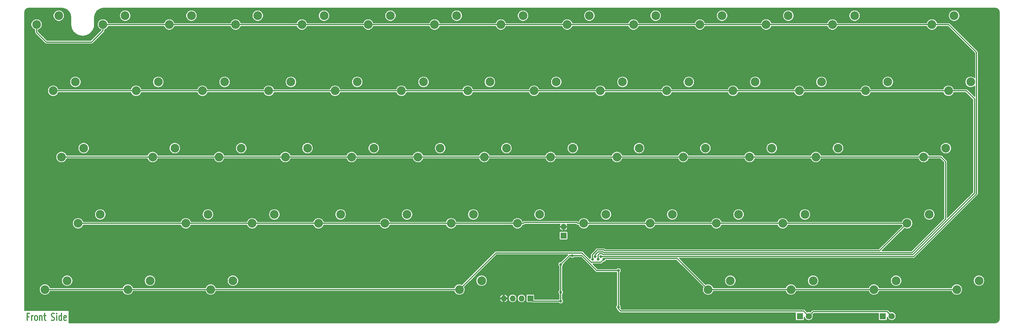
<source format=gbr>
G04 #@! TF.GenerationSoftware,KiCad,Pcbnew,(5.1.2)-2*
G04 #@! TF.CreationDate,2019-08-06T12:27:53+02:00*
G04 #@! TF.ProjectId,keyboard,6b657962-6f61-4726-942e-6b696361645f,A*
G04 #@! TF.SameCoordinates,Original*
G04 #@! TF.FileFunction,Copper,L1,Top*
G04 #@! TF.FilePolarity,Positive*
%FSLAX46Y46*%
G04 Gerber Fmt 4.6, Leading zero omitted, Abs format (unit mm)*
G04 Created by KiCad (PCBNEW (5.1.2)-2) date 2019-08-06 12:27:53*
%MOMM*%
%LPD*%
G04 APERTURE LIST*
%ADD10C,0.304800*%
%ADD11O,1.700000X1.700000*%
%ADD12R,1.700000X1.700000*%
%ADD13C,1.800000*%
%ADD14R,1.800000X1.800000*%
%ADD15C,2.500000*%
%ADD16C,4.200000*%
%ADD17C,0.800000*%
%ADD18C,0.300000*%
G04 APERTURE END LIST*
D10*
X62198977Y-161984857D02*
X61690977Y-161984857D01*
X61690977Y-163049238D02*
X61690977Y-161017238D01*
X62416691Y-161017238D01*
X62997262Y-163049238D02*
X62997262Y-161694571D01*
X62997262Y-162081619D02*
X63069834Y-161888095D01*
X63142405Y-161791333D01*
X63287548Y-161694571D01*
X63432691Y-161694571D01*
X64158405Y-163049238D02*
X64013262Y-162952476D01*
X63940691Y-162855714D01*
X63868120Y-162662190D01*
X63868120Y-162081619D01*
X63940691Y-161888095D01*
X64013262Y-161791333D01*
X64158405Y-161694571D01*
X64376120Y-161694571D01*
X64521262Y-161791333D01*
X64593834Y-161888095D01*
X64666405Y-162081619D01*
X64666405Y-162662190D01*
X64593834Y-162855714D01*
X64521262Y-162952476D01*
X64376120Y-163049238D01*
X64158405Y-163049238D01*
X65319548Y-161694571D02*
X65319548Y-163049238D01*
X65319548Y-161888095D02*
X65392120Y-161791333D01*
X65537262Y-161694571D01*
X65754977Y-161694571D01*
X65900120Y-161791333D01*
X65972691Y-161984857D01*
X65972691Y-163049238D01*
X66480691Y-161694571D02*
X67061262Y-161694571D01*
X66698405Y-161017238D02*
X66698405Y-162758952D01*
X66770977Y-162952476D01*
X66916120Y-163049238D01*
X67061262Y-163049238D01*
X68657834Y-162952476D02*
X68875548Y-163049238D01*
X69238405Y-163049238D01*
X69383548Y-162952476D01*
X69456120Y-162855714D01*
X69528691Y-162662190D01*
X69528691Y-162468666D01*
X69456120Y-162275142D01*
X69383548Y-162178380D01*
X69238405Y-162081619D01*
X68948120Y-161984857D01*
X68802977Y-161888095D01*
X68730405Y-161791333D01*
X68657834Y-161597809D01*
X68657834Y-161404285D01*
X68730405Y-161210761D01*
X68802977Y-161114000D01*
X68948120Y-161017238D01*
X69310977Y-161017238D01*
X69528691Y-161114000D01*
X70181834Y-163049238D02*
X70181834Y-161694571D01*
X70181834Y-161017238D02*
X70109262Y-161114000D01*
X70181834Y-161210761D01*
X70254405Y-161114000D01*
X70181834Y-161017238D01*
X70181834Y-161210761D01*
X71560691Y-163049238D02*
X71560691Y-161017238D01*
X71560691Y-162952476D02*
X71415548Y-163049238D01*
X71125262Y-163049238D01*
X70980120Y-162952476D01*
X70907548Y-162855714D01*
X70834977Y-162662190D01*
X70834977Y-162081619D01*
X70907548Y-161888095D01*
X70980120Y-161791333D01*
X71125262Y-161694571D01*
X71415548Y-161694571D01*
X71560691Y-161791333D01*
X72866977Y-162952476D02*
X72721834Y-163049238D01*
X72431548Y-163049238D01*
X72286405Y-162952476D01*
X72213834Y-162758952D01*
X72213834Y-161984857D01*
X72286405Y-161791333D01*
X72431548Y-161694571D01*
X72721834Y-161694571D01*
X72866977Y-161791333D01*
X72939548Y-161984857D01*
X72939548Y-162178380D01*
X72213834Y-162371904D01*
D11*
X215390000Y-136210000D03*
D12*
X215390000Y-138750000D03*
D11*
X198270000Y-156750000D03*
X200810000Y-156750000D03*
X203350000Y-156750000D03*
D12*
X205890000Y-156750000D03*
D13*
X285645000Y-161830001D03*
D14*
X283105000Y-161830001D03*
D13*
X309395000Y-161830001D03*
D14*
X306855000Y-161830001D03*
D15*
X173690000Y-116210001D03*
X180040000Y-113670001D03*
D16*
X177500000Y-118750001D03*
D15*
X202190000Y-135210001D03*
X208540000Y-132670001D03*
D16*
X206000000Y-137750001D03*
D15*
X71564999Y-116210001D03*
X77914999Y-113670001D03*
D16*
X75374999Y-118750001D03*
D15*
X185565000Y-154210001D03*
X191915000Y-151670001D03*
D16*
X189375000Y-156750001D03*
D15*
X256815000Y-154210001D03*
X263165000Y-151670001D03*
D16*
X260625000Y-156750001D03*
D15*
X304315000Y-154210001D03*
X310665000Y-151670001D03*
D16*
X308125000Y-156750001D03*
D15*
X225940000Y-97210001D03*
X232290000Y-94670001D03*
D16*
X229750000Y-99750001D03*
D15*
X318564999Y-116210001D03*
X324914999Y-113670001D03*
D16*
X322374999Y-118750001D03*
D15*
X325689999Y-97210001D03*
X332039999Y-94670001D03*
D16*
X329499999Y-99750001D03*
D15*
X187940000Y-97210001D03*
X194290000Y-94670001D03*
D16*
X191750000Y-99750001D03*
D15*
X114314999Y-154210001D03*
X120664999Y-151670001D03*
D16*
X118124999Y-156750001D03*
D15*
X107189999Y-135210001D03*
X113539999Y-132670001D03*
D16*
X110999999Y-137750001D03*
D15*
X328064999Y-154210001D03*
X334414999Y-151670001D03*
D16*
X331874999Y-156750001D03*
D15*
X301940000Y-97210001D03*
X308290000Y-94670001D03*
D16*
X305750000Y-99750001D03*
D15*
X206940000Y-97210001D03*
X213290000Y-94670001D03*
D16*
X210750000Y-99750001D03*
D15*
X159440000Y-78210000D03*
X165790000Y-75670000D03*
D16*
X163250000Y-80750000D03*
D15*
X102440000Y-78210000D03*
X108790000Y-75670000D03*
D16*
X106250000Y-80750000D03*
D15*
X92939999Y-97210000D03*
X99289999Y-94670000D03*
D16*
X96749999Y-99750000D03*
D15*
X83440000Y-78210000D03*
X89790000Y-75670000D03*
D16*
X87250000Y-80750000D03*
D15*
X69190000Y-97210001D03*
X75540000Y-94670001D03*
D16*
X73000000Y-99750001D03*
D15*
X66814999Y-154210000D03*
X73164999Y-151670000D03*
D16*
X70624999Y-156750000D03*
D15*
X154689999Y-116210001D03*
X161039999Y-113670001D03*
D16*
X158499999Y-118750001D03*
D15*
X90564999Y-154210001D03*
X96914999Y-151670001D03*
D16*
X94374999Y-156750001D03*
D15*
X183190000Y-135210001D03*
X189540000Y-132670001D03*
D16*
X187000000Y-137750001D03*
D15*
X263940000Y-97210001D03*
X270290000Y-94670001D03*
D16*
X267750000Y-99750001D03*
D15*
X313815000Y-135210001D03*
X320165000Y-132670001D03*
D16*
X317625000Y-137750001D03*
D15*
X320939999Y-78210001D03*
X327289999Y-75670001D03*
D16*
X324749999Y-80750001D03*
D15*
X292440000Y-78210000D03*
X298790000Y-75670000D03*
D16*
X296250000Y-80750000D03*
D15*
X280565000Y-154210001D03*
X286915000Y-151670001D03*
D16*
X284375000Y-156750001D03*
D15*
X278190000Y-135210001D03*
X284540000Y-132670001D03*
D16*
X282000000Y-137750001D03*
D15*
X287690000Y-116210001D03*
X294040000Y-113670001D03*
D16*
X291500000Y-118750001D03*
D15*
X282940000Y-97210001D03*
X289290000Y-94670001D03*
D16*
X286750000Y-99750001D03*
D15*
X273440000Y-78210000D03*
X279790000Y-75670000D03*
D16*
X277250000Y-80750000D03*
D15*
X259190000Y-135210001D03*
X265540000Y-132670001D03*
D16*
X263000000Y-137750001D03*
D15*
X268690000Y-116210001D03*
X275040000Y-113670001D03*
D16*
X272500000Y-118750001D03*
D15*
X254440000Y-78210000D03*
X260790000Y-75670000D03*
D16*
X258250000Y-80750000D03*
D15*
X240190000Y-135210001D03*
X246540000Y-132670001D03*
D16*
X244000000Y-137750001D03*
D15*
X249690000Y-116210001D03*
X256040000Y-113670001D03*
D16*
X253500000Y-118750001D03*
D15*
X244940000Y-97210001D03*
X251290000Y-94670001D03*
D16*
X248750000Y-99750001D03*
D15*
X235440000Y-78210000D03*
X241790000Y-75670000D03*
D16*
X239250000Y-80750000D03*
D15*
X221190000Y-135210001D03*
X227540000Y-132670001D03*
D16*
X225000000Y-137750001D03*
D15*
X230690000Y-116210001D03*
X237040000Y-113670001D03*
D16*
X234500000Y-118750001D03*
D15*
X216440000Y-78210000D03*
X222790000Y-75670000D03*
D16*
X220250000Y-80750000D03*
D15*
X211690000Y-116210001D03*
X218040000Y-113670001D03*
D16*
X215500000Y-118750001D03*
D15*
X197440000Y-78210000D03*
X203790000Y-75670000D03*
D16*
X201250000Y-80750000D03*
D15*
X192690000Y-116210001D03*
X199040000Y-113670001D03*
D16*
X196500000Y-118750001D03*
D15*
X178440000Y-78210000D03*
X184790000Y-75670000D03*
D16*
X182250000Y-80750000D03*
D15*
X164190000Y-135210001D03*
X170540000Y-132670001D03*
D16*
X168000000Y-137750001D03*
D15*
X168940000Y-97210001D03*
X175290000Y-94670001D03*
D16*
X172750000Y-99750001D03*
D15*
X145189999Y-135210001D03*
X151539999Y-132670001D03*
D16*
X148999999Y-137750001D03*
D15*
X149939999Y-97210001D03*
X156289999Y-94670001D03*
D16*
X153749999Y-99750001D03*
D15*
X140440000Y-78210000D03*
X146790000Y-75670000D03*
D16*
X144250000Y-80750000D03*
D15*
X126189999Y-135210001D03*
X132539999Y-132670001D03*
D16*
X129999999Y-137750001D03*
D15*
X135689999Y-116210001D03*
X142039999Y-113670001D03*
D16*
X139499999Y-118750001D03*
D15*
X130939999Y-97210001D03*
X137289999Y-94670001D03*
D16*
X134749999Y-99750001D03*
D15*
X121440000Y-78210000D03*
X127790000Y-75670000D03*
D16*
X125250000Y-80750000D03*
D15*
X116689999Y-116210001D03*
X123039999Y-113670001D03*
D16*
X120499999Y-118750001D03*
D15*
X111939999Y-97210001D03*
X118289999Y-94670001D03*
D16*
X115749999Y-99750001D03*
D15*
X97690000Y-116210001D03*
X104040000Y-113670001D03*
D16*
X101500000Y-118750001D03*
D15*
X76314999Y-135210001D03*
X82664999Y-132670001D03*
D16*
X80124999Y-137750001D03*
D15*
X64440000Y-78210000D03*
X70790000Y-75670000D03*
D16*
X68250000Y-80750000D03*
D17*
X210140000Y-159500000D03*
X222890000Y-152750000D03*
X235640000Y-159250000D03*
X220890000Y-152750000D03*
X222890000Y-150750000D03*
X224890000Y-152750000D03*
X224890000Y-150750000D03*
X220890000Y-150750000D03*
X220890000Y-154750000D03*
X222890000Y-154750000D03*
X224890000Y-154750000D03*
X214577500Y-155000000D03*
X214577500Y-157500000D03*
X231140000Y-159250000D03*
X231140000Y-148750000D03*
X217890000Y-144500000D03*
X214577500Y-147000000D03*
X226090000Y-144750000D03*
X225290000Y-145550000D03*
X224490000Y-144750000D03*
X223690000Y-145550000D03*
X226890000Y-145550000D03*
D18*
X286945001Y-160530000D02*
X285645000Y-161830001D01*
X308094999Y-160530000D02*
X286945001Y-160530000D01*
X309395000Y-161830001D02*
X308094999Y-160530000D01*
X285645000Y-161830001D02*
X284165000Y-160350001D01*
X214577500Y-157500000D02*
X214577500Y-155000000D01*
X214577500Y-155000000D02*
X214577500Y-147000000D01*
X217077500Y-144500000D02*
X217890000Y-144500000D01*
X214577500Y-147000000D02*
X217077500Y-144500000D01*
X217890000Y-144500000D02*
X220678168Y-144500000D01*
X224928168Y-148750000D02*
X231140000Y-148750000D01*
X220678168Y-144500000D02*
X224928168Y-148750000D01*
X231140000Y-148750000D02*
X231140000Y-159750000D01*
X206640000Y-157500000D02*
X205890000Y-156750000D01*
X214577500Y-157500000D02*
X206640000Y-157500000D01*
X231740001Y-160350001D02*
X284165000Y-160350001D01*
X231140000Y-159750000D02*
X231740001Y-160350001D01*
X102440000Y-78210000D02*
X121440000Y-78210000D01*
X121440000Y-78210000D02*
X140440000Y-78210000D01*
X140440000Y-78210000D02*
X159440000Y-78210000D01*
X159440000Y-78210000D02*
X178440000Y-78210000D01*
X178440000Y-78210000D02*
X197440000Y-78210000D01*
X197440000Y-78210000D02*
X216440000Y-78210000D01*
X216440000Y-78210000D02*
X235440000Y-78210000D01*
X235440000Y-78210000D02*
X254440000Y-78210000D01*
X254440000Y-78210000D02*
X273440000Y-78210000D01*
X273440000Y-78210000D02*
X292440000Y-78210000D01*
X294207315Y-78210001D02*
X320939999Y-78210001D01*
X292440000Y-78210000D02*
X294207315Y-78210001D01*
X64440000Y-80477336D02*
X64440000Y-78210000D01*
X83440000Y-78210000D02*
X102440000Y-78210000D01*
X315690000Y-144750000D02*
X226090000Y-144750000D01*
X315704017Y-144764017D02*
X315690000Y-144750000D01*
X320939999Y-78210001D02*
X325747335Y-78210001D01*
X325747335Y-78210001D02*
X333690000Y-86152666D01*
X333690000Y-86152666D02*
X333690000Y-103070000D01*
X333690000Y-103070000D02*
X333689680Y-103070320D01*
X333689680Y-103070320D02*
X333689680Y-126778354D01*
X333689680Y-126778354D02*
X315704017Y-144764017D01*
X67212665Y-83250001D02*
X66111332Y-82148668D01*
X80167313Y-83250001D02*
X67212665Y-83250001D01*
X83440000Y-79977314D02*
X80167313Y-83250001D01*
X83440000Y-78210000D02*
X83440000Y-79977314D01*
X67102755Y-83140091D02*
X66111332Y-82148668D01*
X66111332Y-82148668D02*
X64440000Y-80477336D01*
X325689999Y-97210001D02*
X301940000Y-97210001D01*
X301940000Y-97210001D02*
X282940000Y-97210001D01*
X282940000Y-97210001D02*
X263940000Y-97210001D01*
X263940000Y-97210001D02*
X244940000Y-97210001D01*
X244940000Y-97210001D02*
X225940000Y-97210001D01*
X225940000Y-97210001D02*
X206940000Y-97210001D01*
X206940000Y-97210001D02*
X187940000Y-97210001D01*
X187940000Y-97210001D02*
X168940000Y-97210001D01*
X168940000Y-97210001D02*
X149939999Y-97210001D01*
X149939999Y-97210001D02*
X130939999Y-97210001D01*
X130939999Y-97210001D02*
X111939999Y-97210001D01*
X110172684Y-97210000D02*
X92939999Y-97210000D01*
X111939999Y-97210001D02*
X110172684Y-97210000D01*
X91172684Y-97210001D02*
X69190000Y-97210001D01*
X92939999Y-97210000D02*
X91172684Y-97210001D01*
X333139670Y-99562170D02*
X333139670Y-126550496D01*
X330787501Y-97210001D02*
X333139670Y-99562170D01*
X325689999Y-97210001D02*
X330787501Y-97210001D01*
X331890090Y-127800077D02*
X331633833Y-128056333D01*
X332115083Y-127575121D02*
X332115083Y-127575083D01*
X315490214Y-144199990D02*
X332115083Y-127575121D01*
X332115083Y-127575083D02*
X331633833Y-128056333D01*
X225290000Y-145550000D02*
X225290000Y-144365998D01*
X226739990Y-144199990D02*
X315490214Y-144199990D01*
X225290000Y-144365998D02*
X225705999Y-143949999D01*
X225705999Y-143949999D02*
X226489999Y-143949999D01*
X333139670Y-126550496D02*
X332115083Y-127575083D01*
X226489999Y-143949999D02*
X226739990Y-144199990D01*
X71564999Y-116210001D02*
X97690000Y-116210001D01*
X97690000Y-116210001D02*
X116689999Y-116210001D01*
X116689999Y-116210001D02*
X135689999Y-116210001D01*
X135689999Y-116210001D02*
X154689999Y-116210001D01*
X154689999Y-116210001D02*
X173690000Y-116210001D01*
X173690000Y-116210001D02*
X192690000Y-116210001D01*
X192690000Y-116210001D02*
X211690000Y-116210001D01*
X211690000Y-116210001D02*
X230690000Y-116210001D01*
X230690000Y-116210001D02*
X249690000Y-116210001D01*
X249690000Y-116210001D02*
X268690000Y-116210001D01*
X268690000Y-116210001D02*
X287690000Y-116210001D01*
X287690000Y-116210001D02*
X318564999Y-116210001D01*
X323535001Y-116210001D02*
X322710001Y-116210001D01*
X324875000Y-134037337D02*
X324875000Y-117550000D01*
X315262357Y-143649980D02*
X324875000Y-134037337D01*
X226989980Y-143649980D02*
X315262357Y-143649980D01*
X322710001Y-116210001D02*
X318564999Y-116210001D01*
X323372335Y-116210001D02*
X322710001Y-116210001D01*
X324875000Y-117550000D02*
X323535001Y-116210001D01*
X224490000Y-144750000D02*
X224490000Y-144184315D01*
X224490000Y-144184315D02*
X225274326Y-143399989D01*
X225274326Y-143399989D02*
X226739989Y-143399989D01*
X226739989Y-143399989D02*
X226989980Y-143649980D01*
X76314999Y-135210001D02*
X107189999Y-135210001D01*
X107189999Y-135210001D02*
X126189999Y-135210001D01*
X126189999Y-135210001D02*
X145189999Y-135210001D01*
X145189999Y-135210001D02*
X164190000Y-135210001D01*
X164190000Y-135210001D02*
X183190000Y-135210001D01*
X183190000Y-135210001D02*
X202190000Y-135210001D01*
X240190000Y-135210001D02*
X259190000Y-135210001D01*
X259190000Y-135210001D02*
X278190000Y-135210001D01*
X278190000Y-135210001D02*
X313815000Y-135210001D01*
X234884177Y-135210001D02*
X235629999Y-135210001D01*
X235629999Y-135210001D02*
X240190000Y-135210001D01*
X232037501Y-135210001D02*
X235629999Y-135210001D01*
X231595997Y-135210001D02*
X232037501Y-135210001D01*
X221190000Y-135210001D02*
X232037501Y-135210001D01*
X219422686Y-135210001D02*
X221190000Y-135210001D01*
X219172684Y-134959999D02*
X219422686Y-135210001D01*
X204207316Y-134959999D02*
X219172684Y-134959999D01*
X203957314Y-135210001D02*
X204207316Y-134959999D01*
X202190000Y-135210001D02*
X203957314Y-135210001D01*
X305925031Y-143099970D02*
X313815000Y-135210001D01*
X227239970Y-143099970D02*
X305925031Y-143099970D01*
X226989979Y-142849979D02*
X227239970Y-143099970D01*
X225046505Y-142849979D02*
X226989979Y-142849979D01*
X223690000Y-145550000D02*
X223690000Y-144206485D01*
X223690000Y-144206485D02*
X225046505Y-142849979D01*
X68582314Y-154210001D02*
X90564999Y-154210001D01*
X66814999Y-154210000D02*
X68582314Y-154210001D01*
X90564999Y-154210001D02*
X114314999Y-154210001D01*
X114314999Y-154210001D02*
X185565000Y-154210001D01*
X256815000Y-154210001D02*
X280565000Y-154210001D01*
X280565000Y-154210001D02*
X304315000Y-154210001D01*
X304315000Y-154210001D02*
X328064999Y-154210001D01*
X256815000Y-154210001D02*
X247905009Y-145300010D01*
X226890000Y-145550000D02*
X227139990Y-145300010D01*
X227139990Y-145300010D02*
X247905009Y-145300010D01*
X226089999Y-146350001D02*
X226890000Y-145550000D01*
X223305999Y-146350001D02*
X226089999Y-146350001D01*
X220655997Y-143699999D02*
X223305999Y-146350001D01*
X196075002Y-143699999D02*
X220655997Y-143699999D01*
X185565000Y-154210001D02*
X196075002Y-143699999D01*
G36*
X72124964Y-73630238D02*
G01*
X72601080Y-73773985D01*
X73040203Y-74007470D01*
X73425616Y-74321805D01*
X73742633Y-74705013D01*
X73979178Y-75142495D01*
X74126247Y-75617595D01*
X74180451Y-76133316D01*
X74180450Y-78152082D01*
X74180604Y-78153645D01*
X74180753Y-78175021D01*
X74182888Y-78195336D01*
X74182888Y-78215755D01*
X74183544Y-78221998D01*
X74248809Y-78803846D01*
X74257277Y-78843683D01*
X74265194Y-78883669D01*
X74267050Y-78889665D01*
X74444087Y-79447757D01*
X74460136Y-79485201D01*
X74475665Y-79522877D01*
X74478651Y-79528399D01*
X74760716Y-80041473D01*
X74783739Y-80075097D01*
X74806283Y-80109029D01*
X74810285Y-80113866D01*
X75186635Y-80562383D01*
X75215740Y-80590885D01*
X75244456Y-80619802D01*
X75249320Y-80623769D01*
X75705620Y-80990644D01*
X75739696Y-81012943D01*
X75773493Y-81035739D01*
X75779035Y-81038686D01*
X76297905Y-81309945D01*
X76335674Y-81325204D01*
X76373244Y-81340997D01*
X76379254Y-81342812D01*
X76940930Y-81508122D01*
X76980983Y-81515762D01*
X77020865Y-81523949D01*
X77027112Y-81524562D01*
X77610201Y-81577627D01*
X77650944Y-81577342D01*
X77691687Y-81577627D01*
X77697935Y-81577014D01*
X78280224Y-81515813D01*
X78320117Y-81507624D01*
X78360161Y-81499985D01*
X78366170Y-81498171D01*
X78925483Y-81325034D01*
X78963021Y-81309254D01*
X79000821Y-81293982D01*
X79006363Y-81291035D01*
X79521395Y-81012559D01*
X79555136Y-80989800D01*
X79589269Y-80967464D01*
X79594133Y-80963497D01*
X80045266Y-80590287D01*
X80073946Y-80561406D01*
X80103087Y-80532869D01*
X80107088Y-80528032D01*
X80477140Y-80074304D01*
X80499689Y-80040365D01*
X80522708Y-80006747D01*
X80525693Y-80001226D01*
X80800567Y-79484261D01*
X80816091Y-79446597D01*
X80832145Y-79409141D01*
X80834001Y-79403145D01*
X81003228Y-78842637D01*
X81011145Y-78802651D01*
X81019613Y-78762814D01*
X81020269Y-78756572D01*
X81077404Y-78173869D01*
X81079550Y-78152083D01*
X81079550Y-76151983D01*
X81130238Y-75635036D01*
X81168746Y-75507489D01*
X88140000Y-75507489D01*
X88140000Y-75832511D01*
X88203408Y-76151287D01*
X88327789Y-76451568D01*
X88508361Y-76721814D01*
X88738186Y-76951639D01*
X89008432Y-77132211D01*
X89308713Y-77256592D01*
X89627489Y-77320000D01*
X89952511Y-77320000D01*
X90271287Y-77256592D01*
X90571568Y-77132211D01*
X90841814Y-76951639D01*
X91071639Y-76721814D01*
X91252211Y-76451568D01*
X91376592Y-76151287D01*
X91440000Y-75832511D01*
X91440000Y-75507489D01*
X107140000Y-75507489D01*
X107140000Y-75832511D01*
X107203408Y-76151287D01*
X107327789Y-76451568D01*
X107508361Y-76721814D01*
X107738186Y-76951639D01*
X108008432Y-77132211D01*
X108308713Y-77256592D01*
X108627489Y-77320000D01*
X108952511Y-77320000D01*
X109271287Y-77256592D01*
X109571568Y-77132211D01*
X109841814Y-76951639D01*
X110071639Y-76721814D01*
X110252211Y-76451568D01*
X110376592Y-76151287D01*
X110440000Y-75832511D01*
X110440000Y-75507489D01*
X126140000Y-75507489D01*
X126140000Y-75832511D01*
X126203408Y-76151287D01*
X126327789Y-76451568D01*
X126508361Y-76721814D01*
X126738186Y-76951639D01*
X127008432Y-77132211D01*
X127308713Y-77256592D01*
X127627489Y-77320000D01*
X127952511Y-77320000D01*
X128271287Y-77256592D01*
X128571568Y-77132211D01*
X128841814Y-76951639D01*
X129071639Y-76721814D01*
X129252211Y-76451568D01*
X129376592Y-76151287D01*
X129440000Y-75832511D01*
X129440000Y-75507489D01*
X145140000Y-75507489D01*
X145140000Y-75832511D01*
X145203408Y-76151287D01*
X145327789Y-76451568D01*
X145508361Y-76721814D01*
X145738186Y-76951639D01*
X146008432Y-77132211D01*
X146308713Y-77256592D01*
X146627489Y-77320000D01*
X146952511Y-77320000D01*
X147271287Y-77256592D01*
X147571568Y-77132211D01*
X147841814Y-76951639D01*
X148071639Y-76721814D01*
X148252211Y-76451568D01*
X148376592Y-76151287D01*
X148440000Y-75832511D01*
X148440000Y-75507489D01*
X164140000Y-75507489D01*
X164140000Y-75832511D01*
X164203408Y-76151287D01*
X164327789Y-76451568D01*
X164508361Y-76721814D01*
X164738186Y-76951639D01*
X165008432Y-77132211D01*
X165308713Y-77256592D01*
X165627489Y-77320000D01*
X165952511Y-77320000D01*
X166271287Y-77256592D01*
X166571568Y-77132211D01*
X166841814Y-76951639D01*
X167071639Y-76721814D01*
X167252211Y-76451568D01*
X167376592Y-76151287D01*
X167440000Y-75832511D01*
X167440000Y-75507489D01*
X183140000Y-75507489D01*
X183140000Y-75832511D01*
X183203408Y-76151287D01*
X183327789Y-76451568D01*
X183508361Y-76721814D01*
X183738186Y-76951639D01*
X184008432Y-77132211D01*
X184308713Y-77256592D01*
X184627489Y-77320000D01*
X184952511Y-77320000D01*
X185271287Y-77256592D01*
X185571568Y-77132211D01*
X185841814Y-76951639D01*
X186071639Y-76721814D01*
X186252211Y-76451568D01*
X186376592Y-76151287D01*
X186440000Y-75832511D01*
X186440000Y-75507489D01*
X202140000Y-75507489D01*
X202140000Y-75832511D01*
X202203408Y-76151287D01*
X202327789Y-76451568D01*
X202508361Y-76721814D01*
X202738186Y-76951639D01*
X203008432Y-77132211D01*
X203308713Y-77256592D01*
X203627489Y-77320000D01*
X203952511Y-77320000D01*
X204271287Y-77256592D01*
X204571568Y-77132211D01*
X204841814Y-76951639D01*
X205071639Y-76721814D01*
X205252211Y-76451568D01*
X205376592Y-76151287D01*
X205440000Y-75832511D01*
X205440000Y-75507489D01*
X221140000Y-75507489D01*
X221140000Y-75832511D01*
X221203408Y-76151287D01*
X221327789Y-76451568D01*
X221508361Y-76721814D01*
X221738186Y-76951639D01*
X222008432Y-77132211D01*
X222308713Y-77256592D01*
X222627489Y-77320000D01*
X222952511Y-77320000D01*
X223271287Y-77256592D01*
X223571568Y-77132211D01*
X223841814Y-76951639D01*
X224071639Y-76721814D01*
X224252211Y-76451568D01*
X224376592Y-76151287D01*
X224440000Y-75832511D01*
X224440000Y-75507489D01*
X240140000Y-75507489D01*
X240140000Y-75832511D01*
X240203408Y-76151287D01*
X240327789Y-76451568D01*
X240508361Y-76721814D01*
X240738186Y-76951639D01*
X241008432Y-77132211D01*
X241308713Y-77256592D01*
X241627489Y-77320000D01*
X241952511Y-77320000D01*
X242271287Y-77256592D01*
X242571568Y-77132211D01*
X242841814Y-76951639D01*
X243071639Y-76721814D01*
X243252211Y-76451568D01*
X243376592Y-76151287D01*
X243440000Y-75832511D01*
X243440000Y-75507489D01*
X259140000Y-75507489D01*
X259140000Y-75832511D01*
X259203408Y-76151287D01*
X259327789Y-76451568D01*
X259508361Y-76721814D01*
X259738186Y-76951639D01*
X260008432Y-77132211D01*
X260308713Y-77256592D01*
X260627489Y-77320000D01*
X260952511Y-77320000D01*
X261271287Y-77256592D01*
X261571568Y-77132211D01*
X261841814Y-76951639D01*
X262071639Y-76721814D01*
X262252211Y-76451568D01*
X262376592Y-76151287D01*
X262440000Y-75832511D01*
X262440000Y-75507489D01*
X278140000Y-75507489D01*
X278140000Y-75832511D01*
X278203408Y-76151287D01*
X278327789Y-76451568D01*
X278508361Y-76721814D01*
X278738186Y-76951639D01*
X279008432Y-77132211D01*
X279308713Y-77256592D01*
X279627489Y-77320000D01*
X279952511Y-77320000D01*
X280271287Y-77256592D01*
X280571568Y-77132211D01*
X280841814Y-76951639D01*
X281071639Y-76721814D01*
X281252211Y-76451568D01*
X281376592Y-76151287D01*
X281440000Y-75832511D01*
X281440000Y-75507489D01*
X297140000Y-75507489D01*
X297140000Y-75832511D01*
X297203408Y-76151287D01*
X297327789Y-76451568D01*
X297508361Y-76721814D01*
X297738186Y-76951639D01*
X298008432Y-77132211D01*
X298308713Y-77256592D01*
X298627489Y-77320000D01*
X298952511Y-77320000D01*
X299271287Y-77256592D01*
X299571568Y-77132211D01*
X299841814Y-76951639D01*
X300071639Y-76721814D01*
X300252211Y-76451568D01*
X300376592Y-76151287D01*
X300440000Y-75832511D01*
X300440000Y-75507490D01*
X325639999Y-75507490D01*
X325639999Y-75832512D01*
X325703407Y-76151288D01*
X325827788Y-76451569D01*
X326008360Y-76721815D01*
X326238185Y-76951640D01*
X326508431Y-77132212D01*
X326808712Y-77256593D01*
X327127488Y-77320001D01*
X327452510Y-77320001D01*
X327771286Y-77256593D01*
X328071567Y-77132212D01*
X328341813Y-76951640D01*
X328571638Y-76721815D01*
X328752210Y-76451569D01*
X328876591Y-76151288D01*
X328939999Y-75832512D01*
X328939999Y-75507490D01*
X328876591Y-75188714D01*
X328752210Y-74888433D01*
X328571638Y-74618187D01*
X328341813Y-74388362D01*
X328071567Y-74207790D01*
X327771286Y-74083409D01*
X327452510Y-74020001D01*
X327127488Y-74020001D01*
X326808712Y-74083409D01*
X326508431Y-74207790D01*
X326238185Y-74388362D01*
X326008360Y-74618187D01*
X325827788Y-74888433D01*
X325703407Y-75188714D01*
X325639999Y-75507490D01*
X300440000Y-75507490D01*
X300440000Y-75507489D01*
X300376592Y-75188713D01*
X300252211Y-74888432D01*
X300071639Y-74618186D01*
X299841814Y-74388361D01*
X299571568Y-74207789D01*
X299271287Y-74083408D01*
X298952511Y-74020000D01*
X298627489Y-74020000D01*
X298308713Y-74083408D01*
X298008432Y-74207789D01*
X297738186Y-74388361D01*
X297508361Y-74618186D01*
X297327789Y-74888432D01*
X297203408Y-75188713D01*
X297140000Y-75507489D01*
X281440000Y-75507489D01*
X281376592Y-75188713D01*
X281252211Y-74888432D01*
X281071639Y-74618186D01*
X280841814Y-74388361D01*
X280571568Y-74207789D01*
X280271287Y-74083408D01*
X279952511Y-74020000D01*
X279627489Y-74020000D01*
X279308713Y-74083408D01*
X279008432Y-74207789D01*
X278738186Y-74388361D01*
X278508361Y-74618186D01*
X278327789Y-74888432D01*
X278203408Y-75188713D01*
X278140000Y-75507489D01*
X262440000Y-75507489D01*
X262376592Y-75188713D01*
X262252211Y-74888432D01*
X262071639Y-74618186D01*
X261841814Y-74388361D01*
X261571568Y-74207789D01*
X261271287Y-74083408D01*
X260952511Y-74020000D01*
X260627489Y-74020000D01*
X260308713Y-74083408D01*
X260008432Y-74207789D01*
X259738186Y-74388361D01*
X259508361Y-74618186D01*
X259327789Y-74888432D01*
X259203408Y-75188713D01*
X259140000Y-75507489D01*
X243440000Y-75507489D01*
X243376592Y-75188713D01*
X243252211Y-74888432D01*
X243071639Y-74618186D01*
X242841814Y-74388361D01*
X242571568Y-74207789D01*
X242271287Y-74083408D01*
X241952511Y-74020000D01*
X241627489Y-74020000D01*
X241308713Y-74083408D01*
X241008432Y-74207789D01*
X240738186Y-74388361D01*
X240508361Y-74618186D01*
X240327789Y-74888432D01*
X240203408Y-75188713D01*
X240140000Y-75507489D01*
X224440000Y-75507489D01*
X224376592Y-75188713D01*
X224252211Y-74888432D01*
X224071639Y-74618186D01*
X223841814Y-74388361D01*
X223571568Y-74207789D01*
X223271287Y-74083408D01*
X222952511Y-74020000D01*
X222627489Y-74020000D01*
X222308713Y-74083408D01*
X222008432Y-74207789D01*
X221738186Y-74388361D01*
X221508361Y-74618186D01*
X221327789Y-74888432D01*
X221203408Y-75188713D01*
X221140000Y-75507489D01*
X205440000Y-75507489D01*
X205376592Y-75188713D01*
X205252211Y-74888432D01*
X205071639Y-74618186D01*
X204841814Y-74388361D01*
X204571568Y-74207789D01*
X204271287Y-74083408D01*
X203952511Y-74020000D01*
X203627489Y-74020000D01*
X203308713Y-74083408D01*
X203008432Y-74207789D01*
X202738186Y-74388361D01*
X202508361Y-74618186D01*
X202327789Y-74888432D01*
X202203408Y-75188713D01*
X202140000Y-75507489D01*
X186440000Y-75507489D01*
X186376592Y-75188713D01*
X186252211Y-74888432D01*
X186071639Y-74618186D01*
X185841814Y-74388361D01*
X185571568Y-74207789D01*
X185271287Y-74083408D01*
X184952511Y-74020000D01*
X184627489Y-74020000D01*
X184308713Y-74083408D01*
X184008432Y-74207789D01*
X183738186Y-74388361D01*
X183508361Y-74618186D01*
X183327789Y-74888432D01*
X183203408Y-75188713D01*
X183140000Y-75507489D01*
X167440000Y-75507489D01*
X167376592Y-75188713D01*
X167252211Y-74888432D01*
X167071639Y-74618186D01*
X166841814Y-74388361D01*
X166571568Y-74207789D01*
X166271287Y-74083408D01*
X165952511Y-74020000D01*
X165627489Y-74020000D01*
X165308713Y-74083408D01*
X165008432Y-74207789D01*
X164738186Y-74388361D01*
X164508361Y-74618186D01*
X164327789Y-74888432D01*
X164203408Y-75188713D01*
X164140000Y-75507489D01*
X148440000Y-75507489D01*
X148376592Y-75188713D01*
X148252211Y-74888432D01*
X148071639Y-74618186D01*
X147841814Y-74388361D01*
X147571568Y-74207789D01*
X147271287Y-74083408D01*
X146952511Y-74020000D01*
X146627489Y-74020000D01*
X146308713Y-74083408D01*
X146008432Y-74207789D01*
X145738186Y-74388361D01*
X145508361Y-74618186D01*
X145327789Y-74888432D01*
X145203408Y-75188713D01*
X145140000Y-75507489D01*
X129440000Y-75507489D01*
X129376592Y-75188713D01*
X129252211Y-74888432D01*
X129071639Y-74618186D01*
X128841814Y-74388361D01*
X128571568Y-74207789D01*
X128271287Y-74083408D01*
X127952511Y-74020000D01*
X127627489Y-74020000D01*
X127308713Y-74083408D01*
X127008432Y-74207789D01*
X126738186Y-74388361D01*
X126508361Y-74618186D01*
X126327789Y-74888432D01*
X126203408Y-75188713D01*
X126140000Y-75507489D01*
X110440000Y-75507489D01*
X110376592Y-75188713D01*
X110252211Y-74888432D01*
X110071639Y-74618186D01*
X109841814Y-74388361D01*
X109571568Y-74207789D01*
X109271287Y-74083408D01*
X108952511Y-74020000D01*
X108627489Y-74020000D01*
X108308713Y-74083408D01*
X108008432Y-74207789D01*
X107738186Y-74388361D01*
X107508361Y-74618186D01*
X107327789Y-74888432D01*
X107203408Y-75188713D01*
X107140000Y-75507489D01*
X91440000Y-75507489D01*
X91376592Y-75188713D01*
X91252211Y-74888432D01*
X91071639Y-74618186D01*
X90841814Y-74388361D01*
X90571568Y-74207789D01*
X90271287Y-74083408D01*
X89952511Y-74020000D01*
X89627489Y-74020000D01*
X89308713Y-74083408D01*
X89008432Y-74207789D01*
X88738186Y-74388361D01*
X88508361Y-74618186D01*
X88327789Y-74888432D01*
X88203408Y-75188713D01*
X88140000Y-75507489D01*
X81168746Y-75507489D01*
X81273985Y-75158920D01*
X81507470Y-74719797D01*
X81821805Y-74334384D01*
X82205013Y-74017367D01*
X82642495Y-73780822D01*
X83117595Y-73633753D01*
X83633307Y-73579550D01*
X339108009Y-73579550D01*
X339333617Y-73601671D01*
X339529474Y-73660804D01*
X339710117Y-73756853D01*
X339868664Y-73886161D01*
X339999073Y-74043799D01*
X340096386Y-74223774D01*
X340156883Y-74419210D01*
X340180451Y-74643445D01*
X340180450Y-162608009D01*
X340158329Y-162833616D01*
X340099196Y-163029475D01*
X340003147Y-163210117D01*
X339873841Y-163368661D01*
X339716200Y-163499073D01*
X339536226Y-163596386D01*
X339340789Y-163656884D01*
X339116564Y-163680450D01*
X73736514Y-163680450D01*
X73736514Y-160190760D01*
X61079550Y-160190760D01*
X61079550Y-157043686D01*
X197054986Y-157043686D01*
X197135627Y-157275080D01*
X197259862Y-157486296D01*
X197422916Y-157669216D01*
X197618523Y-157816811D01*
X197839165Y-157923409D01*
X197976315Y-157965010D01*
X198170000Y-157895644D01*
X198170000Y-156850000D01*
X198370000Y-156850000D01*
X198370000Y-157895644D01*
X198563685Y-157965010D01*
X198700835Y-157923409D01*
X198921477Y-157816811D01*
X199117084Y-157669216D01*
X199280138Y-157486296D01*
X199404373Y-157275080D01*
X199485014Y-157043686D01*
X199415998Y-156850000D01*
X198370000Y-156850000D01*
X198170000Y-156850000D01*
X197124002Y-156850000D01*
X197054986Y-157043686D01*
X61079550Y-157043686D01*
X61079550Y-156750000D01*
X199553952Y-156750000D01*
X199578087Y-156995043D01*
X199649563Y-157230669D01*
X199765634Y-157447823D01*
X199921840Y-157638160D01*
X200112177Y-157794366D01*
X200329331Y-157910437D01*
X200564957Y-157981913D01*
X200748595Y-158000000D01*
X200871405Y-158000000D01*
X201055043Y-157981913D01*
X201290669Y-157910437D01*
X201507823Y-157794366D01*
X201698160Y-157638160D01*
X201854366Y-157447823D01*
X201970437Y-157230669D01*
X202041913Y-156995043D01*
X202066048Y-156750000D01*
X202093952Y-156750000D01*
X202118087Y-156995043D01*
X202189563Y-157230669D01*
X202305634Y-157447823D01*
X202461840Y-157638160D01*
X202652177Y-157794366D01*
X202869331Y-157910437D01*
X203104957Y-157981913D01*
X203288595Y-158000000D01*
X203411405Y-158000000D01*
X203595043Y-157981913D01*
X203830669Y-157910437D01*
X204047823Y-157794366D01*
X204238160Y-157638160D01*
X204394366Y-157447823D01*
X204510437Y-157230669D01*
X204581913Y-156995043D01*
X204606048Y-156750000D01*
X204581913Y-156504957D01*
X204510437Y-156269331D01*
X204394366Y-156052177D01*
X204238160Y-155861840D01*
X204047823Y-155705634D01*
X203830669Y-155589563D01*
X203595043Y-155518087D01*
X203411405Y-155500000D01*
X203288595Y-155500000D01*
X203104957Y-155518087D01*
X202869331Y-155589563D01*
X202652177Y-155705634D01*
X202461840Y-155861840D01*
X202305634Y-156052177D01*
X202189563Y-156269331D01*
X202118087Y-156504957D01*
X202093952Y-156750000D01*
X202066048Y-156750000D01*
X202041913Y-156504957D01*
X201970437Y-156269331D01*
X201854366Y-156052177D01*
X201698160Y-155861840D01*
X201507823Y-155705634D01*
X201290669Y-155589563D01*
X201055043Y-155518087D01*
X200871405Y-155500000D01*
X200748595Y-155500000D01*
X200564957Y-155518087D01*
X200329331Y-155589563D01*
X200112177Y-155705634D01*
X199921840Y-155861840D01*
X199765634Y-156052177D01*
X199649563Y-156269331D01*
X199578087Y-156504957D01*
X199553952Y-156750000D01*
X61079550Y-156750000D01*
X61079550Y-156456314D01*
X197054986Y-156456314D01*
X197124002Y-156650000D01*
X198170000Y-156650000D01*
X198170000Y-155604356D01*
X198370000Y-155604356D01*
X198370000Y-156650000D01*
X199415998Y-156650000D01*
X199485014Y-156456314D01*
X199404373Y-156224920D01*
X199280138Y-156013704D01*
X199117084Y-155830784D01*
X198921477Y-155683189D01*
X198700835Y-155576591D01*
X198563685Y-155534990D01*
X198370000Y-155604356D01*
X198170000Y-155604356D01*
X197976315Y-155534990D01*
X197839165Y-155576591D01*
X197618523Y-155683189D01*
X197422916Y-155830784D01*
X197259862Y-156013704D01*
X197135627Y-156224920D01*
X197054986Y-156456314D01*
X61079550Y-156456314D01*
X61079550Y-151507489D01*
X71514999Y-151507489D01*
X71514999Y-151832511D01*
X71578407Y-152151287D01*
X71702788Y-152451568D01*
X71883360Y-152721814D01*
X72113185Y-152951639D01*
X72383431Y-153132211D01*
X72683712Y-153256592D01*
X73002488Y-153320000D01*
X73327510Y-153320000D01*
X73646286Y-153256592D01*
X73946567Y-153132211D01*
X74216813Y-152951639D01*
X74446638Y-152721814D01*
X74627210Y-152451568D01*
X74751591Y-152151287D01*
X74814999Y-151832511D01*
X74814999Y-151507490D01*
X95264999Y-151507490D01*
X95264999Y-151832512D01*
X95328407Y-152151288D01*
X95452788Y-152451569D01*
X95633360Y-152721815D01*
X95863185Y-152951640D01*
X96133431Y-153132212D01*
X96433712Y-153256593D01*
X96752488Y-153320001D01*
X97077510Y-153320001D01*
X97396286Y-153256593D01*
X97696567Y-153132212D01*
X97966813Y-152951640D01*
X98196638Y-152721815D01*
X98377210Y-152451569D01*
X98501591Y-152151288D01*
X98564999Y-151832512D01*
X98564999Y-151507490D01*
X119014999Y-151507490D01*
X119014999Y-151832512D01*
X119078407Y-152151288D01*
X119202788Y-152451569D01*
X119383360Y-152721815D01*
X119613185Y-152951640D01*
X119883431Y-153132212D01*
X120183712Y-153256593D01*
X120502488Y-153320001D01*
X120827510Y-153320001D01*
X121146286Y-153256593D01*
X121446567Y-153132212D01*
X121716813Y-152951640D01*
X121946638Y-152721815D01*
X122127210Y-152451569D01*
X122251591Y-152151288D01*
X122314999Y-151832512D01*
X122314999Y-151507490D01*
X122251591Y-151188714D01*
X122127210Y-150888433D01*
X121946638Y-150618187D01*
X121716813Y-150388362D01*
X121446567Y-150207790D01*
X121146286Y-150083409D01*
X120827510Y-150020001D01*
X120502488Y-150020001D01*
X120183712Y-150083409D01*
X119883431Y-150207790D01*
X119613185Y-150388362D01*
X119383360Y-150618187D01*
X119202788Y-150888433D01*
X119078407Y-151188714D01*
X119014999Y-151507490D01*
X98564999Y-151507490D01*
X98501591Y-151188714D01*
X98377210Y-150888433D01*
X98196638Y-150618187D01*
X97966813Y-150388362D01*
X97696567Y-150207790D01*
X97396286Y-150083409D01*
X97077510Y-150020001D01*
X96752488Y-150020001D01*
X96433712Y-150083409D01*
X96133431Y-150207790D01*
X95863185Y-150388362D01*
X95633360Y-150618187D01*
X95452788Y-150888433D01*
X95328407Y-151188714D01*
X95264999Y-151507490D01*
X74814999Y-151507490D01*
X74814999Y-151507489D01*
X74751591Y-151188713D01*
X74627210Y-150888432D01*
X74446638Y-150618186D01*
X74216813Y-150388361D01*
X73946567Y-150207789D01*
X73646286Y-150083408D01*
X73327510Y-150020000D01*
X73002488Y-150020000D01*
X72683712Y-150083408D01*
X72383431Y-150207789D01*
X72113185Y-150388361D01*
X71883360Y-150618186D01*
X71702788Y-150888432D01*
X71578407Y-151188713D01*
X71514999Y-151507489D01*
X61079550Y-151507489D01*
X61079550Y-137900000D01*
X214138065Y-137900000D01*
X214138065Y-139600000D01*
X214145788Y-139678414D01*
X214168660Y-139753814D01*
X214205803Y-139823303D01*
X214255789Y-139884211D01*
X214316697Y-139934197D01*
X214386186Y-139971340D01*
X214461586Y-139994212D01*
X214540000Y-140001935D01*
X216240000Y-140001935D01*
X216318414Y-139994212D01*
X216393814Y-139971340D01*
X216463303Y-139934197D01*
X216524211Y-139884211D01*
X216574197Y-139823303D01*
X216611340Y-139753814D01*
X216634212Y-139678414D01*
X216641935Y-139600000D01*
X216641935Y-137900000D01*
X216634212Y-137821586D01*
X216611340Y-137746186D01*
X216574197Y-137676697D01*
X216524211Y-137615789D01*
X216463303Y-137565803D01*
X216393814Y-137528660D01*
X216318414Y-137505788D01*
X216240000Y-137498065D01*
X214540000Y-137498065D01*
X214461586Y-137505788D01*
X214386186Y-137528660D01*
X214316697Y-137565803D01*
X214255789Y-137615789D01*
X214205803Y-137676697D01*
X214168660Y-137746186D01*
X214145788Y-137821586D01*
X214138065Y-137900000D01*
X61079550Y-137900000D01*
X61079550Y-132507490D01*
X81014999Y-132507490D01*
X81014999Y-132832512D01*
X81078407Y-133151288D01*
X81202788Y-133451569D01*
X81383360Y-133721815D01*
X81613185Y-133951640D01*
X81883431Y-134132212D01*
X82183712Y-134256593D01*
X82502488Y-134320001D01*
X82827510Y-134320001D01*
X83146286Y-134256593D01*
X83446567Y-134132212D01*
X83716813Y-133951640D01*
X83946638Y-133721815D01*
X84127210Y-133451569D01*
X84251591Y-133151288D01*
X84314999Y-132832512D01*
X84314999Y-132507490D01*
X111889999Y-132507490D01*
X111889999Y-132832512D01*
X111953407Y-133151288D01*
X112077788Y-133451569D01*
X112258360Y-133721815D01*
X112488185Y-133951640D01*
X112758431Y-134132212D01*
X113058712Y-134256593D01*
X113377488Y-134320001D01*
X113702510Y-134320001D01*
X114021286Y-134256593D01*
X114321567Y-134132212D01*
X114591813Y-133951640D01*
X114821638Y-133721815D01*
X115002210Y-133451569D01*
X115126591Y-133151288D01*
X115189999Y-132832512D01*
X115189999Y-132507490D01*
X130889999Y-132507490D01*
X130889999Y-132832512D01*
X130953407Y-133151288D01*
X131077788Y-133451569D01*
X131258360Y-133721815D01*
X131488185Y-133951640D01*
X131758431Y-134132212D01*
X132058712Y-134256593D01*
X132377488Y-134320001D01*
X132702510Y-134320001D01*
X133021286Y-134256593D01*
X133321567Y-134132212D01*
X133591813Y-133951640D01*
X133821638Y-133721815D01*
X134002210Y-133451569D01*
X134126591Y-133151288D01*
X134189999Y-132832512D01*
X134189999Y-132507490D01*
X149889999Y-132507490D01*
X149889999Y-132832512D01*
X149953407Y-133151288D01*
X150077788Y-133451569D01*
X150258360Y-133721815D01*
X150488185Y-133951640D01*
X150758431Y-134132212D01*
X151058712Y-134256593D01*
X151377488Y-134320001D01*
X151702510Y-134320001D01*
X152021286Y-134256593D01*
X152321567Y-134132212D01*
X152591813Y-133951640D01*
X152821638Y-133721815D01*
X153002210Y-133451569D01*
X153126591Y-133151288D01*
X153189999Y-132832512D01*
X153189999Y-132507490D01*
X168890000Y-132507490D01*
X168890000Y-132832512D01*
X168953408Y-133151288D01*
X169077789Y-133451569D01*
X169258361Y-133721815D01*
X169488186Y-133951640D01*
X169758432Y-134132212D01*
X170058713Y-134256593D01*
X170377489Y-134320001D01*
X170702511Y-134320001D01*
X171021287Y-134256593D01*
X171321568Y-134132212D01*
X171591814Y-133951640D01*
X171821639Y-133721815D01*
X172002211Y-133451569D01*
X172126592Y-133151288D01*
X172190000Y-132832512D01*
X172190000Y-132507490D01*
X187890000Y-132507490D01*
X187890000Y-132832512D01*
X187953408Y-133151288D01*
X188077789Y-133451569D01*
X188258361Y-133721815D01*
X188488186Y-133951640D01*
X188758432Y-134132212D01*
X189058713Y-134256593D01*
X189377489Y-134320001D01*
X189702511Y-134320001D01*
X190021287Y-134256593D01*
X190321568Y-134132212D01*
X190591814Y-133951640D01*
X190821639Y-133721815D01*
X191002211Y-133451569D01*
X191126592Y-133151288D01*
X191190000Y-132832512D01*
X191190000Y-132507490D01*
X206890000Y-132507490D01*
X206890000Y-132832512D01*
X206953408Y-133151288D01*
X207077789Y-133451569D01*
X207258361Y-133721815D01*
X207488186Y-133951640D01*
X207758432Y-134132212D01*
X208058713Y-134256593D01*
X208377489Y-134320001D01*
X208702511Y-134320001D01*
X209021287Y-134256593D01*
X209321568Y-134132212D01*
X209591814Y-133951640D01*
X209821639Y-133721815D01*
X210002211Y-133451569D01*
X210126592Y-133151288D01*
X210190000Y-132832512D01*
X210190000Y-132507490D01*
X225890000Y-132507490D01*
X225890000Y-132832512D01*
X225953408Y-133151288D01*
X226077789Y-133451569D01*
X226258361Y-133721815D01*
X226488186Y-133951640D01*
X226758432Y-134132212D01*
X227058713Y-134256593D01*
X227377489Y-134320001D01*
X227702511Y-134320001D01*
X228021287Y-134256593D01*
X228321568Y-134132212D01*
X228591814Y-133951640D01*
X228821639Y-133721815D01*
X229002211Y-133451569D01*
X229126592Y-133151288D01*
X229190000Y-132832512D01*
X229190000Y-132507490D01*
X244890000Y-132507490D01*
X244890000Y-132832512D01*
X244953408Y-133151288D01*
X245077789Y-133451569D01*
X245258361Y-133721815D01*
X245488186Y-133951640D01*
X245758432Y-134132212D01*
X246058713Y-134256593D01*
X246377489Y-134320001D01*
X246702511Y-134320001D01*
X247021287Y-134256593D01*
X247321568Y-134132212D01*
X247591814Y-133951640D01*
X247821639Y-133721815D01*
X248002211Y-133451569D01*
X248126592Y-133151288D01*
X248190000Y-132832512D01*
X248190000Y-132507490D01*
X263890000Y-132507490D01*
X263890000Y-132832512D01*
X263953408Y-133151288D01*
X264077789Y-133451569D01*
X264258361Y-133721815D01*
X264488186Y-133951640D01*
X264758432Y-134132212D01*
X265058713Y-134256593D01*
X265377489Y-134320001D01*
X265702511Y-134320001D01*
X266021287Y-134256593D01*
X266321568Y-134132212D01*
X266591814Y-133951640D01*
X266821639Y-133721815D01*
X267002211Y-133451569D01*
X267126592Y-133151288D01*
X267190000Y-132832512D01*
X267190000Y-132507490D01*
X282890000Y-132507490D01*
X282890000Y-132832512D01*
X282953408Y-133151288D01*
X283077789Y-133451569D01*
X283258361Y-133721815D01*
X283488186Y-133951640D01*
X283758432Y-134132212D01*
X284058713Y-134256593D01*
X284377489Y-134320001D01*
X284702511Y-134320001D01*
X285021287Y-134256593D01*
X285321568Y-134132212D01*
X285591814Y-133951640D01*
X285821639Y-133721815D01*
X286002211Y-133451569D01*
X286126592Y-133151288D01*
X286190000Y-132832512D01*
X286190000Y-132507490D01*
X318515000Y-132507490D01*
X318515000Y-132832512D01*
X318578408Y-133151288D01*
X318702789Y-133451569D01*
X318883361Y-133721815D01*
X319113186Y-133951640D01*
X319383432Y-134132212D01*
X319683713Y-134256593D01*
X320002489Y-134320001D01*
X320327511Y-134320001D01*
X320646287Y-134256593D01*
X320946568Y-134132212D01*
X321216814Y-133951640D01*
X321446639Y-133721815D01*
X321627211Y-133451569D01*
X321751592Y-133151288D01*
X321815000Y-132832512D01*
X321815000Y-132507490D01*
X321751592Y-132188714D01*
X321627211Y-131888433D01*
X321446639Y-131618187D01*
X321216814Y-131388362D01*
X320946568Y-131207790D01*
X320646287Y-131083409D01*
X320327511Y-131020001D01*
X320002489Y-131020001D01*
X319683713Y-131083409D01*
X319383432Y-131207790D01*
X319113186Y-131388362D01*
X318883361Y-131618187D01*
X318702789Y-131888433D01*
X318578408Y-132188714D01*
X318515000Y-132507490D01*
X286190000Y-132507490D01*
X286126592Y-132188714D01*
X286002211Y-131888433D01*
X285821639Y-131618187D01*
X285591814Y-131388362D01*
X285321568Y-131207790D01*
X285021287Y-131083409D01*
X284702511Y-131020001D01*
X284377489Y-131020001D01*
X284058713Y-131083409D01*
X283758432Y-131207790D01*
X283488186Y-131388362D01*
X283258361Y-131618187D01*
X283077789Y-131888433D01*
X282953408Y-132188714D01*
X282890000Y-132507490D01*
X267190000Y-132507490D01*
X267126592Y-132188714D01*
X267002211Y-131888433D01*
X266821639Y-131618187D01*
X266591814Y-131388362D01*
X266321568Y-131207790D01*
X266021287Y-131083409D01*
X265702511Y-131020001D01*
X265377489Y-131020001D01*
X265058713Y-131083409D01*
X264758432Y-131207790D01*
X264488186Y-131388362D01*
X264258361Y-131618187D01*
X264077789Y-131888433D01*
X263953408Y-132188714D01*
X263890000Y-132507490D01*
X248190000Y-132507490D01*
X248126592Y-132188714D01*
X248002211Y-131888433D01*
X247821639Y-131618187D01*
X247591814Y-131388362D01*
X247321568Y-131207790D01*
X247021287Y-131083409D01*
X246702511Y-131020001D01*
X246377489Y-131020001D01*
X246058713Y-131083409D01*
X245758432Y-131207790D01*
X245488186Y-131388362D01*
X245258361Y-131618187D01*
X245077789Y-131888433D01*
X244953408Y-132188714D01*
X244890000Y-132507490D01*
X229190000Y-132507490D01*
X229126592Y-132188714D01*
X229002211Y-131888433D01*
X228821639Y-131618187D01*
X228591814Y-131388362D01*
X228321568Y-131207790D01*
X228021287Y-131083409D01*
X227702511Y-131020001D01*
X227377489Y-131020001D01*
X227058713Y-131083409D01*
X226758432Y-131207790D01*
X226488186Y-131388362D01*
X226258361Y-131618187D01*
X226077789Y-131888433D01*
X225953408Y-132188714D01*
X225890000Y-132507490D01*
X210190000Y-132507490D01*
X210126592Y-132188714D01*
X210002211Y-131888433D01*
X209821639Y-131618187D01*
X209591814Y-131388362D01*
X209321568Y-131207790D01*
X209021287Y-131083409D01*
X208702511Y-131020001D01*
X208377489Y-131020001D01*
X208058713Y-131083409D01*
X207758432Y-131207790D01*
X207488186Y-131388362D01*
X207258361Y-131618187D01*
X207077789Y-131888433D01*
X206953408Y-132188714D01*
X206890000Y-132507490D01*
X191190000Y-132507490D01*
X191126592Y-132188714D01*
X191002211Y-131888433D01*
X190821639Y-131618187D01*
X190591814Y-131388362D01*
X190321568Y-131207790D01*
X190021287Y-131083409D01*
X189702511Y-131020001D01*
X189377489Y-131020001D01*
X189058713Y-131083409D01*
X188758432Y-131207790D01*
X188488186Y-131388362D01*
X188258361Y-131618187D01*
X188077789Y-131888433D01*
X187953408Y-132188714D01*
X187890000Y-132507490D01*
X172190000Y-132507490D01*
X172126592Y-132188714D01*
X172002211Y-131888433D01*
X171821639Y-131618187D01*
X171591814Y-131388362D01*
X171321568Y-131207790D01*
X171021287Y-131083409D01*
X170702511Y-131020001D01*
X170377489Y-131020001D01*
X170058713Y-131083409D01*
X169758432Y-131207790D01*
X169488186Y-131388362D01*
X169258361Y-131618187D01*
X169077789Y-131888433D01*
X168953408Y-132188714D01*
X168890000Y-132507490D01*
X153189999Y-132507490D01*
X153126591Y-132188714D01*
X153002210Y-131888433D01*
X152821638Y-131618187D01*
X152591813Y-131388362D01*
X152321567Y-131207790D01*
X152021286Y-131083409D01*
X151702510Y-131020001D01*
X151377488Y-131020001D01*
X151058712Y-131083409D01*
X150758431Y-131207790D01*
X150488185Y-131388362D01*
X150258360Y-131618187D01*
X150077788Y-131888433D01*
X149953407Y-132188714D01*
X149889999Y-132507490D01*
X134189999Y-132507490D01*
X134126591Y-132188714D01*
X134002210Y-131888433D01*
X133821638Y-131618187D01*
X133591813Y-131388362D01*
X133321567Y-131207790D01*
X133021286Y-131083409D01*
X132702510Y-131020001D01*
X132377488Y-131020001D01*
X132058712Y-131083409D01*
X131758431Y-131207790D01*
X131488185Y-131388362D01*
X131258360Y-131618187D01*
X131077788Y-131888433D01*
X130953407Y-132188714D01*
X130889999Y-132507490D01*
X115189999Y-132507490D01*
X115126591Y-132188714D01*
X115002210Y-131888433D01*
X114821638Y-131618187D01*
X114591813Y-131388362D01*
X114321567Y-131207790D01*
X114021286Y-131083409D01*
X113702510Y-131020001D01*
X113377488Y-131020001D01*
X113058712Y-131083409D01*
X112758431Y-131207790D01*
X112488185Y-131388362D01*
X112258360Y-131618187D01*
X112077788Y-131888433D01*
X111953407Y-132188714D01*
X111889999Y-132507490D01*
X84314999Y-132507490D01*
X84251591Y-132188714D01*
X84127210Y-131888433D01*
X83946638Y-131618187D01*
X83716813Y-131388362D01*
X83446567Y-131207790D01*
X83146286Y-131083409D01*
X82827510Y-131020001D01*
X82502488Y-131020001D01*
X82183712Y-131083409D01*
X81883431Y-131207790D01*
X81613185Y-131388362D01*
X81383360Y-131618187D01*
X81202788Y-131888433D01*
X81078407Y-132188714D01*
X81014999Y-132507490D01*
X61079550Y-132507490D01*
X61079550Y-113507490D01*
X76264999Y-113507490D01*
X76264999Y-113832512D01*
X76328407Y-114151288D01*
X76452788Y-114451569D01*
X76633360Y-114721815D01*
X76863185Y-114951640D01*
X77133431Y-115132212D01*
X77433712Y-115256593D01*
X77752488Y-115320001D01*
X78077510Y-115320001D01*
X78396286Y-115256593D01*
X78696567Y-115132212D01*
X78966813Y-114951640D01*
X79196638Y-114721815D01*
X79377210Y-114451569D01*
X79501591Y-114151288D01*
X79564999Y-113832512D01*
X79564999Y-113507490D01*
X102390000Y-113507490D01*
X102390000Y-113832512D01*
X102453408Y-114151288D01*
X102577789Y-114451569D01*
X102758361Y-114721815D01*
X102988186Y-114951640D01*
X103258432Y-115132212D01*
X103558713Y-115256593D01*
X103877489Y-115320001D01*
X104202511Y-115320001D01*
X104521287Y-115256593D01*
X104821568Y-115132212D01*
X105091814Y-114951640D01*
X105321639Y-114721815D01*
X105502211Y-114451569D01*
X105626592Y-114151288D01*
X105690000Y-113832512D01*
X105690000Y-113507490D01*
X121389999Y-113507490D01*
X121389999Y-113832512D01*
X121453407Y-114151288D01*
X121577788Y-114451569D01*
X121758360Y-114721815D01*
X121988185Y-114951640D01*
X122258431Y-115132212D01*
X122558712Y-115256593D01*
X122877488Y-115320001D01*
X123202510Y-115320001D01*
X123521286Y-115256593D01*
X123821567Y-115132212D01*
X124091813Y-114951640D01*
X124321638Y-114721815D01*
X124502210Y-114451569D01*
X124626591Y-114151288D01*
X124689999Y-113832512D01*
X124689999Y-113507490D01*
X140389999Y-113507490D01*
X140389999Y-113832512D01*
X140453407Y-114151288D01*
X140577788Y-114451569D01*
X140758360Y-114721815D01*
X140988185Y-114951640D01*
X141258431Y-115132212D01*
X141558712Y-115256593D01*
X141877488Y-115320001D01*
X142202510Y-115320001D01*
X142521286Y-115256593D01*
X142821567Y-115132212D01*
X143091813Y-114951640D01*
X143321638Y-114721815D01*
X143502210Y-114451569D01*
X143626591Y-114151288D01*
X143689999Y-113832512D01*
X143689999Y-113507490D01*
X159389999Y-113507490D01*
X159389999Y-113832512D01*
X159453407Y-114151288D01*
X159577788Y-114451569D01*
X159758360Y-114721815D01*
X159988185Y-114951640D01*
X160258431Y-115132212D01*
X160558712Y-115256593D01*
X160877488Y-115320001D01*
X161202510Y-115320001D01*
X161521286Y-115256593D01*
X161821567Y-115132212D01*
X162091813Y-114951640D01*
X162321638Y-114721815D01*
X162502210Y-114451569D01*
X162626591Y-114151288D01*
X162689999Y-113832512D01*
X162689999Y-113507490D01*
X178390000Y-113507490D01*
X178390000Y-113832512D01*
X178453408Y-114151288D01*
X178577789Y-114451569D01*
X178758361Y-114721815D01*
X178988186Y-114951640D01*
X179258432Y-115132212D01*
X179558713Y-115256593D01*
X179877489Y-115320001D01*
X180202511Y-115320001D01*
X180521287Y-115256593D01*
X180821568Y-115132212D01*
X181091814Y-114951640D01*
X181321639Y-114721815D01*
X181502211Y-114451569D01*
X181626592Y-114151288D01*
X181690000Y-113832512D01*
X181690000Y-113507490D01*
X197390000Y-113507490D01*
X197390000Y-113832512D01*
X197453408Y-114151288D01*
X197577789Y-114451569D01*
X197758361Y-114721815D01*
X197988186Y-114951640D01*
X198258432Y-115132212D01*
X198558713Y-115256593D01*
X198877489Y-115320001D01*
X199202511Y-115320001D01*
X199521287Y-115256593D01*
X199821568Y-115132212D01*
X200091814Y-114951640D01*
X200321639Y-114721815D01*
X200502211Y-114451569D01*
X200626592Y-114151288D01*
X200690000Y-113832512D01*
X200690000Y-113507490D01*
X216390000Y-113507490D01*
X216390000Y-113832512D01*
X216453408Y-114151288D01*
X216577789Y-114451569D01*
X216758361Y-114721815D01*
X216988186Y-114951640D01*
X217258432Y-115132212D01*
X217558713Y-115256593D01*
X217877489Y-115320001D01*
X218202511Y-115320001D01*
X218521287Y-115256593D01*
X218821568Y-115132212D01*
X219091814Y-114951640D01*
X219321639Y-114721815D01*
X219502211Y-114451569D01*
X219626592Y-114151288D01*
X219690000Y-113832512D01*
X219690000Y-113507490D01*
X235390000Y-113507490D01*
X235390000Y-113832512D01*
X235453408Y-114151288D01*
X235577789Y-114451569D01*
X235758361Y-114721815D01*
X235988186Y-114951640D01*
X236258432Y-115132212D01*
X236558713Y-115256593D01*
X236877489Y-115320001D01*
X237202511Y-115320001D01*
X237521287Y-115256593D01*
X237821568Y-115132212D01*
X238091814Y-114951640D01*
X238321639Y-114721815D01*
X238502211Y-114451569D01*
X238626592Y-114151288D01*
X238690000Y-113832512D01*
X238690000Y-113507490D01*
X254390000Y-113507490D01*
X254390000Y-113832512D01*
X254453408Y-114151288D01*
X254577789Y-114451569D01*
X254758361Y-114721815D01*
X254988186Y-114951640D01*
X255258432Y-115132212D01*
X255558713Y-115256593D01*
X255877489Y-115320001D01*
X256202511Y-115320001D01*
X256521287Y-115256593D01*
X256821568Y-115132212D01*
X257091814Y-114951640D01*
X257321639Y-114721815D01*
X257502211Y-114451569D01*
X257626592Y-114151288D01*
X257690000Y-113832512D01*
X257690000Y-113507490D01*
X273390000Y-113507490D01*
X273390000Y-113832512D01*
X273453408Y-114151288D01*
X273577789Y-114451569D01*
X273758361Y-114721815D01*
X273988186Y-114951640D01*
X274258432Y-115132212D01*
X274558713Y-115256593D01*
X274877489Y-115320001D01*
X275202511Y-115320001D01*
X275521287Y-115256593D01*
X275821568Y-115132212D01*
X276091814Y-114951640D01*
X276321639Y-114721815D01*
X276502211Y-114451569D01*
X276626592Y-114151288D01*
X276690000Y-113832512D01*
X276690000Y-113507490D01*
X292390000Y-113507490D01*
X292390000Y-113832512D01*
X292453408Y-114151288D01*
X292577789Y-114451569D01*
X292758361Y-114721815D01*
X292988186Y-114951640D01*
X293258432Y-115132212D01*
X293558713Y-115256593D01*
X293877489Y-115320001D01*
X294202511Y-115320001D01*
X294521287Y-115256593D01*
X294821568Y-115132212D01*
X295091814Y-114951640D01*
X295321639Y-114721815D01*
X295502211Y-114451569D01*
X295626592Y-114151288D01*
X295690000Y-113832512D01*
X295690000Y-113507490D01*
X323264999Y-113507490D01*
X323264999Y-113832512D01*
X323328407Y-114151288D01*
X323452788Y-114451569D01*
X323633360Y-114721815D01*
X323863185Y-114951640D01*
X324133431Y-115132212D01*
X324433712Y-115256593D01*
X324752488Y-115320001D01*
X325077510Y-115320001D01*
X325396286Y-115256593D01*
X325696567Y-115132212D01*
X325966813Y-114951640D01*
X326196638Y-114721815D01*
X326377210Y-114451569D01*
X326501591Y-114151288D01*
X326564999Y-113832512D01*
X326564999Y-113507490D01*
X326501591Y-113188714D01*
X326377210Y-112888433D01*
X326196638Y-112618187D01*
X325966813Y-112388362D01*
X325696567Y-112207790D01*
X325396286Y-112083409D01*
X325077510Y-112020001D01*
X324752488Y-112020001D01*
X324433712Y-112083409D01*
X324133431Y-112207790D01*
X323863185Y-112388362D01*
X323633360Y-112618187D01*
X323452788Y-112888433D01*
X323328407Y-113188714D01*
X323264999Y-113507490D01*
X295690000Y-113507490D01*
X295626592Y-113188714D01*
X295502211Y-112888433D01*
X295321639Y-112618187D01*
X295091814Y-112388362D01*
X294821568Y-112207790D01*
X294521287Y-112083409D01*
X294202511Y-112020001D01*
X293877489Y-112020001D01*
X293558713Y-112083409D01*
X293258432Y-112207790D01*
X292988186Y-112388362D01*
X292758361Y-112618187D01*
X292577789Y-112888433D01*
X292453408Y-113188714D01*
X292390000Y-113507490D01*
X276690000Y-113507490D01*
X276626592Y-113188714D01*
X276502211Y-112888433D01*
X276321639Y-112618187D01*
X276091814Y-112388362D01*
X275821568Y-112207790D01*
X275521287Y-112083409D01*
X275202511Y-112020001D01*
X274877489Y-112020001D01*
X274558713Y-112083409D01*
X274258432Y-112207790D01*
X273988186Y-112388362D01*
X273758361Y-112618187D01*
X273577789Y-112888433D01*
X273453408Y-113188714D01*
X273390000Y-113507490D01*
X257690000Y-113507490D01*
X257626592Y-113188714D01*
X257502211Y-112888433D01*
X257321639Y-112618187D01*
X257091814Y-112388362D01*
X256821568Y-112207790D01*
X256521287Y-112083409D01*
X256202511Y-112020001D01*
X255877489Y-112020001D01*
X255558713Y-112083409D01*
X255258432Y-112207790D01*
X254988186Y-112388362D01*
X254758361Y-112618187D01*
X254577789Y-112888433D01*
X254453408Y-113188714D01*
X254390000Y-113507490D01*
X238690000Y-113507490D01*
X238626592Y-113188714D01*
X238502211Y-112888433D01*
X238321639Y-112618187D01*
X238091814Y-112388362D01*
X237821568Y-112207790D01*
X237521287Y-112083409D01*
X237202511Y-112020001D01*
X236877489Y-112020001D01*
X236558713Y-112083409D01*
X236258432Y-112207790D01*
X235988186Y-112388362D01*
X235758361Y-112618187D01*
X235577789Y-112888433D01*
X235453408Y-113188714D01*
X235390000Y-113507490D01*
X219690000Y-113507490D01*
X219626592Y-113188714D01*
X219502211Y-112888433D01*
X219321639Y-112618187D01*
X219091814Y-112388362D01*
X218821568Y-112207790D01*
X218521287Y-112083409D01*
X218202511Y-112020001D01*
X217877489Y-112020001D01*
X217558713Y-112083409D01*
X217258432Y-112207790D01*
X216988186Y-112388362D01*
X216758361Y-112618187D01*
X216577789Y-112888433D01*
X216453408Y-113188714D01*
X216390000Y-113507490D01*
X200690000Y-113507490D01*
X200626592Y-113188714D01*
X200502211Y-112888433D01*
X200321639Y-112618187D01*
X200091814Y-112388362D01*
X199821568Y-112207790D01*
X199521287Y-112083409D01*
X199202511Y-112020001D01*
X198877489Y-112020001D01*
X198558713Y-112083409D01*
X198258432Y-112207790D01*
X197988186Y-112388362D01*
X197758361Y-112618187D01*
X197577789Y-112888433D01*
X197453408Y-113188714D01*
X197390000Y-113507490D01*
X181690000Y-113507490D01*
X181626592Y-113188714D01*
X181502211Y-112888433D01*
X181321639Y-112618187D01*
X181091814Y-112388362D01*
X180821568Y-112207790D01*
X180521287Y-112083409D01*
X180202511Y-112020001D01*
X179877489Y-112020001D01*
X179558713Y-112083409D01*
X179258432Y-112207790D01*
X178988186Y-112388362D01*
X178758361Y-112618187D01*
X178577789Y-112888433D01*
X178453408Y-113188714D01*
X178390000Y-113507490D01*
X162689999Y-113507490D01*
X162626591Y-113188714D01*
X162502210Y-112888433D01*
X162321638Y-112618187D01*
X162091813Y-112388362D01*
X161821567Y-112207790D01*
X161521286Y-112083409D01*
X161202510Y-112020001D01*
X160877488Y-112020001D01*
X160558712Y-112083409D01*
X160258431Y-112207790D01*
X159988185Y-112388362D01*
X159758360Y-112618187D01*
X159577788Y-112888433D01*
X159453407Y-113188714D01*
X159389999Y-113507490D01*
X143689999Y-113507490D01*
X143626591Y-113188714D01*
X143502210Y-112888433D01*
X143321638Y-112618187D01*
X143091813Y-112388362D01*
X142821567Y-112207790D01*
X142521286Y-112083409D01*
X142202510Y-112020001D01*
X141877488Y-112020001D01*
X141558712Y-112083409D01*
X141258431Y-112207790D01*
X140988185Y-112388362D01*
X140758360Y-112618187D01*
X140577788Y-112888433D01*
X140453407Y-113188714D01*
X140389999Y-113507490D01*
X124689999Y-113507490D01*
X124626591Y-113188714D01*
X124502210Y-112888433D01*
X124321638Y-112618187D01*
X124091813Y-112388362D01*
X123821567Y-112207790D01*
X123521286Y-112083409D01*
X123202510Y-112020001D01*
X122877488Y-112020001D01*
X122558712Y-112083409D01*
X122258431Y-112207790D01*
X121988185Y-112388362D01*
X121758360Y-112618187D01*
X121577788Y-112888433D01*
X121453407Y-113188714D01*
X121389999Y-113507490D01*
X105690000Y-113507490D01*
X105626592Y-113188714D01*
X105502211Y-112888433D01*
X105321639Y-112618187D01*
X105091814Y-112388362D01*
X104821568Y-112207790D01*
X104521287Y-112083409D01*
X104202511Y-112020001D01*
X103877489Y-112020001D01*
X103558713Y-112083409D01*
X103258432Y-112207790D01*
X102988186Y-112388362D01*
X102758361Y-112618187D01*
X102577789Y-112888433D01*
X102453408Y-113188714D01*
X102390000Y-113507490D01*
X79564999Y-113507490D01*
X79501591Y-113188714D01*
X79377210Y-112888433D01*
X79196638Y-112618187D01*
X78966813Y-112388362D01*
X78696567Y-112207790D01*
X78396286Y-112083409D01*
X78077510Y-112020001D01*
X77752488Y-112020001D01*
X77433712Y-112083409D01*
X77133431Y-112207790D01*
X76863185Y-112388362D01*
X76633360Y-112618187D01*
X76452788Y-112888433D01*
X76328407Y-113188714D01*
X76264999Y-113507490D01*
X61079550Y-113507490D01*
X61079550Y-94507490D01*
X73890000Y-94507490D01*
X73890000Y-94832512D01*
X73953408Y-95151288D01*
X74077789Y-95451569D01*
X74258361Y-95721815D01*
X74488186Y-95951640D01*
X74758432Y-96132212D01*
X75058713Y-96256593D01*
X75377489Y-96320001D01*
X75702511Y-96320001D01*
X76021287Y-96256593D01*
X76321568Y-96132212D01*
X76591814Y-95951640D01*
X76821639Y-95721815D01*
X77002211Y-95451569D01*
X77126592Y-95151288D01*
X77190000Y-94832512D01*
X77190000Y-94507490D01*
X77190000Y-94507489D01*
X97639999Y-94507489D01*
X97639999Y-94832511D01*
X97703407Y-95151287D01*
X97827788Y-95451568D01*
X98008360Y-95721814D01*
X98238185Y-95951639D01*
X98508431Y-96132211D01*
X98808712Y-96256592D01*
X99127488Y-96320000D01*
X99452510Y-96320000D01*
X99771286Y-96256592D01*
X100071567Y-96132211D01*
X100341813Y-95951639D01*
X100571638Y-95721814D01*
X100752210Y-95451568D01*
X100876591Y-95151287D01*
X100939999Y-94832511D01*
X100939999Y-94507490D01*
X116639999Y-94507490D01*
X116639999Y-94832512D01*
X116703407Y-95151288D01*
X116827788Y-95451569D01*
X117008360Y-95721815D01*
X117238185Y-95951640D01*
X117508431Y-96132212D01*
X117808712Y-96256593D01*
X118127488Y-96320001D01*
X118452510Y-96320001D01*
X118771286Y-96256593D01*
X119071567Y-96132212D01*
X119341813Y-95951640D01*
X119571638Y-95721815D01*
X119752210Y-95451569D01*
X119876591Y-95151288D01*
X119939999Y-94832512D01*
X119939999Y-94507490D01*
X135639999Y-94507490D01*
X135639999Y-94832512D01*
X135703407Y-95151288D01*
X135827788Y-95451569D01*
X136008360Y-95721815D01*
X136238185Y-95951640D01*
X136508431Y-96132212D01*
X136808712Y-96256593D01*
X137127488Y-96320001D01*
X137452510Y-96320001D01*
X137771286Y-96256593D01*
X138071567Y-96132212D01*
X138341813Y-95951640D01*
X138571638Y-95721815D01*
X138752210Y-95451569D01*
X138876591Y-95151288D01*
X138939999Y-94832512D01*
X138939999Y-94507490D01*
X154639999Y-94507490D01*
X154639999Y-94832512D01*
X154703407Y-95151288D01*
X154827788Y-95451569D01*
X155008360Y-95721815D01*
X155238185Y-95951640D01*
X155508431Y-96132212D01*
X155808712Y-96256593D01*
X156127488Y-96320001D01*
X156452510Y-96320001D01*
X156771286Y-96256593D01*
X157071567Y-96132212D01*
X157341813Y-95951640D01*
X157571638Y-95721815D01*
X157752210Y-95451569D01*
X157876591Y-95151288D01*
X157939999Y-94832512D01*
X157939999Y-94507490D01*
X173640000Y-94507490D01*
X173640000Y-94832512D01*
X173703408Y-95151288D01*
X173827789Y-95451569D01*
X174008361Y-95721815D01*
X174238186Y-95951640D01*
X174508432Y-96132212D01*
X174808713Y-96256593D01*
X175127489Y-96320001D01*
X175452511Y-96320001D01*
X175771287Y-96256593D01*
X176071568Y-96132212D01*
X176341814Y-95951640D01*
X176571639Y-95721815D01*
X176752211Y-95451569D01*
X176876592Y-95151288D01*
X176940000Y-94832512D01*
X176940000Y-94507490D01*
X192640000Y-94507490D01*
X192640000Y-94832512D01*
X192703408Y-95151288D01*
X192827789Y-95451569D01*
X193008361Y-95721815D01*
X193238186Y-95951640D01*
X193508432Y-96132212D01*
X193808713Y-96256593D01*
X194127489Y-96320001D01*
X194452511Y-96320001D01*
X194771287Y-96256593D01*
X195071568Y-96132212D01*
X195341814Y-95951640D01*
X195571639Y-95721815D01*
X195752211Y-95451569D01*
X195876592Y-95151288D01*
X195940000Y-94832512D01*
X195940000Y-94507490D01*
X211640000Y-94507490D01*
X211640000Y-94832512D01*
X211703408Y-95151288D01*
X211827789Y-95451569D01*
X212008361Y-95721815D01*
X212238186Y-95951640D01*
X212508432Y-96132212D01*
X212808713Y-96256593D01*
X213127489Y-96320001D01*
X213452511Y-96320001D01*
X213771287Y-96256593D01*
X214071568Y-96132212D01*
X214341814Y-95951640D01*
X214571639Y-95721815D01*
X214752211Y-95451569D01*
X214876592Y-95151288D01*
X214940000Y-94832512D01*
X214940000Y-94507490D01*
X230640000Y-94507490D01*
X230640000Y-94832512D01*
X230703408Y-95151288D01*
X230827789Y-95451569D01*
X231008361Y-95721815D01*
X231238186Y-95951640D01*
X231508432Y-96132212D01*
X231808713Y-96256593D01*
X232127489Y-96320001D01*
X232452511Y-96320001D01*
X232771287Y-96256593D01*
X233071568Y-96132212D01*
X233341814Y-95951640D01*
X233571639Y-95721815D01*
X233752211Y-95451569D01*
X233876592Y-95151288D01*
X233940000Y-94832512D01*
X233940000Y-94507490D01*
X249640000Y-94507490D01*
X249640000Y-94832512D01*
X249703408Y-95151288D01*
X249827789Y-95451569D01*
X250008361Y-95721815D01*
X250238186Y-95951640D01*
X250508432Y-96132212D01*
X250808713Y-96256593D01*
X251127489Y-96320001D01*
X251452511Y-96320001D01*
X251771287Y-96256593D01*
X252071568Y-96132212D01*
X252341814Y-95951640D01*
X252571639Y-95721815D01*
X252752211Y-95451569D01*
X252876592Y-95151288D01*
X252940000Y-94832512D01*
X252940000Y-94507490D01*
X268640000Y-94507490D01*
X268640000Y-94832512D01*
X268703408Y-95151288D01*
X268827789Y-95451569D01*
X269008361Y-95721815D01*
X269238186Y-95951640D01*
X269508432Y-96132212D01*
X269808713Y-96256593D01*
X270127489Y-96320001D01*
X270452511Y-96320001D01*
X270771287Y-96256593D01*
X271071568Y-96132212D01*
X271341814Y-95951640D01*
X271571639Y-95721815D01*
X271752211Y-95451569D01*
X271876592Y-95151288D01*
X271940000Y-94832512D01*
X271940000Y-94507490D01*
X287640000Y-94507490D01*
X287640000Y-94832512D01*
X287703408Y-95151288D01*
X287827789Y-95451569D01*
X288008361Y-95721815D01*
X288238186Y-95951640D01*
X288508432Y-96132212D01*
X288808713Y-96256593D01*
X289127489Y-96320001D01*
X289452511Y-96320001D01*
X289771287Y-96256593D01*
X290071568Y-96132212D01*
X290341814Y-95951640D01*
X290571639Y-95721815D01*
X290752211Y-95451569D01*
X290876592Y-95151288D01*
X290940000Y-94832512D01*
X290940000Y-94507490D01*
X306640000Y-94507490D01*
X306640000Y-94832512D01*
X306703408Y-95151288D01*
X306827789Y-95451569D01*
X307008361Y-95721815D01*
X307238186Y-95951640D01*
X307508432Y-96132212D01*
X307808713Y-96256593D01*
X308127489Y-96320001D01*
X308452511Y-96320001D01*
X308771287Y-96256593D01*
X309071568Y-96132212D01*
X309341814Y-95951640D01*
X309571639Y-95721815D01*
X309752211Y-95451569D01*
X309876592Y-95151288D01*
X309940000Y-94832512D01*
X309940000Y-94507490D01*
X309876592Y-94188714D01*
X309752211Y-93888433D01*
X309571639Y-93618187D01*
X309341814Y-93388362D01*
X309071568Y-93207790D01*
X308771287Y-93083409D01*
X308452511Y-93020001D01*
X308127489Y-93020001D01*
X307808713Y-93083409D01*
X307508432Y-93207790D01*
X307238186Y-93388362D01*
X307008361Y-93618187D01*
X306827789Y-93888433D01*
X306703408Y-94188714D01*
X306640000Y-94507490D01*
X290940000Y-94507490D01*
X290876592Y-94188714D01*
X290752211Y-93888433D01*
X290571639Y-93618187D01*
X290341814Y-93388362D01*
X290071568Y-93207790D01*
X289771287Y-93083409D01*
X289452511Y-93020001D01*
X289127489Y-93020001D01*
X288808713Y-93083409D01*
X288508432Y-93207790D01*
X288238186Y-93388362D01*
X288008361Y-93618187D01*
X287827789Y-93888433D01*
X287703408Y-94188714D01*
X287640000Y-94507490D01*
X271940000Y-94507490D01*
X271876592Y-94188714D01*
X271752211Y-93888433D01*
X271571639Y-93618187D01*
X271341814Y-93388362D01*
X271071568Y-93207790D01*
X270771287Y-93083409D01*
X270452511Y-93020001D01*
X270127489Y-93020001D01*
X269808713Y-93083409D01*
X269508432Y-93207790D01*
X269238186Y-93388362D01*
X269008361Y-93618187D01*
X268827789Y-93888433D01*
X268703408Y-94188714D01*
X268640000Y-94507490D01*
X252940000Y-94507490D01*
X252876592Y-94188714D01*
X252752211Y-93888433D01*
X252571639Y-93618187D01*
X252341814Y-93388362D01*
X252071568Y-93207790D01*
X251771287Y-93083409D01*
X251452511Y-93020001D01*
X251127489Y-93020001D01*
X250808713Y-93083409D01*
X250508432Y-93207790D01*
X250238186Y-93388362D01*
X250008361Y-93618187D01*
X249827789Y-93888433D01*
X249703408Y-94188714D01*
X249640000Y-94507490D01*
X233940000Y-94507490D01*
X233876592Y-94188714D01*
X233752211Y-93888433D01*
X233571639Y-93618187D01*
X233341814Y-93388362D01*
X233071568Y-93207790D01*
X232771287Y-93083409D01*
X232452511Y-93020001D01*
X232127489Y-93020001D01*
X231808713Y-93083409D01*
X231508432Y-93207790D01*
X231238186Y-93388362D01*
X231008361Y-93618187D01*
X230827789Y-93888433D01*
X230703408Y-94188714D01*
X230640000Y-94507490D01*
X214940000Y-94507490D01*
X214876592Y-94188714D01*
X214752211Y-93888433D01*
X214571639Y-93618187D01*
X214341814Y-93388362D01*
X214071568Y-93207790D01*
X213771287Y-93083409D01*
X213452511Y-93020001D01*
X213127489Y-93020001D01*
X212808713Y-93083409D01*
X212508432Y-93207790D01*
X212238186Y-93388362D01*
X212008361Y-93618187D01*
X211827789Y-93888433D01*
X211703408Y-94188714D01*
X211640000Y-94507490D01*
X195940000Y-94507490D01*
X195876592Y-94188714D01*
X195752211Y-93888433D01*
X195571639Y-93618187D01*
X195341814Y-93388362D01*
X195071568Y-93207790D01*
X194771287Y-93083409D01*
X194452511Y-93020001D01*
X194127489Y-93020001D01*
X193808713Y-93083409D01*
X193508432Y-93207790D01*
X193238186Y-93388362D01*
X193008361Y-93618187D01*
X192827789Y-93888433D01*
X192703408Y-94188714D01*
X192640000Y-94507490D01*
X176940000Y-94507490D01*
X176876592Y-94188714D01*
X176752211Y-93888433D01*
X176571639Y-93618187D01*
X176341814Y-93388362D01*
X176071568Y-93207790D01*
X175771287Y-93083409D01*
X175452511Y-93020001D01*
X175127489Y-93020001D01*
X174808713Y-93083409D01*
X174508432Y-93207790D01*
X174238186Y-93388362D01*
X174008361Y-93618187D01*
X173827789Y-93888433D01*
X173703408Y-94188714D01*
X173640000Y-94507490D01*
X157939999Y-94507490D01*
X157876591Y-94188714D01*
X157752210Y-93888433D01*
X157571638Y-93618187D01*
X157341813Y-93388362D01*
X157071567Y-93207790D01*
X156771286Y-93083409D01*
X156452510Y-93020001D01*
X156127488Y-93020001D01*
X155808712Y-93083409D01*
X155508431Y-93207790D01*
X155238185Y-93388362D01*
X155008360Y-93618187D01*
X154827788Y-93888433D01*
X154703407Y-94188714D01*
X154639999Y-94507490D01*
X138939999Y-94507490D01*
X138876591Y-94188714D01*
X138752210Y-93888433D01*
X138571638Y-93618187D01*
X138341813Y-93388362D01*
X138071567Y-93207790D01*
X137771286Y-93083409D01*
X137452510Y-93020001D01*
X137127488Y-93020001D01*
X136808712Y-93083409D01*
X136508431Y-93207790D01*
X136238185Y-93388362D01*
X136008360Y-93618187D01*
X135827788Y-93888433D01*
X135703407Y-94188714D01*
X135639999Y-94507490D01*
X119939999Y-94507490D01*
X119876591Y-94188714D01*
X119752210Y-93888433D01*
X119571638Y-93618187D01*
X119341813Y-93388362D01*
X119071567Y-93207790D01*
X118771286Y-93083409D01*
X118452510Y-93020001D01*
X118127488Y-93020001D01*
X117808712Y-93083409D01*
X117508431Y-93207790D01*
X117238185Y-93388362D01*
X117008360Y-93618187D01*
X116827788Y-93888433D01*
X116703407Y-94188714D01*
X116639999Y-94507490D01*
X100939999Y-94507490D01*
X100939999Y-94507489D01*
X100876591Y-94188713D01*
X100752210Y-93888432D01*
X100571638Y-93618186D01*
X100341813Y-93388361D01*
X100071567Y-93207789D01*
X99771286Y-93083408D01*
X99452510Y-93020000D01*
X99127488Y-93020000D01*
X98808712Y-93083408D01*
X98508431Y-93207789D01*
X98238185Y-93388361D01*
X98008360Y-93618186D01*
X97827788Y-93888432D01*
X97703407Y-94188713D01*
X97639999Y-94507489D01*
X77190000Y-94507489D01*
X77126592Y-94188714D01*
X77002211Y-93888433D01*
X76821639Y-93618187D01*
X76591814Y-93388362D01*
X76321568Y-93207790D01*
X76021287Y-93083409D01*
X75702511Y-93020001D01*
X75377489Y-93020001D01*
X75058713Y-93083409D01*
X74758432Y-93207790D01*
X74488186Y-93388362D01*
X74258361Y-93618187D01*
X74077789Y-93888433D01*
X73953408Y-94188714D01*
X73890000Y-94507490D01*
X61079550Y-94507490D01*
X61079550Y-78047489D01*
X62790000Y-78047489D01*
X62790000Y-78372511D01*
X62853408Y-78691287D01*
X62977789Y-78991568D01*
X63158361Y-79261814D01*
X63388186Y-79491639D01*
X63658432Y-79672211D01*
X63890000Y-79768130D01*
X63890000Y-80450328D01*
X63887340Y-80477336D01*
X63890000Y-80504344D01*
X63890000Y-80504353D01*
X63897958Y-80585154D01*
X63929408Y-80688829D01*
X63980479Y-80784378D01*
X64049210Y-80868126D01*
X64070196Y-80885349D01*
X65741527Y-82556681D01*
X65741532Y-82556685D01*
X66223354Y-83038507D01*
X66804657Y-83619811D01*
X66821875Y-83640791D01*
X66842855Y-83658009D01*
X66842860Y-83658014D01*
X66905622Y-83709522D01*
X66956693Y-83736819D01*
X67001171Y-83760593D01*
X67104846Y-83792043D01*
X67185647Y-83800001D01*
X67185656Y-83800001D01*
X67212664Y-83802661D01*
X67239672Y-83800001D01*
X80140305Y-83800001D01*
X80167313Y-83802661D01*
X80194321Y-83800001D01*
X80194331Y-83800001D01*
X80275132Y-83792043D01*
X80378807Y-83760593D01*
X80474355Y-83709522D01*
X80558103Y-83640791D01*
X80575326Y-83619805D01*
X83809810Y-80385322D01*
X83830790Y-80368104D01*
X83848008Y-80347124D01*
X83848013Y-80347119D01*
X83894937Y-80289942D01*
X83899521Y-80284356D01*
X83950592Y-80188808D01*
X83982042Y-80085133D01*
X83990000Y-80004332D01*
X83990000Y-80004323D01*
X83992660Y-79977315D01*
X83990000Y-79950307D01*
X83990000Y-79768130D01*
X84221568Y-79672211D01*
X84491814Y-79491639D01*
X84721639Y-79261814D01*
X84902211Y-78991568D01*
X84998130Y-78760000D01*
X100881870Y-78760000D01*
X100977789Y-78991568D01*
X101158361Y-79261814D01*
X101388186Y-79491639D01*
X101658432Y-79672211D01*
X101958713Y-79796592D01*
X102277489Y-79860000D01*
X102602511Y-79860000D01*
X102921287Y-79796592D01*
X103221568Y-79672211D01*
X103491814Y-79491639D01*
X103721639Y-79261814D01*
X103902211Y-78991568D01*
X103998130Y-78760000D01*
X119881870Y-78760000D01*
X119977789Y-78991568D01*
X120158361Y-79261814D01*
X120388186Y-79491639D01*
X120658432Y-79672211D01*
X120958713Y-79796592D01*
X121277489Y-79860000D01*
X121602511Y-79860000D01*
X121921287Y-79796592D01*
X122221568Y-79672211D01*
X122491814Y-79491639D01*
X122721639Y-79261814D01*
X122902211Y-78991568D01*
X122998130Y-78760000D01*
X138881870Y-78760000D01*
X138977789Y-78991568D01*
X139158361Y-79261814D01*
X139388186Y-79491639D01*
X139658432Y-79672211D01*
X139958713Y-79796592D01*
X140277489Y-79860000D01*
X140602511Y-79860000D01*
X140921287Y-79796592D01*
X141221568Y-79672211D01*
X141491814Y-79491639D01*
X141721639Y-79261814D01*
X141902211Y-78991568D01*
X141998130Y-78760000D01*
X157881870Y-78760000D01*
X157977789Y-78991568D01*
X158158361Y-79261814D01*
X158388186Y-79491639D01*
X158658432Y-79672211D01*
X158958713Y-79796592D01*
X159277489Y-79860000D01*
X159602511Y-79860000D01*
X159921287Y-79796592D01*
X160221568Y-79672211D01*
X160491814Y-79491639D01*
X160721639Y-79261814D01*
X160902211Y-78991568D01*
X160998130Y-78760000D01*
X176881870Y-78760000D01*
X176977789Y-78991568D01*
X177158361Y-79261814D01*
X177388186Y-79491639D01*
X177658432Y-79672211D01*
X177958713Y-79796592D01*
X178277489Y-79860000D01*
X178602511Y-79860000D01*
X178921287Y-79796592D01*
X179221568Y-79672211D01*
X179491814Y-79491639D01*
X179721639Y-79261814D01*
X179902211Y-78991568D01*
X179998130Y-78760000D01*
X195881870Y-78760000D01*
X195977789Y-78991568D01*
X196158361Y-79261814D01*
X196388186Y-79491639D01*
X196658432Y-79672211D01*
X196958713Y-79796592D01*
X197277489Y-79860000D01*
X197602511Y-79860000D01*
X197921287Y-79796592D01*
X198221568Y-79672211D01*
X198491814Y-79491639D01*
X198721639Y-79261814D01*
X198902211Y-78991568D01*
X198998130Y-78760000D01*
X214881870Y-78760000D01*
X214977789Y-78991568D01*
X215158361Y-79261814D01*
X215388186Y-79491639D01*
X215658432Y-79672211D01*
X215958713Y-79796592D01*
X216277489Y-79860000D01*
X216602511Y-79860000D01*
X216921287Y-79796592D01*
X217221568Y-79672211D01*
X217491814Y-79491639D01*
X217721639Y-79261814D01*
X217902211Y-78991568D01*
X217998130Y-78760000D01*
X233881870Y-78760000D01*
X233977789Y-78991568D01*
X234158361Y-79261814D01*
X234388186Y-79491639D01*
X234658432Y-79672211D01*
X234958713Y-79796592D01*
X235277489Y-79860000D01*
X235602511Y-79860000D01*
X235921287Y-79796592D01*
X236221568Y-79672211D01*
X236491814Y-79491639D01*
X236721639Y-79261814D01*
X236902211Y-78991568D01*
X236998130Y-78760000D01*
X252881870Y-78760000D01*
X252977789Y-78991568D01*
X253158361Y-79261814D01*
X253388186Y-79491639D01*
X253658432Y-79672211D01*
X253958713Y-79796592D01*
X254277489Y-79860000D01*
X254602511Y-79860000D01*
X254921287Y-79796592D01*
X255221568Y-79672211D01*
X255491814Y-79491639D01*
X255721639Y-79261814D01*
X255902211Y-78991568D01*
X255998130Y-78760000D01*
X271881870Y-78760000D01*
X271977789Y-78991568D01*
X272158361Y-79261814D01*
X272388186Y-79491639D01*
X272658432Y-79672211D01*
X272958713Y-79796592D01*
X273277489Y-79860000D01*
X273602511Y-79860000D01*
X273921287Y-79796592D01*
X274221568Y-79672211D01*
X274491814Y-79491639D01*
X274721639Y-79261814D01*
X274902211Y-78991568D01*
X274998130Y-78760000D01*
X290881870Y-78760000D01*
X290977789Y-78991568D01*
X291158361Y-79261814D01*
X291388186Y-79491639D01*
X291658432Y-79672211D01*
X291958713Y-79796592D01*
X292277489Y-79860000D01*
X292602511Y-79860000D01*
X292921287Y-79796592D01*
X293221568Y-79672211D01*
X293491814Y-79491639D01*
X293721639Y-79261814D01*
X293902211Y-78991568D01*
X293998130Y-78760001D01*
X319381869Y-78760001D01*
X319477788Y-78991569D01*
X319658360Y-79261815D01*
X319888185Y-79491640D01*
X320158431Y-79672212D01*
X320458712Y-79796593D01*
X320777488Y-79860001D01*
X321102510Y-79860001D01*
X321421286Y-79796593D01*
X321721567Y-79672212D01*
X321991813Y-79491640D01*
X322221638Y-79261815D01*
X322402210Y-78991569D01*
X322498129Y-78760001D01*
X325519518Y-78760001D01*
X333140000Y-86380483D01*
X333140000Y-93436549D01*
X333091813Y-93388362D01*
X332821567Y-93207790D01*
X332521286Y-93083409D01*
X332202510Y-93020001D01*
X331877488Y-93020001D01*
X331558712Y-93083409D01*
X331258431Y-93207790D01*
X330988185Y-93388362D01*
X330758360Y-93618187D01*
X330577788Y-93888433D01*
X330453407Y-94188714D01*
X330389999Y-94507490D01*
X330389999Y-94832512D01*
X330453407Y-95151288D01*
X330577788Y-95451569D01*
X330758360Y-95721815D01*
X330988185Y-95951640D01*
X331258431Y-96132212D01*
X331558712Y-96256593D01*
X331877488Y-96320001D01*
X332202510Y-96320001D01*
X332521286Y-96256593D01*
X332821567Y-96132212D01*
X333091813Y-95951640D01*
X333140001Y-95903452D01*
X333140001Y-98784683D01*
X331195514Y-96840197D01*
X331178291Y-96819211D01*
X331094543Y-96750480D01*
X330998995Y-96699409D01*
X330895320Y-96667959D01*
X330814519Y-96660001D01*
X330814509Y-96660001D01*
X330787501Y-96657341D01*
X330760493Y-96660001D01*
X327248129Y-96660001D01*
X327152210Y-96428433D01*
X326971638Y-96158187D01*
X326741813Y-95928362D01*
X326471567Y-95747790D01*
X326171286Y-95623409D01*
X325852510Y-95560001D01*
X325527488Y-95560001D01*
X325208712Y-95623409D01*
X324908431Y-95747790D01*
X324638185Y-95928362D01*
X324408360Y-96158187D01*
X324227788Y-96428433D01*
X324131869Y-96660001D01*
X303498130Y-96660001D01*
X303402211Y-96428433D01*
X303221639Y-96158187D01*
X302991814Y-95928362D01*
X302721568Y-95747790D01*
X302421287Y-95623409D01*
X302102511Y-95560001D01*
X301777489Y-95560001D01*
X301458713Y-95623409D01*
X301158432Y-95747790D01*
X300888186Y-95928362D01*
X300658361Y-96158187D01*
X300477789Y-96428433D01*
X300381870Y-96660001D01*
X284498130Y-96660001D01*
X284402211Y-96428433D01*
X284221639Y-96158187D01*
X283991814Y-95928362D01*
X283721568Y-95747790D01*
X283421287Y-95623409D01*
X283102511Y-95560001D01*
X282777489Y-95560001D01*
X282458713Y-95623409D01*
X282158432Y-95747790D01*
X281888186Y-95928362D01*
X281658361Y-96158187D01*
X281477789Y-96428433D01*
X281381870Y-96660001D01*
X265498130Y-96660001D01*
X265402211Y-96428433D01*
X265221639Y-96158187D01*
X264991814Y-95928362D01*
X264721568Y-95747790D01*
X264421287Y-95623409D01*
X264102511Y-95560001D01*
X263777489Y-95560001D01*
X263458713Y-95623409D01*
X263158432Y-95747790D01*
X262888186Y-95928362D01*
X262658361Y-96158187D01*
X262477789Y-96428433D01*
X262381870Y-96660001D01*
X246498130Y-96660001D01*
X246402211Y-96428433D01*
X246221639Y-96158187D01*
X245991814Y-95928362D01*
X245721568Y-95747790D01*
X245421287Y-95623409D01*
X245102511Y-95560001D01*
X244777489Y-95560001D01*
X244458713Y-95623409D01*
X244158432Y-95747790D01*
X243888186Y-95928362D01*
X243658361Y-96158187D01*
X243477789Y-96428433D01*
X243381870Y-96660001D01*
X227498130Y-96660001D01*
X227402211Y-96428433D01*
X227221639Y-96158187D01*
X226991814Y-95928362D01*
X226721568Y-95747790D01*
X226421287Y-95623409D01*
X226102511Y-95560001D01*
X225777489Y-95560001D01*
X225458713Y-95623409D01*
X225158432Y-95747790D01*
X224888186Y-95928362D01*
X224658361Y-96158187D01*
X224477789Y-96428433D01*
X224381870Y-96660001D01*
X208498130Y-96660001D01*
X208402211Y-96428433D01*
X208221639Y-96158187D01*
X207991814Y-95928362D01*
X207721568Y-95747790D01*
X207421287Y-95623409D01*
X207102511Y-95560001D01*
X206777489Y-95560001D01*
X206458713Y-95623409D01*
X206158432Y-95747790D01*
X205888186Y-95928362D01*
X205658361Y-96158187D01*
X205477789Y-96428433D01*
X205381870Y-96660001D01*
X189498130Y-96660001D01*
X189402211Y-96428433D01*
X189221639Y-96158187D01*
X188991814Y-95928362D01*
X188721568Y-95747790D01*
X188421287Y-95623409D01*
X188102511Y-95560001D01*
X187777489Y-95560001D01*
X187458713Y-95623409D01*
X187158432Y-95747790D01*
X186888186Y-95928362D01*
X186658361Y-96158187D01*
X186477789Y-96428433D01*
X186381870Y-96660001D01*
X170498130Y-96660001D01*
X170402211Y-96428433D01*
X170221639Y-96158187D01*
X169991814Y-95928362D01*
X169721568Y-95747790D01*
X169421287Y-95623409D01*
X169102511Y-95560001D01*
X168777489Y-95560001D01*
X168458713Y-95623409D01*
X168158432Y-95747790D01*
X167888186Y-95928362D01*
X167658361Y-96158187D01*
X167477789Y-96428433D01*
X167381870Y-96660001D01*
X151498129Y-96660001D01*
X151402210Y-96428433D01*
X151221638Y-96158187D01*
X150991813Y-95928362D01*
X150721567Y-95747790D01*
X150421286Y-95623409D01*
X150102510Y-95560001D01*
X149777488Y-95560001D01*
X149458712Y-95623409D01*
X149158431Y-95747790D01*
X148888185Y-95928362D01*
X148658360Y-96158187D01*
X148477788Y-96428433D01*
X148381869Y-96660001D01*
X132498129Y-96660001D01*
X132402210Y-96428433D01*
X132221638Y-96158187D01*
X131991813Y-95928362D01*
X131721567Y-95747790D01*
X131421286Y-95623409D01*
X131102510Y-95560001D01*
X130777488Y-95560001D01*
X130458712Y-95623409D01*
X130158431Y-95747790D01*
X129888185Y-95928362D01*
X129658360Y-96158187D01*
X129477788Y-96428433D01*
X129381869Y-96660001D01*
X113498129Y-96660001D01*
X113402210Y-96428433D01*
X113221638Y-96158187D01*
X112991813Y-95928362D01*
X112721567Y-95747790D01*
X112421286Y-95623409D01*
X112102510Y-95560001D01*
X111777488Y-95560001D01*
X111458712Y-95623409D01*
X111158431Y-95747790D01*
X110888185Y-95928362D01*
X110658360Y-96158187D01*
X110477788Y-96428433D01*
X110381869Y-96660000D01*
X94498129Y-96660000D01*
X94402210Y-96428432D01*
X94221638Y-96158186D01*
X93991813Y-95928361D01*
X93721567Y-95747789D01*
X93421286Y-95623408D01*
X93102510Y-95560000D01*
X92777488Y-95560000D01*
X92458712Y-95623408D01*
X92158431Y-95747789D01*
X91888185Y-95928361D01*
X91658360Y-96158186D01*
X91477788Y-96428432D01*
X91381868Y-96660002D01*
X91199712Y-96660002D01*
X91199702Y-96660001D01*
X70748130Y-96660001D01*
X70652211Y-96428433D01*
X70471639Y-96158187D01*
X70241814Y-95928362D01*
X69971568Y-95747790D01*
X69671287Y-95623409D01*
X69352511Y-95560001D01*
X69027489Y-95560001D01*
X68708713Y-95623409D01*
X68408432Y-95747790D01*
X68138186Y-95928362D01*
X67908361Y-96158187D01*
X67727789Y-96428433D01*
X67603408Y-96728714D01*
X67540000Y-97047490D01*
X67540000Y-97372512D01*
X67603408Y-97691288D01*
X67727789Y-97991569D01*
X67908361Y-98261815D01*
X68138186Y-98491640D01*
X68408432Y-98672212D01*
X68708713Y-98796593D01*
X69027489Y-98860001D01*
X69352511Y-98860001D01*
X69671287Y-98796593D01*
X69971568Y-98672212D01*
X70241814Y-98491640D01*
X70471639Y-98261815D01*
X70652211Y-97991569D01*
X70748130Y-97760001D01*
X91381869Y-97760001D01*
X91477788Y-97991568D01*
X91658360Y-98261814D01*
X91888185Y-98491639D01*
X92158431Y-98672211D01*
X92458712Y-98796592D01*
X92777488Y-98860000D01*
X93102510Y-98860000D01*
X93421286Y-98796592D01*
X93721567Y-98672211D01*
X93991813Y-98491639D01*
X94221638Y-98261814D01*
X94402210Y-97991568D01*
X94498129Y-97760000D01*
X110199702Y-97760000D01*
X110199712Y-97759999D01*
X110381868Y-97759999D01*
X110477788Y-97991569D01*
X110658360Y-98261815D01*
X110888185Y-98491640D01*
X111158431Y-98672212D01*
X111458712Y-98796593D01*
X111777488Y-98860001D01*
X112102510Y-98860001D01*
X112421286Y-98796593D01*
X112721567Y-98672212D01*
X112991813Y-98491640D01*
X113221638Y-98261815D01*
X113402210Y-97991569D01*
X113498129Y-97760001D01*
X129381869Y-97760001D01*
X129477788Y-97991569D01*
X129658360Y-98261815D01*
X129888185Y-98491640D01*
X130158431Y-98672212D01*
X130458712Y-98796593D01*
X130777488Y-98860001D01*
X131102510Y-98860001D01*
X131421286Y-98796593D01*
X131721567Y-98672212D01*
X131991813Y-98491640D01*
X132221638Y-98261815D01*
X132402210Y-97991569D01*
X132498129Y-97760001D01*
X148381869Y-97760001D01*
X148477788Y-97991569D01*
X148658360Y-98261815D01*
X148888185Y-98491640D01*
X149158431Y-98672212D01*
X149458712Y-98796593D01*
X149777488Y-98860001D01*
X150102510Y-98860001D01*
X150421286Y-98796593D01*
X150721567Y-98672212D01*
X150991813Y-98491640D01*
X151221638Y-98261815D01*
X151402210Y-97991569D01*
X151498129Y-97760001D01*
X167381870Y-97760001D01*
X167477789Y-97991569D01*
X167658361Y-98261815D01*
X167888186Y-98491640D01*
X168158432Y-98672212D01*
X168458713Y-98796593D01*
X168777489Y-98860001D01*
X169102511Y-98860001D01*
X169421287Y-98796593D01*
X169721568Y-98672212D01*
X169991814Y-98491640D01*
X170221639Y-98261815D01*
X170402211Y-97991569D01*
X170498130Y-97760001D01*
X186381870Y-97760001D01*
X186477789Y-97991569D01*
X186658361Y-98261815D01*
X186888186Y-98491640D01*
X187158432Y-98672212D01*
X187458713Y-98796593D01*
X187777489Y-98860001D01*
X188102511Y-98860001D01*
X188421287Y-98796593D01*
X188721568Y-98672212D01*
X188991814Y-98491640D01*
X189221639Y-98261815D01*
X189402211Y-97991569D01*
X189498130Y-97760001D01*
X205381870Y-97760001D01*
X205477789Y-97991569D01*
X205658361Y-98261815D01*
X205888186Y-98491640D01*
X206158432Y-98672212D01*
X206458713Y-98796593D01*
X206777489Y-98860001D01*
X207102511Y-98860001D01*
X207421287Y-98796593D01*
X207721568Y-98672212D01*
X207991814Y-98491640D01*
X208221639Y-98261815D01*
X208402211Y-97991569D01*
X208498130Y-97760001D01*
X224381870Y-97760001D01*
X224477789Y-97991569D01*
X224658361Y-98261815D01*
X224888186Y-98491640D01*
X225158432Y-98672212D01*
X225458713Y-98796593D01*
X225777489Y-98860001D01*
X226102511Y-98860001D01*
X226421287Y-98796593D01*
X226721568Y-98672212D01*
X226991814Y-98491640D01*
X227221639Y-98261815D01*
X227402211Y-97991569D01*
X227498130Y-97760001D01*
X243381870Y-97760001D01*
X243477789Y-97991569D01*
X243658361Y-98261815D01*
X243888186Y-98491640D01*
X244158432Y-98672212D01*
X244458713Y-98796593D01*
X244777489Y-98860001D01*
X245102511Y-98860001D01*
X245421287Y-98796593D01*
X245721568Y-98672212D01*
X245991814Y-98491640D01*
X246221639Y-98261815D01*
X246402211Y-97991569D01*
X246498130Y-97760001D01*
X262381870Y-97760001D01*
X262477789Y-97991569D01*
X262658361Y-98261815D01*
X262888186Y-98491640D01*
X263158432Y-98672212D01*
X263458713Y-98796593D01*
X263777489Y-98860001D01*
X264102511Y-98860001D01*
X264421287Y-98796593D01*
X264721568Y-98672212D01*
X264991814Y-98491640D01*
X265221639Y-98261815D01*
X265402211Y-97991569D01*
X265498130Y-97760001D01*
X281381870Y-97760001D01*
X281477789Y-97991569D01*
X281658361Y-98261815D01*
X281888186Y-98491640D01*
X282158432Y-98672212D01*
X282458713Y-98796593D01*
X282777489Y-98860001D01*
X283102511Y-98860001D01*
X283421287Y-98796593D01*
X283721568Y-98672212D01*
X283991814Y-98491640D01*
X284221639Y-98261815D01*
X284402211Y-97991569D01*
X284498130Y-97760001D01*
X300381870Y-97760001D01*
X300477789Y-97991569D01*
X300658361Y-98261815D01*
X300888186Y-98491640D01*
X301158432Y-98672212D01*
X301458713Y-98796593D01*
X301777489Y-98860001D01*
X302102511Y-98860001D01*
X302421287Y-98796593D01*
X302721568Y-98672212D01*
X302991814Y-98491640D01*
X303221639Y-98261815D01*
X303402211Y-97991569D01*
X303498130Y-97760001D01*
X324131869Y-97760001D01*
X324227788Y-97991569D01*
X324408360Y-98261815D01*
X324638185Y-98491640D01*
X324908431Y-98672212D01*
X325208712Y-98796593D01*
X325527488Y-98860001D01*
X325852510Y-98860001D01*
X326171286Y-98796593D01*
X326471567Y-98672212D01*
X326741813Y-98491640D01*
X326971638Y-98261815D01*
X327152210Y-97991569D01*
X327248129Y-97760001D01*
X330559684Y-97760001D01*
X332589670Y-99789988D01*
X332589671Y-126322678D01*
X331745284Y-127167065D01*
X331745278Y-127167070D01*
X331745273Y-127167075D01*
X331724293Y-127184293D01*
X331707074Y-127205274D01*
X331225820Y-127686529D01*
X331225651Y-127686736D01*
X325425000Y-133487386D01*
X325425000Y-117577011D01*
X325427660Y-117550000D01*
X325425000Y-117522989D01*
X325425000Y-117522982D01*
X325417042Y-117442181D01*
X325385592Y-117338506D01*
X325385592Y-117338505D01*
X325334521Y-117242958D01*
X325283013Y-117180196D01*
X325265790Y-117159210D01*
X325244804Y-117141987D01*
X323943014Y-115840197D01*
X323925791Y-115819211D01*
X323842043Y-115750480D01*
X323746495Y-115699409D01*
X323642820Y-115667959D01*
X323562019Y-115660001D01*
X323562009Y-115660001D01*
X323535001Y-115657341D01*
X323507993Y-115660001D01*
X320123129Y-115660001D01*
X320027210Y-115428433D01*
X319846638Y-115158187D01*
X319616813Y-114928362D01*
X319346567Y-114747790D01*
X319046286Y-114623409D01*
X318727510Y-114560001D01*
X318402488Y-114560001D01*
X318083712Y-114623409D01*
X317783431Y-114747790D01*
X317513185Y-114928362D01*
X317283360Y-115158187D01*
X317102788Y-115428433D01*
X317006869Y-115660001D01*
X289248130Y-115660001D01*
X289152211Y-115428433D01*
X288971639Y-115158187D01*
X288741814Y-114928362D01*
X288471568Y-114747790D01*
X288171287Y-114623409D01*
X287852511Y-114560001D01*
X287527489Y-114560001D01*
X287208713Y-114623409D01*
X286908432Y-114747790D01*
X286638186Y-114928362D01*
X286408361Y-115158187D01*
X286227789Y-115428433D01*
X286131870Y-115660001D01*
X270248130Y-115660001D01*
X270152211Y-115428433D01*
X269971639Y-115158187D01*
X269741814Y-114928362D01*
X269471568Y-114747790D01*
X269171287Y-114623409D01*
X268852511Y-114560001D01*
X268527489Y-114560001D01*
X268208713Y-114623409D01*
X267908432Y-114747790D01*
X267638186Y-114928362D01*
X267408361Y-115158187D01*
X267227789Y-115428433D01*
X267131870Y-115660001D01*
X251248130Y-115660001D01*
X251152211Y-115428433D01*
X250971639Y-115158187D01*
X250741814Y-114928362D01*
X250471568Y-114747790D01*
X250171287Y-114623409D01*
X249852511Y-114560001D01*
X249527489Y-114560001D01*
X249208713Y-114623409D01*
X248908432Y-114747790D01*
X248638186Y-114928362D01*
X248408361Y-115158187D01*
X248227789Y-115428433D01*
X248131870Y-115660001D01*
X232248130Y-115660001D01*
X232152211Y-115428433D01*
X231971639Y-115158187D01*
X231741814Y-114928362D01*
X231471568Y-114747790D01*
X231171287Y-114623409D01*
X230852511Y-114560001D01*
X230527489Y-114560001D01*
X230208713Y-114623409D01*
X229908432Y-114747790D01*
X229638186Y-114928362D01*
X229408361Y-115158187D01*
X229227789Y-115428433D01*
X229131870Y-115660001D01*
X213248130Y-115660001D01*
X213152211Y-115428433D01*
X212971639Y-115158187D01*
X212741814Y-114928362D01*
X212471568Y-114747790D01*
X212171287Y-114623409D01*
X211852511Y-114560001D01*
X211527489Y-114560001D01*
X211208713Y-114623409D01*
X210908432Y-114747790D01*
X210638186Y-114928362D01*
X210408361Y-115158187D01*
X210227789Y-115428433D01*
X210131870Y-115660001D01*
X194248130Y-115660001D01*
X194152211Y-115428433D01*
X193971639Y-115158187D01*
X193741814Y-114928362D01*
X193471568Y-114747790D01*
X193171287Y-114623409D01*
X192852511Y-114560001D01*
X192527489Y-114560001D01*
X192208713Y-114623409D01*
X191908432Y-114747790D01*
X191638186Y-114928362D01*
X191408361Y-115158187D01*
X191227789Y-115428433D01*
X191131870Y-115660001D01*
X175248130Y-115660001D01*
X175152211Y-115428433D01*
X174971639Y-115158187D01*
X174741814Y-114928362D01*
X174471568Y-114747790D01*
X174171287Y-114623409D01*
X173852511Y-114560001D01*
X173527489Y-114560001D01*
X173208713Y-114623409D01*
X172908432Y-114747790D01*
X172638186Y-114928362D01*
X172408361Y-115158187D01*
X172227789Y-115428433D01*
X172131870Y-115660001D01*
X156248129Y-115660001D01*
X156152210Y-115428433D01*
X155971638Y-115158187D01*
X155741813Y-114928362D01*
X155471567Y-114747790D01*
X155171286Y-114623409D01*
X154852510Y-114560001D01*
X154527488Y-114560001D01*
X154208712Y-114623409D01*
X153908431Y-114747790D01*
X153638185Y-114928362D01*
X153408360Y-115158187D01*
X153227788Y-115428433D01*
X153131869Y-115660001D01*
X137248129Y-115660001D01*
X137152210Y-115428433D01*
X136971638Y-115158187D01*
X136741813Y-114928362D01*
X136471567Y-114747790D01*
X136171286Y-114623409D01*
X135852510Y-114560001D01*
X135527488Y-114560001D01*
X135208712Y-114623409D01*
X134908431Y-114747790D01*
X134638185Y-114928362D01*
X134408360Y-115158187D01*
X134227788Y-115428433D01*
X134131869Y-115660001D01*
X118248129Y-115660001D01*
X118152210Y-115428433D01*
X117971638Y-115158187D01*
X117741813Y-114928362D01*
X117471567Y-114747790D01*
X117171286Y-114623409D01*
X116852510Y-114560001D01*
X116527488Y-114560001D01*
X116208712Y-114623409D01*
X115908431Y-114747790D01*
X115638185Y-114928362D01*
X115408360Y-115158187D01*
X115227788Y-115428433D01*
X115131869Y-115660001D01*
X99248130Y-115660001D01*
X99152211Y-115428433D01*
X98971639Y-115158187D01*
X98741814Y-114928362D01*
X98471568Y-114747790D01*
X98171287Y-114623409D01*
X97852511Y-114560001D01*
X97527489Y-114560001D01*
X97208713Y-114623409D01*
X96908432Y-114747790D01*
X96638186Y-114928362D01*
X96408361Y-115158187D01*
X96227789Y-115428433D01*
X96131870Y-115660001D01*
X73123129Y-115660001D01*
X73027210Y-115428433D01*
X72846638Y-115158187D01*
X72616813Y-114928362D01*
X72346567Y-114747790D01*
X72046286Y-114623409D01*
X71727510Y-114560001D01*
X71402488Y-114560001D01*
X71083712Y-114623409D01*
X70783431Y-114747790D01*
X70513185Y-114928362D01*
X70283360Y-115158187D01*
X70102788Y-115428433D01*
X69978407Y-115728714D01*
X69914999Y-116047490D01*
X69914999Y-116372512D01*
X69978407Y-116691288D01*
X70102788Y-116991569D01*
X70283360Y-117261815D01*
X70513185Y-117491640D01*
X70783431Y-117672212D01*
X71083712Y-117796593D01*
X71402488Y-117860001D01*
X71727510Y-117860001D01*
X72046286Y-117796593D01*
X72346567Y-117672212D01*
X72616813Y-117491640D01*
X72846638Y-117261815D01*
X73027210Y-116991569D01*
X73123129Y-116760001D01*
X96131870Y-116760001D01*
X96227789Y-116991569D01*
X96408361Y-117261815D01*
X96638186Y-117491640D01*
X96908432Y-117672212D01*
X97208713Y-117796593D01*
X97527489Y-117860001D01*
X97852511Y-117860001D01*
X98171287Y-117796593D01*
X98471568Y-117672212D01*
X98741814Y-117491640D01*
X98971639Y-117261815D01*
X99152211Y-116991569D01*
X99248130Y-116760001D01*
X115131869Y-116760001D01*
X115227788Y-116991569D01*
X115408360Y-117261815D01*
X115638185Y-117491640D01*
X115908431Y-117672212D01*
X116208712Y-117796593D01*
X116527488Y-117860001D01*
X116852510Y-117860001D01*
X117171286Y-117796593D01*
X117471567Y-117672212D01*
X117741813Y-117491640D01*
X117971638Y-117261815D01*
X118152210Y-116991569D01*
X118248129Y-116760001D01*
X134131869Y-116760001D01*
X134227788Y-116991569D01*
X134408360Y-117261815D01*
X134638185Y-117491640D01*
X134908431Y-117672212D01*
X135208712Y-117796593D01*
X135527488Y-117860001D01*
X135852510Y-117860001D01*
X136171286Y-117796593D01*
X136471567Y-117672212D01*
X136741813Y-117491640D01*
X136971638Y-117261815D01*
X137152210Y-116991569D01*
X137248129Y-116760001D01*
X153131869Y-116760001D01*
X153227788Y-116991569D01*
X153408360Y-117261815D01*
X153638185Y-117491640D01*
X153908431Y-117672212D01*
X154208712Y-117796593D01*
X154527488Y-117860001D01*
X154852510Y-117860001D01*
X155171286Y-117796593D01*
X155471567Y-117672212D01*
X155741813Y-117491640D01*
X155971638Y-117261815D01*
X156152210Y-116991569D01*
X156248129Y-116760001D01*
X172131870Y-116760001D01*
X172227789Y-116991569D01*
X172408361Y-117261815D01*
X172638186Y-117491640D01*
X172908432Y-117672212D01*
X173208713Y-117796593D01*
X173527489Y-117860001D01*
X173852511Y-117860001D01*
X174171287Y-117796593D01*
X174471568Y-117672212D01*
X174741814Y-117491640D01*
X174971639Y-117261815D01*
X175152211Y-116991569D01*
X175248130Y-116760001D01*
X191131870Y-116760001D01*
X191227789Y-116991569D01*
X191408361Y-117261815D01*
X191638186Y-117491640D01*
X191908432Y-117672212D01*
X192208713Y-117796593D01*
X192527489Y-117860001D01*
X192852511Y-117860001D01*
X193171287Y-117796593D01*
X193471568Y-117672212D01*
X193741814Y-117491640D01*
X193971639Y-117261815D01*
X194152211Y-116991569D01*
X194248130Y-116760001D01*
X210131870Y-116760001D01*
X210227789Y-116991569D01*
X210408361Y-117261815D01*
X210638186Y-117491640D01*
X210908432Y-117672212D01*
X211208713Y-117796593D01*
X211527489Y-117860001D01*
X211852511Y-117860001D01*
X212171287Y-117796593D01*
X212471568Y-117672212D01*
X212741814Y-117491640D01*
X212971639Y-117261815D01*
X213152211Y-116991569D01*
X213248130Y-116760001D01*
X229131870Y-116760001D01*
X229227789Y-116991569D01*
X229408361Y-117261815D01*
X229638186Y-117491640D01*
X229908432Y-117672212D01*
X230208713Y-117796593D01*
X230527489Y-117860001D01*
X230852511Y-117860001D01*
X231171287Y-117796593D01*
X231471568Y-117672212D01*
X231741814Y-117491640D01*
X231971639Y-117261815D01*
X232152211Y-116991569D01*
X232248130Y-116760001D01*
X248131870Y-116760001D01*
X248227789Y-116991569D01*
X248408361Y-117261815D01*
X248638186Y-117491640D01*
X248908432Y-117672212D01*
X249208713Y-117796593D01*
X249527489Y-117860001D01*
X249852511Y-117860001D01*
X250171287Y-117796593D01*
X250471568Y-117672212D01*
X250741814Y-117491640D01*
X250971639Y-117261815D01*
X251152211Y-116991569D01*
X251248130Y-116760001D01*
X267131870Y-116760001D01*
X267227789Y-116991569D01*
X267408361Y-117261815D01*
X267638186Y-117491640D01*
X267908432Y-117672212D01*
X268208713Y-117796593D01*
X268527489Y-117860001D01*
X268852511Y-117860001D01*
X269171287Y-117796593D01*
X269471568Y-117672212D01*
X269741814Y-117491640D01*
X269971639Y-117261815D01*
X270152211Y-116991569D01*
X270248130Y-116760001D01*
X286131870Y-116760001D01*
X286227789Y-116991569D01*
X286408361Y-117261815D01*
X286638186Y-117491640D01*
X286908432Y-117672212D01*
X287208713Y-117796593D01*
X287527489Y-117860001D01*
X287852511Y-117860001D01*
X288171287Y-117796593D01*
X288471568Y-117672212D01*
X288741814Y-117491640D01*
X288971639Y-117261815D01*
X289152211Y-116991569D01*
X289248130Y-116760001D01*
X317006869Y-116760001D01*
X317102788Y-116991569D01*
X317283360Y-117261815D01*
X317513185Y-117491640D01*
X317783431Y-117672212D01*
X318083712Y-117796593D01*
X318402488Y-117860001D01*
X318727510Y-117860001D01*
X319046286Y-117796593D01*
X319346567Y-117672212D01*
X319616813Y-117491640D01*
X319846638Y-117261815D01*
X320027210Y-116991569D01*
X320123129Y-116760001D01*
X323307184Y-116760001D01*
X324325001Y-117777818D01*
X324325000Y-133809519D01*
X315034540Y-143099980D01*
X306702838Y-143099980D01*
X313102145Y-136700674D01*
X313333713Y-136796593D01*
X313652489Y-136860001D01*
X313977511Y-136860001D01*
X314296287Y-136796593D01*
X314596568Y-136672212D01*
X314866814Y-136491640D01*
X315096639Y-136261815D01*
X315277211Y-135991569D01*
X315401592Y-135691288D01*
X315465000Y-135372512D01*
X315465000Y-135047490D01*
X315401592Y-134728714D01*
X315277211Y-134428433D01*
X315096639Y-134158187D01*
X314866814Y-133928362D01*
X314596568Y-133747790D01*
X314296287Y-133623409D01*
X313977511Y-133560001D01*
X313652489Y-133560001D01*
X313333713Y-133623409D01*
X313033432Y-133747790D01*
X312763186Y-133928362D01*
X312533361Y-134158187D01*
X312352789Y-134428433D01*
X312256870Y-134660001D01*
X279748130Y-134660001D01*
X279652211Y-134428433D01*
X279471639Y-134158187D01*
X279241814Y-133928362D01*
X278971568Y-133747790D01*
X278671287Y-133623409D01*
X278352511Y-133560001D01*
X278027489Y-133560001D01*
X277708713Y-133623409D01*
X277408432Y-133747790D01*
X277138186Y-133928362D01*
X276908361Y-134158187D01*
X276727789Y-134428433D01*
X276631870Y-134660001D01*
X260748130Y-134660001D01*
X260652211Y-134428433D01*
X260471639Y-134158187D01*
X260241814Y-133928362D01*
X259971568Y-133747790D01*
X259671287Y-133623409D01*
X259352511Y-133560001D01*
X259027489Y-133560001D01*
X258708713Y-133623409D01*
X258408432Y-133747790D01*
X258138186Y-133928362D01*
X257908361Y-134158187D01*
X257727789Y-134428433D01*
X257631870Y-134660001D01*
X241748130Y-134660001D01*
X241652211Y-134428433D01*
X241471639Y-134158187D01*
X241241814Y-133928362D01*
X240971568Y-133747790D01*
X240671287Y-133623409D01*
X240352511Y-133560001D01*
X240027489Y-133560001D01*
X239708713Y-133623409D01*
X239408432Y-133747790D01*
X239138186Y-133928362D01*
X238908361Y-134158187D01*
X238727789Y-134428433D01*
X238631870Y-134660001D01*
X222748130Y-134660001D01*
X222652211Y-134428433D01*
X222471639Y-134158187D01*
X222241814Y-133928362D01*
X221971568Y-133747790D01*
X221671287Y-133623409D01*
X221352511Y-133560001D01*
X221027489Y-133560001D01*
X220708713Y-133623409D01*
X220408432Y-133747790D01*
X220138186Y-133928362D01*
X219908361Y-134158187D01*
X219727789Y-134428433D01*
X219637327Y-134646825D01*
X219580697Y-134590195D01*
X219563474Y-134569209D01*
X219479726Y-134500478D01*
X219384178Y-134449407D01*
X219280503Y-134417957D01*
X219199702Y-134409999D01*
X219199692Y-134409999D01*
X219172684Y-134407339D01*
X219145676Y-134409999D01*
X204234323Y-134409999D01*
X204207315Y-134407339D01*
X204180307Y-134409999D01*
X204180298Y-134409999D01*
X204099497Y-134417957D01*
X203995822Y-134449407D01*
X203900274Y-134500478D01*
X203816526Y-134569209D01*
X203799303Y-134590195D01*
X203742673Y-134646825D01*
X203652211Y-134428433D01*
X203471639Y-134158187D01*
X203241814Y-133928362D01*
X202971568Y-133747790D01*
X202671287Y-133623409D01*
X202352511Y-133560001D01*
X202027489Y-133560001D01*
X201708713Y-133623409D01*
X201408432Y-133747790D01*
X201138186Y-133928362D01*
X200908361Y-134158187D01*
X200727789Y-134428433D01*
X200631870Y-134660001D01*
X184748130Y-134660001D01*
X184652211Y-134428433D01*
X184471639Y-134158187D01*
X184241814Y-133928362D01*
X183971568Y-133747790D01*
X183671287Y-133623409D01*
X183352511Y-133560001D01*
X183027489Y-133560001D01*
X182708713Y-133623409D01*
X182408432Y-133747790D01*
X182138186Y-133928362D01*
X181908361Y-134158187D01*
X181727789Y-134428433D01*
X181631870Y-134660001D01*
X165748130Y-134660001D01*
X165652211Y-134428433D01*
X165471639Y-134158187D01*
X165241814Y-133928362D01*
X164971568Y-133747790D01*
X164671287Y-133623409D01*
X164352511Y-133560001D01*
X164027489Y-133560001D01*
X163708713Y-133623409D01*
X163408432Y-133747790D01*
X163138186Y-133928362D01*
X162908361Y-134158187D01*
X162727789Y-134428433D01*
X162631870Y-134660001D01*
X146748129Y-134660001D01*
X146652210Y-134428433D01*
X146471638Y-134158187D01*
X146241813Y-133928362D01*
X145971567Y-133747790D01*
X145671286Y-133623409D01*
X145352510Y-133560001D01*
X145027488Y-133560001D01*
X144708712Y-133623409D01*
X144408431Y-133747790D01*
X144138185Y-133928362D01*
X143908360Y-134158187D01*
X143727788Y-134428433D01*
X143631869Y-134660001D01*
X127748129Y-134660001D01*
X127652210Y-134428433D01*
X127471638Y-134158187D01*
X127241813Y-133928362D01*
X126971567Y-133747790D01*
X126671286Y-133623409D01*
X126352510Y-133560001D01*
X126027488Y-133560001D01*
X125708712Y-133623409D01*
X125408431Y-133747790D01*
X125138185Y-133928362D01*
X124908360Y-134158187D01*
X124727788Y-134428433D01*
X124631869Y-134660001D01*
X108748129Y-134660001D01*
X108652210Y-134428433D01*
X108471638Y-134158187D01*
X108241813Y-133928362D01*
X107971567Y-133747790D01*
X107671286Y-133623409D01*
X107352510Y-133560001D01*
X107027488Y-133560001D01*
X106708712Y-133623409D01*
X106408431Y-133747790D01*
X106138185Y-133928362D01*
X105908360Y-134158187D01*
X105727788Y-134428433D01*
X105631869Y-134660001D01*
X77873129Y-134660001D01*
X77777210Y-134428433D01*
X77596638Y-134158187D01*
X77366813Y-133928362D01*
X77096567Y-133747790D01*
X76796286Y-133623409D01*
X76477510Y-133560001D01*
X76152488Y-133560001D01*
X75833712Y-133623409D01*
X75533431Y-133747790D01*
X75263185Y-133928362D01*
X75033360Y-134158187D01*
X74852788Y-134428433D01*
X74728407Y-134728714D01*
X74664999Y-135047490D01*
X74664999Y-135372512D01*
X74728407Y-135691288D01*
X74852788Y-135991569D01*
X75033360Y-136261815D01*
X75263185Y-136491640D01*
X75533431Y-136672212D01*
X75833712Y-136796593D01*
X76152488Y-136860001D01*
X76477510Y-136860001D01*
X76796286Y-136796593D01*
X77096567Y-136672212D01*
X77366813Y-136491640D01*
X77596638Y-136261815D01*
X77777210Y-135991569D01*
X77873129Y-135760001D01*
X105631869Y-135760001D01*
X105727788Y-135991569D01*
X105908360Y-136261815D01*
X106138185Y-136491640D01*
X106408431Y-136672212D01*
X106708712Y-136796593D01*
X107027488Y-136860001D01*
X107352510Y-136860001D01*
X107671286Y-136796593D01*
X107971567Y-136672212D01*
X108241813Y-136491640D01*
X108471638Y-136261815D01*
X108652210Y-135991569D01*
X108748129Y-135760001D01*
X124631869Y-135760001D01*
X124727788Y-135991569D01*
X124908360Y-136261815D01*
X125138185Y-136491640D01*
X125408431Y-136672212D01*
X125708712Y-136796593D01*
X126027488Y-136860001D01*
X126352510Y-136860001D01*
X126671286Y-136796593D01*
X126971567Y-136672212D01*
X127241813Y-136491640D01*
X127471638Y-136261815D01*
X127652210Y-135991569D01*
X127748129Y-135760001D01*
X143631869Y-135760001D01*
X143727788Y-135991569D01*
X143908360Y-136261815D01*
X144138185Y-136491640D01*
X144408431Y-136672212D01*
X144708712Y-136796593D01*
X145027488Y-136860001D01*
X145352510Y-136860001D01*
X145671286Y-136796593D01*
X145971567Y-136672212D01*
X146241813Y-136491640D01*
X146471638Y-136261815D01*
X146652210Y-135991569D01*
X146748129Y-135760001D01*
X162631870Y-135760001D01*
X162727789Y-135991569D01*
X162908361Y-136261815D01*
X163138186Y-136491640D01*
X163408432Y-136672212D01*
X163708713Y-136796593D01*
X164027489Y-136860001D01*
X164352511Y-136860001D01*
X164671287Y-136796593D01*
X164971568Y-136672212D01*
X165241814Y-136491640D01*
X165471639Y-136261815D01*
X165652211Y-135991569D01*
X165748130Y-135760001D01*
X181631870Y-135760001D01*
X181727789Y-135991569D01*
X181908361Y-136261815D01*
X182138186Y-136491640D01*
X182408432Y-136672212D01*
X182708713Y-136796593D01*
X183027489Y-136860001D01*
X183352511Y-136860001D01*
X183671287Y-136796593D01*
X183971568Y-136672212D01*
X184241814Y-136491640D01*
X184471639Y-136261815D01*
X184652211Y-135991569D01*
X184748130Y-135760001D01*
X200631870Y-135760001D01*
X200727789Y-135991569D01*
X200908361Y-136261815D01*
X201138186Y-136491640D01*
X201408432Y-136672212D01*
X201708713Y-136796593D01*
X202027489Y-136860001D01*
X202352511Y-136860001D01*
X202671287Y-136796593D01*
X202971568Y-136672212D01*
X203223787Y-136503685D01*
X214174990Y-136503685D01*
X214216591Y-136640835D01*
X214323189Y-136861477D01*
X214470784Y-137057084D01*
X214653704Y-137220138D01*
X214864920Y-137344373D01*
X215096314Y-137425014D01*
X215290000Y-137355998D01*
X215290000Y-136310000D01*
X215490000Y-136310000D01*
X215490000Y-137355998D01*
X215683686Y-137425014D01*
X215915080Y-137344373D01*
X216126296Y-137220138D01*
X216309216Y-137057084D01*
X216456811Y-136861477D01*
X216563409Y-136640835D01*
X216605010Y-136503685D01*
X216535644Y-136310000D01*
X215490000Y-136310000D01*
X215290000Y-136310000D01*
X214244356Y-136310000D01*
X214174990Y-136503685D01*
X203223787Y-136503685D01*
X203241814Y-136491640D01*
X203471639Y-136261815D01*
X203652211Y-135991569D01*
X203748130Y-135760001D01*
X203930306Y-135760001D01*
X203957314Y-135762661D01*
X203984322Y-135760001D01*
X203984332Y-135760001D01*
X204065133Y-135752043D01*
X204168808Y-135720593D01*
X204264356Y-135669522D01*
X204348104Y-135600791D01*
X204365327Y-135579805D01*
X204435133Y-135509999D01*
X214359803Y-135509999D01*
X214323189Y-135558523D01*
X214216591Y-135779165D01*
X214174990Y-135916315D01*
X214244356Y-136110000D01*
X215290000Y-136110000D01*
X215290000Y-136090000D01*
X215490000Y-136090000D01*
X215490000Y-136110000D01*
X216535644Y-136110000D01*
X216605010Y-135916315D01*
X216563409Y-135779165D01*
X216456811Y-135558523D01*
X216420197Y-135509999D01*
X218944867Y-135509999D01*
X219014673Y-135579805D01*
X219031896Y-135600791D01*
X219115644Y-135669522D01*
X219211192Y-135720593D01*
X219314867Y-135752043D01*
X219395668Y-135760001D01*
X219395677Y-135760001D01*
X219422685Y-135762661D01*
X219449693Y-135760001D01*
X219631870Y-135760001D01*
X219727789Y-135991569D01*
X219908361Y-136261815D01*
X220138186Y-136491640D01*
X220408432Y-136672212D01*
X220708713Y-136796593D01*
X221027489Y-136860001D01*
X221352511Y-136860001D01*
X221671287Y-136796593D01*
X221971568Y-136672212D01*
X222241814Y-136491640D01*
X222471639Y-136261815D01*
X222652211Y-135991569D01*
X222748130Y-135760001D01*
X238631870Y-135760001D01*
X238727789Y-135991569D01*
X238908361Y-136261815D01*
X239138186Y-136491640D01*
X239408432Y-136672212D01*
X239708713Y-136796593D01*
X240027489Y-136860001D01*
X240352511Y-136860001D01*
X240671287Y-136796593D01*
X240971568Y-136672212D01*
X241241814Y-136491640D01*
X241471639Y-136261815D01*
X241652211Y-135991569D01*
X241748130Y-135760001D01*
X257631870Y-135760001D01*
X257727789Y-135991569D01*
X257908361Y-136261815D01*
X258138186Y-136491640D01*
X258408432Y-136672212D01*
X258708713Y-136796593D01*
X259027489Y-136860001D01*
X259352511Y-136860001D01*
X259671287Y-136796593D01*
X259971568Y-136672212D01*
X260241814Y-136491640D01*
X260471639Y-136261815D01*
X260652211Y-135991569D01*
X260748130Y-135760001D01*
X276631870Y-135760001D01*
X276727789Y-135991569D01*
X276908361Y-136261815D01*
X277138186Y-136491640D01*
X277408432Y-136672212D01*
X277708713Y-136796593D01*
X278027489Y-136860001D01*
X278352511Y-136860001D01*
X278671287Y-136796593D01*
X278971568Y-136672212D01*
X279241814Y-136491640D01*
X279471639Y-136261815D01*
X279652211Y-135991569D01*
X279748130Y-135760001D01*
X312256870Y-135760001D01*
X312324327Y-135922856D01*
X305697214Y-142549970D01*
X227467787Y-142549970D01*
X227397992Y-142480176D01*
X227380769Y-142459189D01*
X227297021Y-142390458D01*
X227201473Y-142339387D01*
X227097798Y-142307937D01*
X227016997Y-142299979D01*
X227016987Y-142299979D01*
X226989979Y-142297319D01*
X226962971Y-142299979D01*
X225073512Y-142299979D01*
X225046504Y-142297319D01*
X225019496Y-142299979D01*
X225019487Y-142299979D01*
X224938686Y-142307937D01*
X224835011Y-142339387D01*
X224739463Y-142390458D01*
X224655715Y-142459189D01*
X224638492Y-142480175D01*
X223320196Y-143798472D01*
X223299211Y-143815695D01*
X223281988Y-143836681D01*
X223281987Y-143836682D01*
X223230479Y-143899444D01*
X223199203Y-143957958D01*
X223179409Y-143994991D01*
X223147959Y-144098666D01*
X223141966Y-144159520D01*
X223137340Y-144206485D01*
X223140001Y-144233503D01*
X223140000Y-144968629D01*
X223068599Y-145040030D01*
X222981049Y-145171058D01*
X222958738Y-145224923D01*
X221064010Y-143330195D01*
X221046787Y-143309209D01*
X220963039Y-143240478D01*
X220867491Y-143189407D01*
X220763816Y-143157957D01*
X220683015Y-143149999D01*
X220683005Y-143149999D01*
X220655997Y-143147339D01*
X220628989Y-143149999D01*
X196102009Y-143149999D01*
X196075001Y-143147339D01*
X196047993Y-143149999D01*
X196047984Y-143149999D01*
X195967183Y-143157957D01*
X195863508Y-143189407D01*
X195767960Y-143240478D01*
X195757099Y-143249392D01*
X195705197Y-143291986D01*
X195705192Y-143291991D01*
X195684212Y-143309209D01*
X195666994Y-143330189D01*
X186277856Y-152719328D01*
X186046287Y-152623409D01*
X185727511Y-152560001D01*
X185402489Y-152560001D01*
X185083713Y-152623409D01*
X184783432Y-152747790D01*
X184513186Y-152928362D01*
X184283361Y-153158187D01*
X184102789Y-153428433D01*
X184006870Y-153660001D01*
X115873129Y-153660001D01*
X115777210Y-153428433D01*
X115596638Y-153158187D01*
X115366813Y-152928362D01*
X115096567Y-152747790D01*
X114796286Y-152623409D01*
X114477510Y-152560001D01*
X114152488Y-152560001D01*
X113833712Y-152623409D01*
X113533431Y-152747790D01*
X113263185Y-152928362D01*
X113033360Y-153158187D01*
X112852788Y-153428433D01*
X112756869Y-153660001D01*
X92123129Y-153660001D01*
X92027210Y-153428433D01*
X91846638Y-153158187D01*
X91616813Y-152928362D01*
X91346567Y-152747790D01*
X91046286Y-152623409D01*
X90727510Y-152560001D01*
X90402488Y-152560001D01*
X90083712Y-152623409D01*
X89783431Y-152747790D01*
X89513185Y-152928362D01*
X89283360Y-153158187D01*
X89102788Y-153428433D01*
X89006869Y-153660001D01*
X68555296Y-153660001D01*
X68555286Y-153660002D01*
X68373130Y-153660002D01*
X68277210Y-153428432D01*
X68096638Y-153158186D01*
X67866813Y-152928361D01*
X67596567Y-152747789D01*
X67296286Y-152623408D01*
X66977510Y-152560000D01*
X66652488Y-152560000D01*
X66333712Y-152623408D01*
X66033431Y-152747789D01*
X65763185Y-152928361D01*
X65533360Y-153158186D01*
X65352788Y-153428432D01*
X65228407Y-153728713D01*
X65164999Y-154047489D01*
X65164999Y-154372511D01*
X65228407Y-154691287D01*
X65352788Y-154991568D01*
X65533360Y-155261814D01*
X65763185Y-155491639D01*
X66033431Y-155672211D01*
X66333712Y-155796592D01*
X66652488Y-155860000D01*
X66977510Y-155860000D01*
X67296286Y-155796592D01*
X67596567Y-155672211D01*
X67866813Y-155491639D01*
X68096638Y-155261814D01*
X68277210Y-154991568D01*
X68373129Y-154760001D01*
X89006869Y-154760001D01*
X89102788Y-154991569D01*
X89283360Y-155261815D01*
X89513185Y-155491640D01*
X89783431Y-155672212D01*
X90083712Y-155796593D01*
X90402488Y-155860001D01*
X90727510Y-155860001D01*
X91046286Y-155796593D01*
X91346567Y-155672212D01*
X91616813Y-155491640D01*
X91846638Y-155261815D01*
X92027210Y-154991569D01*
X92123129Y-154760001D01*
X112756869Y-154760001D01*
X112852788Y-154991569D01*
X113033360Y-155261815D01*
X113263185Y-155491640D01*
X113533431Y-155672212D01*
X113833712Y-155796593D01*
X114152488Y-155860001D01*
X114477510Y-155860001D01*
X114796286Y-155796593D01*
X115096567Y-155672212D01*
X115366813Y-155491640D01*
X115596638Y-155261815D01*
X115777210Y-154991569D01*
X115873129Y-154760001D01*
X184006870Y-154760001D01*
X184102789Y-154991569D01*
X184283361Y-155261815D01*
X184513186Y-155491640D01*
X184783432Y-155672212D01*
X185083713Y-155796593D01*
X185402489Y-155860001D01*
X185727511Y-155860001D01*
X186046287Y-155796593D01*
X186346568Y-155672212D01*
X186616814Y-155491640D01*
X186846639Y-155261815D01*
X187027211Y-154991569D01*
X187151592Y-154691288D01*
X187215000Y-154372512D01*
X187215000Y-154047490D01*
X187151592Y-153728714D01*
X187055673Y-153497145D01*
X189045328Y-151507490D01*
X190265000Y-151507490D01*
X190265000Y-151832512D01*
X190328408Y-152151288D01*
X190452789Y-152451569D01*
X190633361Y-152721815D01*
X190863186Y-152951640D01*
X191133432Y-153132212D01*
X191433713Y-153256593D01*
X191752489Y-153320001D01*
X192077511Y-153320001D01*
X192396287Y-153256593D01*
X192696568Y-153132212D01*
X192966814Y-152951640D01*
X193196639Y-152721815D01*
X193377211Y-152451569D01*
X193501592Y-152151288D01*
X193565000Y-151832512D01*
X193565000Y-151507490D01*
X193501592Y-151188714D01*
X193377211Y-150888433D01*
X193196639Y-150618187D01*
X192966814Y-150388362D01*
X192696568Y-150207790D01*
X192396287Y-150083409D01*
X192077511Y-150020001D01*
X191752489Y-150020001D01*
X191433713Y-150083409D01*
X191133432Y-150207790D01*
X190863186Y-150388362D01*
X190633361Y-150618187D01*
X190452789Y-150888433D01*
X190328408Y-151188714D01*
X190265000Y-151507490D01*
X189045328Y-151507490D01*
X196302820Y-144249999D01*
X216549683Y-144249999D01*
X214599683Y-146200000D01*
X214498707Y-146200000D01*
X214344149Y-146230743D01*
X214198558Y-146291049D01*
X214067530Y-146378599D01*
X213956099Y-146490030D01*
X213868549Y-146621058D01*
X213808243Y-146766649D01*
X213777500Y-146921207D01*
X213777500Y-147078793D01*
X213808243Y-147233351D01*
X213868549Y-147378942D01*
X213956099Y-147509970D01*
X214027501Y-147581372D01*
X214027500Y-154418629D01*
X213956099Y-154490030D01*
X213868549Y-154621058D01*
X213808243Y-154766649D01*
X213777500Y-154921207D01*
X213777500Y-155078793D01*
X213808243Y-155233351D01*
X213868549Y-155378942D01*
X213956099Y-155509970D01*
X214027501Y-155581372D01*
X214027500Y-156918629D01*
X213996129Y-156950000D01*
X207141935Y-156950000D01*
X207141935Y-155900000D01*
X207134212Y-155821586D01*
X207111340Y-155746186D01*
X207074197Y-155676697D01*
X207024211Y-155615789D01*
X206963303Y-155565803D01*
X206893814Y-155528660D01*
X206818414Y-155505788D01*
X206740000Y-155498065D01*
X205040000Y-155498065D01*
X204961586Y-155505788D01*
X204886186Y-155528660D01*
X204816697Y-155565803D01*
X204755789Y-155615789D01*
X204705803Y-155676697D01*
X204668660Y-155746186D01*
X204645788Y-155821586D01*
X204638065Y-155900000D01*
X204638065Y-157600000D01*
X204645788Y-157678414D01*
X204668660Y-157753814D01*
X204705803Y-157823303D01*
X204755789Y-157884211D01*
X204816697Y-157934197D01*
X204886186Y-157971340D01*
X204961586Y-157994212D01*
X205040000Y-158001935D01*
X206412310Y-158001935D01*
X206428506Y-158010592D01*
X206532181Y-158042042D01*
X206612982Y-158050000D01*
X206612991Y-158050000D01*
X206639999Y-158052660D01*
X206667007Y-158050000D01*
X213996129Y-158050000D01*
X214067530Y-158121401D01*
X214198558Y-158208951D01*
X214344149Y-158269257D01*
X214498707Y-158300000D01*
X214656293Y-158300000D01*
X214810851Y-158269257D01*
X214956442Y-158208951D01*
X215087470Y-158121401D01*
X215198901Y-158009970D01*
X215286451Y-157878942D01*
X215346757Y-157733351D01*
X215377500Y-157578793D01*
X215377500Y-157421207D01*
X215346757Y-157266649D01*
X215286451Y-157121058D01*
X215198901Y-156990030D01*
X215127500Y-156918629D01*
X215127500Y-155581371D01*
X215198901Y-155509970D01*
X215286451Y-155378942D01*
X215346757Y-155233351D01*
X215377500Y-155078793D01*
X215377500Y-154921207D01*
X215346757Y-154766649D01*
X215286451Y-154621058D01*
X215198901Y-154490030D01*
X215127500Y-154418629D01*
X215127500Y-147581371D01*
X215198901Y-147509970D01*
X215286451Y-147378942D01*
X215346757Y-147233351D01*
X215377500Y-147078793D01*
X215377500Y-146977817D01*
X217305318Y-145050000D01*
X217308629Y-145050000D01*
X217380030Y-145121401D01*
X217511058Y-145208951D01*
X217656649Y-145269257D01*
X217811207Y-145300000D01*
X217968793Y-145300000D01*
X218123351Y-145269257D01*
X218268942Y-145208951D01*
X218399970Y-145121401D01*
X218471371Y-145050000D01*
X220450351Y-145050000D01*
X224520155Y-149119804D01*
X224537378Y-149140790D01*
X224621126Y-149209521D01*
X224716674Y-149260592D01*
X224820349Y-149292042D01*
X224901150Y-149300000D01*
X224901157Y-149300000D01*
X224928168Y-149302660D01*
X224955179Y-149300000D01*
X230558629Y-149300000D01*
X230590000Y-149331371D01*
X230590001Y-158668628D01*
X230518599Y-158740030D01*
X230431049Y-158871058D01*
X230370743Y-159016649D01*
X230340000Y-159171207D01*
X230340000Y-159328793D01*
X230370743Y-159483351D01*
X230431049Y-159628942D01*
X230518599Y-159759970D01*
X230595939Y-159837310D01*
X230597959Y-159857818D01*
X230629409Y-159961494D01*
X230680479Y-160057042D01*
X230731987Y-160119804D01*
X230731993Y-160119810D01*
X230749211Y-160140790D01*
X230770191Y-160158008D01*
X231331988Y-160719805D01*
X231349211Y-160740791D01*
X231432959Y-160809522D01*
X231528507Y-160860593D01*
X231632182Y-160892043D01*
X231712983Y-160900001D01*
X231712990Y-160900001D01*
X231740001Y-160902661D01*
X231767012Y-160900001D01*
X281806020Y-160900001D01*
X281803065Y-160930001D01*
X281803065Y-162730001D01*
X281810788Y-162808415D01*
X281833660Y-162883815D01*
X281870803Y-162953304D01*
X281920789Y-163014212D01*
X281981697Y-163064198D01*
X282051186Y-163101341D01*
X282126586Y-163124213D01*
X282205000Y-163131936D01*
X284005000Y-163131936D01*
X284083414Y-163124213D01*
X284158814Y-163101341D01*
X284228303Y-163064198D01*
X284289211Y-163014212D01*
X284339197Y-162953304D01*
X284376340Y-162883815D01*
X284399212Y-162808415D01*
X284406935Y-162730001D01*
X284406935Y-162238112D01*
X284492955Y-162445782D01*
X284635224Y-162658703D01*
X284816298Y-162839777D01*
X285029219Y-162982046D01*
X285265804Y-163080043D01*
X285516961Y-163130001D01*
X285773039Y-163130001D01*
X286024196Y-163080043D01*
X286260781Y-162982046D01*
X286473702Y-162839777D01*
X286654776Y-162658703D01*
X286797045Y-162445782D01*
X286895042Y-162209197D01*
X286945000Y-161958040D01*
X286945000Y-161701962D01*
X286895042Y-161450805D01*
X286867795Y-161385024D01*
X287172819Y-161080000D01*
X305553065Y-161080000D01*
X305553065Y-162730001D01*
X305560788Y-162808415D01*
X305583660Y-162883815D01*
X305620803Y-162953304D01*
X305670789Y-163014212D01*
X305731697Y-163064198D01*
X305801186Y-163101341D01*
X305876586Y-163124213D01*
X305955000Y-163131936D01*
X307755000Y-163131936D01*
X307833414Y-163124213D01*
X307908814Y-163101341D01*
X307978303Y-163064198D01*
X308039211Y-163014212D01*
X308089197Y-162953304D01*
X308126340Y-162883815D01*
X308149212Y-162808415D01*
X308156935Y-162730001D01*
X308156935Y-162238112D01*
X308242955Y-162445782D01*
X308385224Y-162658703D01*
X308566298Y-162839777D01*
X308779219Y-162982046D01*
X309015804Y-163080043D01*
X309266961Y-163130001D01*
X309523039Y-163130001D01*
X309774196Y-163080043D01*
X310010781Y-162982046D01*
X310223702Y-162839777D01*
X310404776Y-162658703D01*
X310547045Y-162445782D01*
X310645042Y-162209197D01*
X310695000Y-161958040D01*
X310695000Y-161701962D01*
X310645042Y-161450805D01*
X310547045Y-161214220D01*
X310404776Y-161001299D01*
X310223702Y-160820225D01*
X310010781Y-160677956D01*
X309774196Y-160579959D01*
X309523039Y-160530001D01*
X309266961Y-160530001D01*
X309015804Y-160579959D01*
X308950023Y-160607207D01*
X308503012Y-160160196D01*
X308485789Y-160139210D01*
X308402041Y-160070479D01*
X308306493Y-160019408D01*
X308202818Y-159987958D01*
X308122017Y-159980000D01*
X308122007Y-159980000D01*
X308094999Y-159977340D01*
X308067991Y-159980000D01*
X286972008Y-159980000D01*
X286945000Y-159977340D01*
X286917992Y-159980000D01*
X286917983Y-159980000D01*
X286837182Y-159987958D01*
X286733507Y-160019408D01*
X286689446Y-160042959D01*
X286637958Y-160070479D01*
X286575196Y-160121987D01*
X286575191Y-160121992D01*
X286554211Y-160139210D01*
X286536993Y-160160190D01*
X286089977Y-160607206D01*
X286024196Y-160579959D01*
X285773039Y-160530001D01*
X285516961Y-160530001D01*
X285265804Y-160579959D01*
X285200023Y-160607206D01*
X284573013Y-159980197D01*
X284555790Y-159959211D01*
X284472042Y-159890480D01*
X284376494Y-159839409D01*
X284272819Y-159807959D01*
X284192018Y-159800001D01*
X284192008Y-159800001D01*
X284165000Y-159797341D01*
X284137992Y-159800001D01*
X231967818Y-159800001D01*
X231828046Y-159660229D01*
X231848951Y-159628942D01*
X231909257Y-159483351D01*
X231940000Y-159328793D01*
X231940000Y-159171207D01*
X231909257Y-159016649D01*
X231848951Y-158871058D01*
X231761401Y-158740030D01*
X231690000Y-158668629D01*
X231690000Y-149331371D01*
X231761401Y-149259970D01*
X231848951Y-149128942D01*
X231909257Y-148983351D01*
X231940000Y-148828793D01*
X231940000Y-148671207D01*
X231909257Y-148516649D01*
X231848951Y-148371058D01*
X231761401Y-148240030D01*
X231649970Y-148128599D01*
X231518942Y-148041049D01*
X231373351Y-147980743D01*
X231218793Y-147950000D01*
X231061207Y-147950000D01*
X230906649Y-147980743D01*
X230761058Y-148041049D01*
X230630030Y-148128599D01*
X230558629Y-148200000D01*
X225155985Y-148200000D01*
X223855986Y-146900001D01*
X226062991Y-146900001D01*
X226089999Y-146902661D01*
X226117007Y-146900001D01*
X226117017Y-146900001D01*
X226197818Y-146892043D01*
X226301493Y-146860593D01*
X226397041Y-146809522D01*
X226480789Y-146740791D01*
X226498012Y-146719805D01*
X226867817Y-146350000D01*
X226968793Y-146350000D01*
X227123351Y-146319257D01*
X227268942Y-146258951D01*
X227399970Y-146171401D01*
X227511401Y-146059970D01*
X227598951Y-145928942D01*
X227631646Y-145850010D01*
X247677192Y-145850010D01*
X255324327Y-153497146D01*
X255228408Y-153728714D01*
X255165000Y-154047490D01*
X255165000Y-154372512D01*
X255228408Y-154691288D01*
X255352789Y-154991569D01*
X255533361Y-155261815D01*
X255763186Y-155491640D01*
X256033432Y-155672212D01*
X256333713Y-155796593D01*
X256652489Y-155860001D01*
X256977511Y-155860001D01*
X257296287Y-155796593D01*
X257596568Y-155672212D01*
X257866814Y-155491640D01*
X258096639Y-155261815D01*
X258277211Y-154991569D01*
X258373130Y-154760001D01*
X279006870Y-154760001D01*
X279102789Y-154991569D01*
X279283361Y-155261815D01*
X279513186Y-155491640D01*
X279783432Y-155672212D01*
X280083713Y-155796593D01*
X280402489Y-155860001D01*
X280727511Y-155860001D01*
X281046287Y-155796593D01*
X281346568Y-155672212D01*
X281616814Y-155491640D01*
X281846639Y-155261815D01*
X282027211Y-154991569D01*
X282123130Y-154760001D01*
X302756870Y-154760001D01*
X302852789Y-154991569D01*
X303033361Y-155261815D01*
X303263186Y-155491640D01*
X303533432Y-155672212D01*
X303833713Y-155796593D01*
X304152489Y-155860001D01*
X304477511Y-155860001D01*
X304796287Y-155796593D01*
X305096568Y-155672212D01*
X305366814Y-155491640D01*
X305596639Y-155261815D01*
X305777211Y-154991569D01*
X305873130Y-154760001D01*
X326506869Y-154760001D01*
X326602788Y-154991569D01*
X326783360Y-155261815D01*
X327013185Y-155491640D01*
X327283431Y-155672212D01*
X327583712Y-155796593D01*
X327902488Y-155860001D01*
X328227510Y-155860001D01*
X328546286Y-155796593D01*
X328846567Y-155672212D01*
X329116813Y-155491640D01*
X329346638Y-155261815D01*
X329527210Y-154991569D01*
X329651591Y-154691288D01*
X329714999Y-154372512D01*
X329714999Y-154047490D01*
X329651591Y-153728714D01*
X329527210Y-153428433D01*
X329346638Y-153158187D01*
X329116813Y-152928362D01*
X328846567Y-152747790D01*
X328546286Y-152623409D01*
X328227510Y-152560001D01*
X327902488Y-152560001D01*
X327583712Y-152623409D01*
X327283431Y-152747790D01*
X327013185Y-152928362D01*
X326783360Y-153158187D01*
X326602788Y-153428433D01*
X326506869Y-153660001D01*
X305873130Y-153660001D01*
X305777211Y-153428433D01*
X305596639Y-153158187D01*
X305366814Y-152928362D01*
X305096568Y-152747790D01*
X304796287Y-152623409D01*
X304477511Y-152560001D01*
X304152489Y-152560001D01*
X303833713Y-152623409D01*
X303533432Y-152747790D01*
X303263186Y-152928362D01*
X303033361Y-153158187D01*
X302852789Y-153428433D01*
X302756870Y-153660001D01*
X282123130Y-153660001D01*
X282027211Y-153428433D01*
X281846639Y-153158187D01*
X281616814Y-152928362D01*
X281346568Y-152747790D01*
X281046287Y-152623409D01*
X280727511Y-152560001D01*
X280402489Y-152560001D01*
X280083713Y-152623409D01*
X279783432Y-152747790D01*
X279513186Y-152928362D01*
X279283361Y-153158187D01*
X279102789Y-153428433D01*
X279006870Y-153660001D01*
X258373130Y-153660001D01*
X258277211Y-153428433D01*
X258096639Y-153158187D01*
X257866814Y-152928362D01*
X257596568Y-152747790D01*
X257296287Y-152623409D01*
X256977511Y-152560001D01*
X256652489Y-152560001D01*
X256333713Y-152623409D01*
X256102145Y-152719328D01*
X254890307Y-151507490D01*
X261515000Y-151507490D01*
X261515000Y-151832512D01*
X261578408Y-152151288D01*
X261702789Y-152451569D01*
X261883361Y-152721815D01*
X262113186Y-152951640D01*
X262383432Y-153132212D01*
X262683713Y-153256593D01*
X263002489Y-153320001D01*
X263327511Y-153320001D01*
X263646287Y-153256593D01*
X263946568Y-153132212D01*
X264216814Y-152951640D01*
X264446639Y-152721815D01*
X264627211Y-152451569D01*
X264751592Y-152151288D01*
X264815000Y-151832512D01*
X264815000Y-151507490D01*
X285265000Y-151507490D01*
X285265000Y-151832512D01*
X285328408Y-152151288D01*
X285452789Y-152451569D01*
X285633361Y-152721815D01*
X285863186Y-152951640D01*
X286133432Y-153132212D01*
X286433713Y-153256593D01*
X286752489Y-153320001D01*
X287077511Y-153320001D01*
X287396287Y-153256593D01*
X287696568Y-153132212D01*
X287966814Y-152951640D01*
X288196639Y-152721815D01*
X288377211Y-152451569D01*
X288501592Y-152151288D01*
X288565000Y-151832512D01*
X288565000Y-151507490D01*
X309015000Y-151507490D01*
X309015000Y-151832512D01*
X309078408Y-152151288D01*
X309202789Y-152451569D01*
X309383361Y-152721815D01*
X309613186Y-152951640D01*
X309883432Y-153132212D01*
X310183713Y-153256593D01*
X310502489Y-153320001D01*
X310827511Y-153320001D01*
X311146287Y-153256593D01*
X311446568Y-153132212D01*
X311716814Y-152951640D01*
X311946639Y-152721815D01*
X312127211Y-152451569D01*
X312251592Y-152151288D01*
X312315000Y-151832512D01*
X312315000Y-151507490D01*
X332764999Y-151507490D01*
X332764999Y-151832512D01*
X332828407Y-152151288D01*
X332952788Y-152451569D01*
X333133360Y-152721815D01*
X333363185Y-152951640D01*
X333633431Y-153132212D01*
X333933712Y-153256593D01*
X334252488Y-153320001D01*
X334577510Y-153320001D01*
X334896286Y-153256593D01*
X335196567Y-153132212D01*
X335466813Y-152951640D01*
X335696638Y-152721815D01*
X335877210Y-152451569D01*
X336001591Y-152151288D01*
X336064999Y-151832512D01*
X336064999Y-151507490D01*
X336001591Y-151188714D01*
X335877210Y-150888433D01*
X335696638Y-150618187D01*
X335466813Y-150388362D01*
X335196567Y-150207790D01*
X334896286Y-150083409D01*
X334577510Y-150020001D01*
X334252488Y-150020001D01*
X333933712Y-150083409D01*
X333633431Y-150207790D01*
X333363185Y-150388362D01*
X333133360Y-150618187D01*
X332952788Y-150888433D01*
X332828407Y-151188714D01*
X332764999Y-151507490D01*
X312315000Y-151507490D01*
X312251592Y-151188714D01*
X312127211Y-150888433D01*
X311946639Y-150618187D01*
X311716814Y-150388362D01*
X311446568Y-150207790D01*
X311146287Y-150083409D01*
X310827511Y-150020001D01*
X310502489Y-150020001D01*
X310183713Y-150083409D01*
X309883432Y-150207790D01*
X309613186Y-150388362D01*
X309383361Y-150618187D01*
X309202789Y-150888433D01*
X309078408Y-151188714D01*
X309015000Y-151507490D01*
X288565000Y-151507490D01*
X288501592Y-151188714D01*
X288377211Y-150888433D01*
X288196639Y-150618187D01*
X287966814Y-150388362D01*
X287696568Y-150207790D01*
X287396287Y-150083409D01*
X287077511Y-150020001D01*
X286752489Y-150020001D01*
X286433713Y-150083409D01*
X286133432Y-150207790D01*
X285863186Y-150388362D01*
X285633361Y-150618187D01*
X285452789Y-150888433D01*
X285328408Y-151188714D01*
X285265000Y-151507490D01*
X264815000Y-151507490D01*
X264751592Y-151188714D01*
X264627211Y-150888433D01*
X264446639Y-150618187D01*
X264216814Y-150388362D01*
X263946568Y-150207790D01*
X263646287Y-150083409D01*
X263327511Y-150020001D01*
X263002489Y-150020001D01*
X262683713Y-150083409D01*
X262383432Y-150207790D01*
X262113186Y-150388362D01*
X261883361Y-150618187D01*
X261702789Y-150888433D01*
X261578408Y-151188714D01*
X261515000Y-151507490D01*
X254890307Y-151507490D01*
X248682816Y-145300000D01*
X315576229Y-145300000D01*
X315596199Y-145306058D01*
X315704016Y-145316677D01*
X315704017Y-145316677D01*
X315811835Y-145306058D01*
X315915511Y-145274608D01*
X316011059Y-145223538D01*
X316073821Y-145172030D01*
X316094807Y-145154807D01*
X316112030Y-145133821D01*
X334059484Y-127186367D01*
X334080470Y-127169144D01*
X334149201Y-127085396D01*
X334200272Y-126989848D01*
X334231722Y-126886173D01*
X334239680Y-126805372D01*
X334239680Y-126805365D01*
X334242340Y-126778354D01*
X334239680Y-126751343D01*
X334239680Y-103100267D01*
X334240000Y-103097018D01*
X334240000Y-103097010D01*
X334242660Y-103070000D01*
X334240000Y-103042989D01*
X334240000Y-86179677D01*
X334242660Y-86152666D01*
X334240000Y-86125655D01*
X334240000Y-86125648D01*
X334232042Y-86044847D01*
X334200592Y-85941172D01*
X334149521Y-85845624D01*
X334080790Y-85761876D01*
X334059804Y-85744653D01*
X326155348Y-77840197D01*
X326138125Y-77819211D01*
X326054377Y-77750480D01*
X325958829Y-77699409D01*
X325855154Y-77667959D01*
X325774353Y-77660001D01*
X325774343Y-77660001D01*
X325747335Y-77657341D01*
X325720327Y-77660001D01*
X322498129Y-77660001D01*
X322402210Y-77428433D01*
X322221638Y-77158187D01*
X321991813Y-76928362D01*
X321721567Y-76747790D01*
X321421286Y-76623409D01*
X321102510Y-76560001D01*
X320777488Y-76560001D01*
X320458712Y-76623409D01*
X320158431Y-76747790D01*
X319888185Y-76928362D01*
X319658360Y-77158187D01*
X319477788Y-77428433D01*
X319381869Y-77660001D01*
X294180297Y-77660001D01*
X294180287Y-77660002D01*
X293998131Y-77660002D01*
X293902211Y-77428432D01*
X293721639Y-77158186D01*
X293491814Y-76928361D01*
X293221568Y-76747789D01*
X292921287Y-76623408D01*
X292602511Y-76560000D01*
X292277489Y-76560000D01*
X291958713Y-76623408D01*
X291658432Y-76747789D01*
X291388186Y-76928361D01*
X291158361Y-77158186D01*
X290977789Y-77428432D01*
X290881870Y-77660000D01*
X274998130Y-77660000D01*
X274902211Y-77428432D01*
X274721639Y-77158186D01*
X274491814Y-76928361D01*
X274221568Y-76747789D01*
X273921287Y-76623408D01*
X273602511Y-76560000D01*
X273277489Y-76560000D01*
X272958713Y-76623408D01*
X272658432Y-76747789D01*
X272388186Y-76928361D01*
X272158361Y-77158186D01*
X271977789Y-77428432D01*
X271881870Y-77660000D01*
X255998130Y-77660000D01*
X255902211Y-77428432D01*
X255721639Y-77158186D01*
X255491814Y-76928361D01*
X255221568Y-76747789D01*
X254921287Y-76623408D01*
X254602511Y-76560000D01*
X254277489Y-76560000D01*
X253958713Y-76623408D01*
X253658432Y-76747789D01*
X253388186Y-76928361D01*
X253158361Y-77158186D01*
X252977789Y-77428432D01*
X252881870Y-77660000D01*
X236998130Y-77660000D01*
X236902211Y-77428432D01*
X236721639Y-77158186D01*
X236491814Y-76928361D01*
X236221568Y-76747789D01*
X235921287Y-76623408D01*
X235602511Y-76560000D01*
X235277489Y-76560000D01*
X234958713Y-76623408D01*
X234658432Y-76747789D01*
X234388186Y-76928361D01*
X234158361Y-77158186D01*
X233977789Y-77428432D01*
X233881870Y-77660000D01*
X217998130Y-77660000D01*
X217902211Y-77428432D01*
X217721639Y-77158186D01*
X217491814Y-76928361D01*
X217221568Y-76747789D01*
X216921287Y-76623408D01*
X216602511Y-76560000D01*
X216277489Y-76560000D01*
X215958713Y-76623408D01*
X215658432Y-76747789D01*
X215388186Y-76928361D01*
X215158361Y-77158186D01*
X214977789Y-77428432D01*
X214881870Y-77660000D01*
X198998130Y-77660000D01*
X198902211Y-77428432D01*
X198721639Y-77158186D01*
X198491814Y-76928361D01*
X198221568Y-76747789D01*
X197921287Y-76623408D01*
X197602511Y-76560000D01*
X197277489Y-76560000D01*
X196958713Y-76623408D01*
X196658432Y-76747789D01*
X196388186Y-76928361D01*
X196158361Y-77158186D01*
X195977789Y-77428432D01*
X195881870Y-77660000D01*
X179998130Y-77660000D01*
X179902211Y-77428432D01*
X179721639Y-77158186D01*
X179491814Y-76928361D01*
X179221568Y-76747789D01*
X178921287Y-76623408D01*
X178602511Y-76560000D01*
X178277489Y-76560000D01*
X177958713Y-76623408D01*
X177658432Y-76747789D01*
X177388186Y-76928361D01*
X177158361Y-77158186D01*
X176977789Y-77428432D01*
X176881870Y-77660000D01*
X160998130Y-77660000D01*
X160902211Y-77428432D01*
X160721639Y-77158186D01*
X160491814Y-76928361D01*
X160221568Y-76747789D01*
X159921287Y-76623408D01*
X159602511Y-76560000D01*
X159277489Y-76560000D01*
X158958713Y-76623408D01*
X158658432Y-76747789D01*
X158388186Y-76928361D01*
X158158361Y-77158186D01*
X157977789Y-77428432D01*
X157881870Y-77660000D01*
X141998130Y-77660000D01*
X141902211Y-77428432D01*
X141721639Y-77158186D01*
X141491814Y-76928361D01*
X141221568Y-76747789D01*
X140921287Y-76623408D01*
X140602511Y-76560000D01*
X140277489Y-76560000D01*
X139958713Y-76623408D01*
X139658432Y-76747789D01*
X139388186Y-76928361D01*
X139158361Y-77158186D01*
X138977789Y-77428432D01*
X138881870Y-77660000D01*
X122998130Y-77660000D01*
X122902211Y-77428432D01*
X122721639Y-77158186D01*
X122491814Y-76928361D01*
X122221568Y-76747789D01*
X121921287Y-76623408D01*
X121602511Y-76560000D01*
X121277489Y-76560000D01*
X120958713Y-76623408D01*
X120658432Y-76747789D01*
X120388186Y-76928361D01*
X120158361Y-77158186D01*
X119977789Y-77428432D01*
X119881870Y-77660000D01*
X103998130Y-77660000D01*
X103902211Y-77428432D01*
X103721639Y-77158186D01*
X103491814Y-76928361D01*
X103221568Y-76747789D01*
X102921287Y-76623408D01*
X102602511Y-76560000D01*
X102277489Y-76560000D01*
X101958713Y-76623408D01*
X101658432Y-76747789D01*
X101388186Y-76928361D01*
X101158361Y-77158186D01*
X100977789Y-77428432D01*
X100881870Y-77660000D01*
X84998130Y-77660000D01*
X84902211Y-77428432D01*
X84721639Y-77158186D01*
X84491814Y-76928361D01*
X84221568Y-76747789D01*
X83921287Y-76623408D01*
X83602511Y-76560000D01*
X83277489Y-76560000D01*
X82958713Y-76623408D01*
X82658432Y-76747789D01*
X82388186Y-76928361D01*
X82158361Y-77158186D01*
X81977789Y-77428432D01*
X81853408Y-77728713D01*
X81790000Y-78047489D01*
X81790000Y-78372511D01*
X81853408Y-78691287D01*
X81977789Y-78991568D01*
X82158361Y-79261814D01*
X82388186Y-79491639D01*
X82658432Y-79672211D01*
X82876824Y-79762672D01*
X79939496Y-82700001D01*
X67440483Y-82700001D01*
X66996968Y-82256486D01*
X66519349Y-81778868D01*
X66519345Y-81778863D01*
X64990000Y-80249519D01*
X64990000Y-79768130D01*
X65221568Y-79672211D01*
X65491814Y-79491639D01*
X65721639Y-79261814D01*
X65902211Y-78991568D01*
X66026592Y-78691287D01*
X66090000Y-78372511D01*
X66090000Y-78047489D01*
X66026592Y-77728713D01*
X65902211Y-77428432D01*
X65721639Y-77158186D01*
X65491814Y-76928361D01*
X65221568Y-76747789D01*
X64921287Y-76623408D01*
X64602511Y-76560000D01*
X64277489Y-76560000D01*
X63958713Y-76623408D01*
X63658432Y-76747789D01*
X63388186Y-76928361D01*
X63158361Y-77158186D01*
X62977789Y-77428432D01*
X62853408Y-77728713D01*
X62790000Y-78047489D01*
X61079550Y-78047489D01*
X61079550Y-75507489D01*
X69140000Y-75507489D01*
X69140000Y-75832511D01*
X69203408Y-76151287D01*
X69327789Y-76451568D01*
X69508361Y-76721814D01*
X69738186Y-76951639D01*
X70008432Y-77132211D01*
X70308713Y-77256592D01*
X70627489Y-77320000D01*
X70952511Y-77320000D01*
X71271287Y-77256592D01*
X71571568Y-77132211D01*
X71841814Y-76951639D01*
X72071639Y-76721814D01*
X72252211Y-76451568D01*
X72376592Y-76151287D01*
X72440000Y-75832511D01*
X72440000Y-75507489D01*
X72376592Y-75188713D01*
X72252211Y-74888432D01*
X72071639Y-74618186D01*
X71841814Y-74388361D01*
X71571568Y-74207789D01*
X71271287Y-74083408D01*
X70952511Y-74020000D01*
X70627489Y-74020000D01*
X70308713Y-74083408D01*
X70008432Y-74207789D01*
X69738186Y-74388361D01*
X69508361Y-74618186D01*
X69327789Y-74888432D01*
X69203408Y-75188713D01*
X69140000Y-75507489D01*
X61079550Y-75507489D01*
X61079550Y-74651991D01*
X61101671Y-74426383D01*
X61160804Y-74230526D01*
X61256853Y-74049883D01*
X61386161Y-73891336D01*
X61543799Y-73760927D01*
X61723774Y-73663614D01*
X61919210Y-73603117D01*
X62143436Y-73579550D01*
X71608017Y-73579550D01*
X72124964Y-73630238D01*
X72124964Y-73630238D01*
G37*
X72124964Y-73630238D02*
X72601080Y-73773985D01*
X73040203Y-74007470D01*
X73425616Y-74321805D01*
X73742633Y-74705013D01*
X73979178Y-75142495D01*
X74126247Y-75617595D01*
X74180451Y-76133316D01*
X74180450Y-78152082D01*
X74180604Y-78153645D01*
X74180753Y-78175021D01*
X74182888Y-78195336D01*
X74182888Y-78215755D01*
X74183544Y-78221998D01*
X74248809Y-78803846D01*
X74257277Y-78843683D01*
X74265194Y-78883669D01*
X74267050Y-78889665D01*
X74444087Y-79447757D01*
X74460136Y-79485201D01*
X74475665Y-79522877D01*
X74478651Y-79528399D01*
X74760716Y-80041473D01*
X74783739Y-80075097D01*
X74806283Y-80109029D01*
X74810285Y-80113866D01*
X75186635Y-80562383D01*
X75215740Y-80590885D01*
X75244456Y-80619802D01*
X75249320Y-80623769D01*
X75705620Y-80990644D01*
X75739696Y-81012943D01*
X75773493Y-81035739D01*
X75779035Y-81038686D01*
X76297905Y-81309945D01*
X76335674Y-81325204D01*
X76373244Y-81340997D01*
X76379254Y-81342812D01*
X76940930Y-81508122D01*
X76980983Y-81515762D01*
X77020865Y-81523949D01*
X77027112Y-81524562D01*
X77610201Y-81577627D01*
X77650944Y-81577342D01*
X77691687Y-81577627D01*
X77697935Y-81577014D01*
X78280224Y-81515813D01*
X78320117Y-81507624D01*
X78360161Y-81499985D01*
X78366170Y-81498171D01*
X78925483Y-81325034D01*
X78963021Y-81309254D01*
X79000821Y-81293982D01*
X79006363Y-81291035D01*
X79521395Y-81012559D01*
X79555136Y-80989800D01*
X79589269Y-80967464D01*
X79594133Y-80963497D01*
X80045266Y-80590287D01*
X80073946Y-80561406D01*
X80103087Y-80532869D01*
X80107088Y-80528032D01*
X80477140Y-80074304D01*
X80499689Y-80040365D01*
X80522708Y-80006747D01*
X80525693Y-80001226D01*
X80800567Y-79484261D01*
X80816091Y-79446597D01*
X80832145Y-79409141D01*
X80834001Y-79403145D01*
X81003228Y-78842637D01*
X81011145Y-78802651D01*
X81019613Y-78762814D01*
X81020269Y-78756572D01*
X81077404Y-78173869D01*
X81079550Y-78152083D01*
X81079550Y-76151983D01*
X81130238Y-75635036D01*
X81168746Y-75507489D01*
X88140000Y-75507489D01*
X88140000Y-75832511D01*
X88203408Y-76151287D01*
X88327789Y-76451568D01*
X88508361Y-76721814D01*
X88738186Y-76951639D01*
X89008432Y-77132211D01*
X89308713Y-77256592D01*
X89627489Y-77320000D01*
X89952511Y-77320000D01*
X90271287Y-77256592D01*
X90571568Y-77132211D01*
X90841814Y-76951639D01*
X91071639Y-76721814D01*
X91252211Y-76451568D01*
X91376592Y-76151287D01*
X91440000Y-75832511D01*
X91440000Y-75507489D01*
X107140000Y-75507489D01*
X107140000Y-75832511D01*
X107203408Y-76151287D01*
X107327789Y-76451568D01*
X107508361Y-76721814D01*
X107738186Y-76951639D01*
X108008432Y-77132211D01*
X108308713Y-77256592D01*
X108627489Y-77320000D01*
X108952511Y-77320000D01*
X109271287Y-77256592D01*
X109571568Y-77132211D01*
X109841814Y-76951639D01*
X110071639Y-76721814D01*
X110252211Y-76451568D01*
X110376592Y-76151287D01*
X110440000Y-75832511D01*
X110440000Y-75507489D01*
X126140000Y-75507489D01*
X126140000Y-75832511D01*
X126203408Y-76151287D01*
X126327789Y-76451568D01*
X126508361Y-76721814D01*
X126738186Y-76951639D01*
X127008432Y-77132211D01*
X127308713Y-77256592D01*
X127627489Y-77320000D01*
X127952511Y-77320000D01*
X128271287Y-77256592D01*
X128571568Y-77132211D01*
X128841814Y-76951639D01*
X129071639Y-76721814D01*
X129252211Y-76451568D01*
X129376592Y-76151287D01*
X129440000Y-75832511D01*
X129440000Y-75507489D01*
X145140000Y-75507489D01*
X145140000Y-75832511D01*
X145203408Y-76151287D01*
X145327789Y-76451568D01*
X145508361Y-76721814D01*
X145738186Y-76951639D01*
X146008432Y-77132211D01*
X146308713Y-77256592D01*
X146627489Y-77320000D01*
X146952511Y-77320000D01*
X147271287Y-77256592D01*
X147571568Y-77132211D01*
X147841814Y-76951639D01*
X148071639Y-76721814D01*
X148252211Y-76451568D01*
X148376592Y-76151287D01*
X148440000Y-75832511D01*
X148440000Y-75507489D01*
X164140000Y-75507489D01*
X164140000Y-75832511D01*
X164203408Y-76151287D01*
X164327789Y-76451568D01*
X164508361Y-76721814D01*
X164738186Y-76951639D01*
X165008432Y-77132211D01*
X165308713Y-77256592D01*
X165627489Y-77320000D01*
X165952511Y-77320000D01*
X166271287Y-77256592D01*
X166571568Y-77132211D01*
X166841814Y-76951639D01*
X167071639Y-76721814D01*
X167252211Y-76451568D01*
X167376592Y-76151287D01*
X167440000Y-75832511D01*
X167440000Y-75507489D01*
X183140000Y-75507489D01*
X183140000Y-75832511D01*
X183203408Y-76151287D01*
X183327789Y-76451568D01*
X183508361Y-76721814D01*
X183738186Y-76951639D01*
X184008432Y-77132211D01*
X184308713Y-77256592D01*
X184627489Y-77320000D01*
X184952511Y-77320000D01*
X185271287Y-77256592D01*
X185571568Y-77132211D01*
X185841814Y-76951639D01*
X186071639Y-76721814D01*
X186252211Y-76451568D01*
X186376592Y-76151287D01*
X186440000Y-75832511D01*
X186440000Y-75507489D01*
X202140000Y-75507489D01*
X202140000Y-75832511D01*
X202203408Y-76151287D01*
X202327789Y-76451568D01*
X202508361Y-76721814D01*
X202738186Y-76951639D01*
X203008432Y-77132211D01*
X203308713Y-77256592D01*
X203627489Y-77320000D01*
X203952511Y-77320000D01*
X204271287Y-77256592D01*
X204571568Y-77132211D01*
X204841814Y-76951639D01*
X205071639Y-76721814D01*
X205252211Y-76451568D01*
X205376592Y-76151287D01*
X205440000Y-75832511D01*
X205440000Y-75507489D01*
X221140000Y-75507489D01*
X221140000Y-75832511D01*
X221203408Y-76151287D01*
X221327789Y-76451568D01*
X221508361Y-76721814D01*
X221738186Y-76951639D01*
X222008432Y-77132211D01*
X222308713Y-77256592D01*
X222627489Y-77320000D01*
X222952511Y-77320000D01*
X223271287Y-77256592D01*
X223571568Y-77132211D01*
X223841814Y-76951639D01*
X224071639Y-76721814D01*
X224252211Y-76451568D01*
X224376592Y-76151287D01*
X224440000Y-75832511D01*
X224440000Y-75507489D01*
X240140000Y-75507489D01*
X240140000Y-75832511D01*
X240203408Y-76151287D01*
X240327789Y-76451568D01*
X240508361Y-76721814D01*
X240738186Y-76951639D01*
X241008432Y-77132211D01*
X241308713Y-77256592D01*
X241627489Y-77320000D01*
X241952511Y-77320000D01*
X242271287Y-77256592D01*
X242571568Y-77132211D01*
X242841814Y-76951639D01*
X243071639Y-76721814D01*
X243252211Y-76451568D01*
X243376592Y-76151287D01*
X243440000Y-75832511D01*
X243440000Y-75507489D01*
X259140000Y-75507489D01*
X259140000Y-75832511D01*
X259203408Y-76151287D01*
X259327789Y-76451568D01*
X259508361Y-76721814D01*
X259738186Y-76951639D01*
X260008432Y-77132211D01*
X260308713Y-77256592D01*
X260627489Y-77320000D01*
X260952511Y-77320000D01*
X261271287Y-77256592D01*
X261571568Y-77132211D01*
X261841814Y-76951639D01*
X262071639Y-76721814D01*
X262252211Y-76451568D01*
X262376592Y-76151287D01*
X262440000Y-75832511D01*
X262440000Y-75507489D01*
X278140000Y-75507489D01*
X278140000Y-75832511D01*
X278203408Y-76151287D01*
X278327789Y-76451568D01*
X278508361Y-76721814D01*
X278738186Y-76951639D01*
X279008432Y-77132211D01*
X279308713Y-77256592D01*
X279627489Y-77320000D01*
X279952511Y-77320000D01*
X280271287Y-77256592D01*
X280571568Y-77132211D01*
X280841814Y-76951639D01*
X281071639Y-76721814D01*
X281252211Y-76451568D01*
X281376592Y-76151287D01*
X281440000Y-75832511D01*
X281440000Y-75507489D01*
X297140000Y-75507489D01*
X297140000Y-75832511D01*
X297203408Y-76151287D01*
X297327789Y-76451568D01*
X297508361Y-76721814D01*
X297738186Y-76951639D01*
X298008432Y-77132211D01*
X298308713Y-77256592D01*
X298627489Y-77320000D01*
X298952511Y-77320000D01*
X299271287Y-77256592D01*
X299571568Y-77132211D01*
X299841814Y-76951639D01*
X300071639Y-76721814D01*
X300252211Y-76451568D01*
X300376592Y-76151287D01*
X300440000Y-75832511D01*
X300440000Y-75507490D01*
X325639999Y-75507490D01*
X325639999Y-75832512D01*
X325703407Y-76151288D01*
X325827788Y-76451569D01*
X326008360Y-76721815D01*
X326238185Y-76951640D01*
X326508431Y-77132212D01*
X326808712Y-77256593D01*
X327127488Y-77320001D01*
X327452510Y-77320001D01*
X327771286Y-77256593D01*
X328071567Y-77132212D01*
X328341813Y-76951640D01*
X328571638Y-76721815D01*
X328752210Y-76451569D01*
X328876591Y-76151288D01*
X328939999Y-75832512D01*
X328939999Y-75507490D01*
X328876591Y-75188714D01*
X328752210Y-74888433D01*
X328571638Y-74618187D01*
X328341813Y-74388362D01*
X328071567Y-74207790D01*
X327771286Y-74083409D01*
X327452510Y-74020001D01*
X327127488Y-74020001D01*
X326808712Y-74083409D01*
X326508431Y-74207790D01*
X326238185Y-74388362D01*
X326008360Y-74618187D01*
X325827788Y-74888433D01*
X325703407Y-75188714D01*
X325639999Y-75507490D01*
X300440000Y-75507490D01*
X300440000Y-75507489D01*
X300376592Y-75188713D01*
X300252211Y-74888432D01*
X300071639Y-74618186D01*
X299841814Y-74388361D01*
X299571568Y-74207789D01*
X299271287Y-74083408D01*
X298952511Y-74020000D01*
X298627489Y-74020000D01*
X298308713Y-74083408D01*
X298008432Y-74207789D01*
X297738186Y-74388361D01*
X297508361Y-74618186D01*
X297327789Y-74888432D01*
X297203408Y-75188713D01*
X297140000Y-75507489D01*
X281440000Y-75507489D01*
X281376592Y-75188713D01*
X281252211Y-74888432D01*
X281071639Y-74618186D01*
X280841814Y-74388361D01*
X280571568Y-74207789D01*
X280271287Y-74083408D01*
X279952511Y-74020000D01*
X279627489Y-74020000D01*
X279308713Y-74083408D01*
X279008432Y-74207789D01*
X278738186Y-74388361D01*
X278508361Y-74618186D01*
X278327789Y-74888432D01*
X278203408Y-75188713D01*
X278140000Y-75507489D01*
X262440000Y-75507489D01*
X262376592Y-75188713D01*
X262252211Y-74888432D01*
X262071639Y-74618186D01*
X261841814Y-74388361D01*
X261571568Y-74207789D01*
X261271287Y-74083408D01*
X260952511Y-74020000D01*
X260627489Y-74020000D01*
X260308713Y-74083408D01*
X260008432Y-74207789D01*
X259738186Y-74388361D01*
X259508361Y-74618186D01*
X259327789Y-74888432D01*
X259203408Y-75188713D01*
X259140000Y-75507489D01*
X243440000Y-75507489D01*
X243376592Y-75188713D01*
X243252211Y-74888432D01*
X243071639Y-74618186D01*
X242841814Y-74388361D01*
X242571568Y-74207789D01*
X242271287Y-74083408D01*
X241952511Y-74020000D01*
X241627489Y-74020000D01*
X241308713Y-74083408D01*
X241008432Y-74207789D01*
X240738186Y-74388361D01*
X240508361Y-74618186D01*
X240327789Y-74888432D01*
X240203408Y-75188713D01*
X240140000Y-75507489D01*
X224440000Y-75507489D01*
X224376592Y-75188713D01*
X224252211Y-74888432D01*
X224071639Y-74618186D01*
X223841814Y-74388361D01*
X223571568Y-74207789D01*
X223271287Y-74083408D01*
X222952511Y-74020000D01*
X222627489Y-74020000D01*
X222308713Y-74083408D01*
X222008432Y-74207789D01*
X221738186Y-74388361D01*
X221508361Y-74618186D01*
X221327789Y-74888432D01*
X221203408Y-75188713D01*
X221140000Y-75507489D01*
X205440000Y-75507489D01*
X205376592Y-75188713D01*
X205252211Y-74888432D01*
X205071639Y-74618186D01*
X204841814Y-74388361D01*
X204571568Y-74207789D01*
X204271287Y-74083408D01*
X203952511Y-74020000D01*
X203627489Y-74020000D01*
X203308713Y-74083408D01*
X203008432Y-74207789D01*
X202738186Y-74388361D01*
X202508361Y-74618186D01*
X202327789Y-74888432D01*
X202203408Y-75188713D01*
X202140000Y-75507489D01*
X186440000Y-75507489D01*
X186376592Y-75188713D01*
X186252211Y-74888432D01*
X186071639Y-74618186D01*
X185841814Y-74388361D01*
X185571568Y-74207789D01*
X185271287Y-74083408D01*
X184952511Y-74020000D01*
X184627489Y-74020000D01*
X184308713Y-74083408D01*
X184008432Y-74207789D01*
X183738186Y-74388361D01*
X183508361Y-74618186D01*
X183327789Y-74888432D01*
X183203408Y-75188713D01*
X183140000Y-75507489D01*
X167440000Y-75507489D01*
X167376592Y-75188713D01*
X167252211Y-74888432D01*
X167071639Y-74618186D01*
X166841814Y-74388361D01*
X166571568Y-74207789D01*
X166271287Y-74083408D01*
X165952511Y-74020000D01*
X165627489Y-74020000D01*
X165308713Y-74083408D01*
X165008432Y-74207789D01*
X164738186Y-74388361D01*
X164508361Y-74618186D01*
X164327789Y-74888432D01*
X164203408Y-75188713D01*
X164140000Y-75507489D01*
X148440000Y-75507489D01*
X148376592Y-75188713D01*
X148252211Y-74888432D01*
X148071639Y-74618186D01*
X147841814Y-74388361D01*
X147571568Y-74207789D01*
X147271287Y-74083408D01*
X146952511Y-74020000D01*
X146627489Y-74020000D01*
X146308713Y-74083408D01*
X146008432Y-74207789D01*
X145738186Y-74388361D01*
X145508361Y-74618186D01*
X145327789Y-74888432D01*
X145203408Y-75188713D01*
X145140000Y-75507489D01*
X129440000Y-75507489D01*
X129376592Y-75188713D01*
X129252211Y-74888432D01*
X129071639Y-74618186D01*
X128841814Y-74388361D01*
X128571568Y-74207789D01*
X128271287Y-74083408D01*
X127952511Y-74020000D01*
X127627489Y-74020000D01*
X127308713Y-74083408D01*
X127008432Y-74207789D01*
X126738186Y-74388361D01*
X126508361Y-74618186D01*
X126327789Y-74888432D01*
X126203408Y-75188713D01*
X126140000Y-75507489D01*
X110440000Y-75507489D01*
X110376592Y-75188713D01*
X110252211Y-74888432D01*
X110071639Y-74618186D01*
X109841814Y-74388361D01*
X109571568Y-74207789D01*
X109271287Y-74083408D01*
X108952511Y-74020000D01*
X108627489Y-74020000D01*
X108308713Y-74083408D01*
X108008432Y-74207789D01*
X107738186Y-74388361D01*
X107508361Y-74618186D01*
X107327789Y-74888432D01*
X107203408Y-75188713D01*
X107140000Y-75507489D01*
X91440000Y-75507489D01*
X91376592Y-75188713D01*
X91252211Y-74888432D01*
X91071639Y-74618186D01*
X90841814Y-74388361D01*
X90571568Y-74207789D01*
X90271287Y-74083408D01*
X89952511Y-74020000D01*
X89627489Y-74020000D01*
X89308713Y-74083408D01*
X89008432Y-74207789D01*
X88738186Y-74388361D01*
X88508361Y-74618186D01*
X88327789Y-74888432D01*
X88203408Y-75188713D01*
X88140000Y-75507489D01*
X81168746Y-75507489D01*
X81273985Y-75158920D01*
X81507470Y-74719797D01*
X81821805Y-74334384D01*
X82205013Y-74017367D01*
X82642495Y-73780822D01*
X83117595Y-73633753D01*
X83633307Y-73579550D01*
X339108009Y-73579550D01*
X339333617Y-73601671D01*
X339529474Y-73660804D01*
X339710117Y-73756853D01*
X339868664Y-73886161D01*
X339999073Y-74043799D01*
X340096386Y-74223774D01*
X340156883Y-74419210D01*
X340180451Y-74643445D01*
X340180450Y-162608009D01*
X340158329Y-162833616D01*
X340099196Y-163029475D01*
X340003147Y-163210117D01*
X339873841Y-163368661D01*
X339716200Y-163499073D01*
X339536226Y-163596386D01*
X339340789Y-163656884D01*
X339116564Y-163680450D01*
X73736514Y-163680450D01*
X73736514Y-160190760D01*
X61079550Y-160190760D01*
X61079550Y-157043686D01*
X197054986Y-157043686D01*
X197135627Y-157275080D01*
X197259862Y-157486296D01*
X197422916Y-157669216D01*
X197618523Y-157816811D01*
X197839165Y-157923409D01*
X197976315Y-157965010D01*
X198170000Y-157895644D01*
X198170000Y-156850000D01*
X198370000Y-156850000D01*
X198370000Y-157895644D01*
X198563685Y-157965010D01*
X198700835Y-157923409D01*
X198921477Y-157816811D01*
X199117084Y-157669216D01*
X199280138Y-157486296D01*
X199404373Y-157275080D01*
X199485014Y-157043686D01*
X199415998Y-156850000D01*
X198370000Y-156850000D01*
X198170000Y-156850000D01*
X197124002Y-156850000D01*
X197054986Y-157043686D01*
X61079550Y-157043686D01*
X61079550Y-156750000D01*
X199553952Y-156750000D01*
X199578087Y-156995043D01*
X199649563Y-157230669D01*
X199765634Y-157447823D01*
X199921840Y-157638160D01*
X200112177Y-157794366D01*
X200329331Y-157910437D01*
X200564957Y-157981913D01*
X200748595Y-158000000D01*
X200871405Y-158000000D01*
X201055043Y-157981913D01*
X201290669Y-157910437D01*
X201507823Y-157794366D01*
X201698160Y-157638160D01*
X201854366Y-157447823D01*
X201970437Y-157230669D01*
X202041913Y-156995043D01*
X202066048Y-156750000D01*
X202093952Y-156750000D01*
X202118087Y-156995043D01*
X202189563Y-157230669D01*
X202305634Y-157447823D01*
X202461840Y-157638160D01*
X202652177Y-157794366D01*
X202869331Y-157910437D01*
X203104957Y-157981913D01*
X203288595Y-158000000D01*
X203411405Y-158000000D01*
X203595043Y-157981913D01*
X203830669Y-157910437D01*
X204047823Y-157794366D01*
X204238160Y-157638160D01*
X204394366Y-157447823D01*
X204510437Y-157230669D01*
X204581913Y-156995043D01*
X204606048Y-156750000D01*
X204581913Y-156504957D01*
X204510437Y-156269331D01*
X204394366Y-156052177D01*
X204238160Y-155861840D01*
X204047823Y-155705634D01*
X203830669Y-155589563D01*
X203595043Y-155518087D01*
X203411405Y-155500000D01*
X203288595Y-155500000D01*
X203104957Y-155518087D01*
X202869331Y-155589563D01*
X202652177Y-155705634D01*
X202461840Y-155861840D01*
X202305634Y-156052177D01*
X202189563Y-156269331D01*
X202118087Y-156504957D01*
X202093952Y-156750000D01*
X202066048Y-156750000D01*
X202041913Y-156504957D01*
X201970437Y-156269331D01*
X201854366Y-156052177D01*
X201698160Y-155861840D01*
X201507823Y-155705634D01*
X201290669Y-155589563D01*
X201055043Y-155518087D01*
X200871405Y-155500000D01*
X200748595Y-155500000D01*
X200564957Y-155518087D01*
X200329331Y-155589563D01*
X200112177Y-155705634D01*
X199921840Y-155861840D01*
X199765634Y-156052177D01*
X199649563Y-156269331D01*
X199578087Y-156504957D01*
X199553952Y-156750000D01*
X61079550Y-156750000D01*
X61079550Y-156456314D01*
X197054986Y-156456314D01*
X197124002Y-156650000D01*
X198170000Y-156650000D01*
X198170000Y-155604356D01*
X198370000Y-155604356D01*
X198370000Y-156650000D01*
X199415998Y-156650000D01*
X199485014Y-156456314D01*
X199404373Y-156224920D01*
X199280138Y-156013704D01*
X199117084Y-155830784D01*
X198921477Y-155683189D01*
X198700835Y-155576591D01*
X198563685Y-155534990D01*
X198370000Y-155604356D01*
X198170000Y-155604356D01*
X197976315Y-155534990D01*
X197839165Y-155576591D01*
X197618523Y-155683189D01*
X197422916Y-155830784D01*
X197259862Y-156013704D01*
X197135627Y-156224920D01*
X197054986Y-156456314D01*
X61079550Y-156456314D01*
X61079550Y-151507489D01*
X71514999Y-151507489D01*
X71514999Y-151832511D01*
X71578407Y-152151287D01*
X71702788Y-152451568D01*
X71883360Y-152721814D01*
X72113185Y-152951639D01*
X72383431Y-153132211D01*
X72683712Y-153256592D01*
X73002488Y-153320000D01*
X73327510Y-153320000D01*
X73646286Y-153256592D01*
X73946567Y-153132211D01*
X74216813Y-152951639D01*
X74446638Y-152721814D01*
X74627210Y-152451568D01*
X74751591Y-152151287D01*
X74814999Y-151832511D01*
X74814999Y-151507490D01*
X95264999Y-151507490D01*
X95264999Y-151832512D01*
X95328407Y-152151288D01*
X95452788Y-152451569D01*
X95633360Y-152721815D01*
X95863185Y-152951640D01*
X96133431Y-153132212D01*
X96433712Y-153256593D01*
X96752488Y-153320001D01*
X97077510Y-153320001D01*
X97396286Y-153256593D01*
X97696567Y-153132212D01*
X97966813Y-152951640D01*
X98196638Y-152721815D01*
X98377210Y-152451569D01*
X98501591Y-152151288D01*
X98564999Y-151832512D01*
X98564999Y-151507490D01*
X119014999Y-151507490D01*
X119014999Y-151832512D01*
X119078407Y-152151288D01*
X119202788Y-152451569D01*
X119383360Y-152721815D01*
X119613185Y-152951640D01*
X119883431Y-153132212D01*
X120183712Y-153256593D01*
X120502488Y-153320001D01*
X120827510Y-153320001D01*
X121146286Y-153256593D01*
X121446567Y-153132212D01*
X121716813Y-152951640D01*
X121946638Y-152721815D01*
X122127210Y-152451569D01*
X122251591Y-152151288D01*
X122314999Y-151832512D01*
X122314999Y-151507490D01*
X122251591Y-151188714D01*
X122127210Y-150888433D01*
X121946638Y-150618187D01*
X121716813Y-150388362D01*
X121446567Y-150207790D01*
X121146286Y-150083409D01*
X120827510Y-150020001D01*
X120502488Y-150020001D01*
X120183712Y-150083409D01*
X119883431Y-150207790D01*
X119613185Y-150388362D01*
X119383360Y-150618187D01*
X119202788Y-150888433D01*
X119078407Y-151188714D01*
X119014999Y-151507490D01*
X98564999Y-151507490D01*
X98501591Y-151188714D01*
X98377210Y-150888433D01*
X98196638Y-150618187D01*
X97966813Y-150388362D01*
X97696567Y-150207790D01*
X97396286Y-150083409D01*
X97077510Y-150020001D01*
X96752488Y-150020001D01*
X96433712Y-150083409D01*
X96133431Y-150207790D01*
X95863185Y-150388362D01*
X95633360Y-150618187D01*
X95452788Y-150888433D01*
X95328407Y-151188714D01*
X95264999Y-151507490D01*
X74814999Y-151507490D01*
X74814999Y-151507489D01*
X74751591Y-151188713D01*
X74627210Y-150888432D01*
X74446638Y-150618186D01*
X74216813Y-150388361D01*
X73946567Y-150207789D01*
X73646286Y-150083408D01*
X73327510Y-150020000D01*
X73002488Y-150020000D01*
X72683712Y-150083408D01*
X72383431Y-150207789D01*
X72113185Y-150388361D01*
X71883360Y-150618186D01*
X71702788Y-150888432D01*
X71578407Y-151188713D01*
X71514999Y-151507489D01*
X61079550Y-151507489D01*
X61079550Y-137900000D01*
X214138065Y-137900000D01*
X214138065Y-139600000D01*
X214145788Y-139678414D01*
X214168660Y-139753814D01*
X214205803Y-139823303D01*
X214255789Y-139884211D01*
X214316697Y-139934197D01*
X214386186Y-139971340D01*
X214461586Y-139994212D01*
X214540000Y-140001935D01*
X216240000Y-140001935D01*
X216318414Y-139994212D01*
X216393814Y-139971340D01*
X216463303Y-139934197D01*
X216524211Y-139884211D01*
X216574197Y-139823303D01*
X216611340Y-139753814D01*
X216634212Y-139678414D01*
X216641935Y-139600000D01*
X216641935Y-137900000D01*
X216634212Y-137821586D01*
X216611340Y-137746186D01*
X216574197Y-137676697D01*
X216524211Y-137615789D01*
X216463303Y-137565803D01*
X216393814Y-137528660D01*
X216318414Y-137505788D01*
X216240000Y-137498065D01*
X214540000Y-137498065D01*
X214461586Y-137505788D01*
X214386186Y-137528660D01*
X214316697Y-137565803D01*
X214255789Y-137615789D01*
X214205803Y-137676697D01*
X214168660Y-137746186D01*
X214145788Y-137821586D01*
X214138065Y-137900000D01*
X61079550Y-137900000D01*
X61079550Y-132507490D01*
X81014999Y-132507490D01*
X81014999Y-132832512D01*
X81078407Y-133151288D01*
X81202788Y-133451569D01*
X81383360Y-133721815D01*
X81613185Y-133951640D01*
X81883431Y-134132212D01*
X82183712Y-134256593D01*
X82502488Y-134320001D01*
X82827510Y-134320001D01*
X83146286Y-134256593D01*
X83446567Y-134132212D01*
X83716813Y-133951640D01*
X83946638Y-133721815D01*
X84127210Y-133451569D01*
X84251591Y-133151288D01*
X84314999Y-132832512D01*
X84314999Y-132507490D01*
X111889999Y-132507490D01*
X111889999Y-132832512D01*
X111953407Y-133151288D01*
X112077788Y-133451569D01*
X112258360Y-133721815D01*
X112488185Y-133951640D01*
X112758431Y-134132212D01*
X113058712Y-134256593D01*
X113377488Y-134320001D01*
X113702510Y-134320001D01*
X114021286Y-134256593D01*
X114321567Y-134132212D01*
X114591813Y-133951640D01*
X114821638Y-133721815D01*
X115002210Y-133451569D01*
X115126591Y-133151288D01*
X115189999Y-132832512D01*
X115189999Y-132507490D01*
X130889999Y-132507490D01*
X130889999Y-132832512D01*
X130953407Y-133151288D01*
X131077788Y-133451569D01*
X131258360Y-133721815D01*
X131488185Y-133951640D01*
X131758431Y-134132212D01*
X132058712Y-134256593D01*
X132377488Y-134320001D01*
X132702510Y-134320001D01*
X133021286Y-134256593D01*
X133321567Y-134132212D01*
X133591813Y-133951640D01*
X133821638Y-133721815D01*
X134002210Y-133451569D01*
X134126591Y-133151288D01*
X134189999Y-132832512D01*
X134189999Y-132507490D01*
X149889999Y-132507490D01*
X149889999Y-132832512D01*
X149953407Y-133151288D01*
X150077788Y-133451569D01*
X150258360Y-133721815D01*
X150488185Y-133951640D01*
X150758431Y-134132212D01*
X151058712Y-134256593D01*
X151377488Y-134320001D01*
X151702510Y-134320001D01*
X152021286Y-134256593D01*
X152321567Y-134132212D01*
X152591813Y-133951640D01*
X152821638Y-133721815D01*
X153002210Y-133451569D01*
X153126591Y-133151288D01*
X153189999Y-132832512D01*
X153189999Y-132507490D01*
X168890000Y-132507490D01*
X168890000Y-132832512D01*
X168953408Y-133151288D01*
X169077789Y-133451569D01*
X169258361Y-133721815D01*
X169488186Y-133951640D01*
X169758432Y-134132212D01*
X170058713Y-134256593D01*
X170377489Y-134320001D01*
X170702511Y-134320001D01*
X171021287Y-134256593D01*
X171321568Y-134132212D01*
X171591814Y-133951640D01*
X171821639Y-133721815D01*
X172002211Y-133451569D01*
X172126592Y-133151288D01*
X172190000Y-132832512D01*
X172190000Y-132507490D01*
X187890000Y-132507490D01*
X187890000Y-132832512D01*
X187953408Y-133151288D01*
X188077789Y-133451569D01*
X188258361Y-133721815D01*
X188488186Y-133951640D01*
X188758432Y-134132212D01*
X189058713Y-134256593D01*
X189377489Y-134320001D01*
X189702511Y-134320001D01*
X190021287Y-134256593D01*
X190321568Y-134132212D01*
X190591814Y-133951640D01*
X190821639Y-133721815D01*
X191002211Y-133451569D01*
X191126592Y-133151288D01*
X191190000Y-132832512D01*
X191190000Y-132507490D01*
X206890000Y-132507490D01*
X206890000Y-132832512D01*
X206953408Y-133151288D01*
X207077789Y-133451569D01*
X207258361Y-133721815D01*
X207488186Y-133951640D01*
X207758432Y-134132212D01*
X208058713Y-134256593D01*
X208377489Y-134320001D01*
X208702511Y-134320001D01*
X209021287Y-134256593D01*
X209321568Y-134132212D01*
X209591814Y-133951640D01*
X209821639Y-133721815D01*
X210002211Y-133451569D01*
X210126592Y-133151288D01*
X210190000Y-132832512D01*
X210190000Y-132507490D01*
X225890000Y-132507490D01*
X225890000Y-132832512D01*
X225953408Y-133151288D01*
X226077789Y-133451569D01*
X226258361Y-133721815D01*
X226488186Y-133951640D01*
X226758432Y-134132212D01*
X227058713Y-134256593D01*
X227377489Y-134320001D01*
X227702511Y-134320001D01*
X228021287Y-134256593D01*
X228321568Y-134132212D01*
X228591814Y-133951640D01*
X228821639Y-133721815D01*
X229002211Y-133451569D01*
X229126592Y-133151288D01*
X229190000Y-132832512D01*
X229190000Y-132507490D01*
X244890000Y-132507490D01*
X244890000Y-132832512D01*
X244953408Y-133151288D01*
X245077789Y-133451569D01*
X245258361Y-133721815D01*
X245488186Y-133951640D01*
X245758432Y-134132212D01*
X246058713Y-134256593D01*
X246377489Y-134320001D01*
X246702511Y-134320001D01*
X247021287Y-134256593D01*
X247321568Y-134132212D01*
X247591814Y-133951640D01*
X247821639Y-133721815D01*
X248002211Y-133451569D01*
X248126592Y-133151288D01*
X248190000Y-132832512D01*
X248190000Y-132507490D01*
X263890000Y-132507490D01*
X263890000Y-132832512D01*
X263953408Y-133151288D01*
X264077789Y-133451569D01*
X264258361Y-133721815D01*
X264488186Y-133951640D01*
X264758432Y-134132212D01*
X265058713Y-134256593D01*
X265377489Y-134320001D01*
X265702511Y-134320001D01*
X266021287Y-134256593D01*
X266321568Y-134132212D01*
X266591814Y-133951640D01*
X266821639Y-133721815D01*
X267002211Y-133451569D01*
X267126592Y-133151288D01*
X267190000Y-132832512D01*
X267190000Y-132507490D01*
X282890000Y-132507490D01*
X282890000Y-132832512D01*
X282953408Y-133151288D01*
X283077789Y-133451569D01*
X283258361Y-133721815D01*
X283488186Y-133951640D01*
X283758432Y-134132212D01*
X284058713Y-134256593D01*
X284377489Y-134320001D01*
X284702511Y-134320001D01*
X285021287Y-134256593D01*
X285321568Y-134132212D01*
X285591814Y-133951640D01*
X285821639Y-133721815D01*
X286002211Y-133451569D01*
X286126592Y-133151288D01*
X286190000Y-132832512D01*
X286190000Y-132507490D01*
X318515000Y-132507490D01*
X318515000Y-132832512D01*
X318578408Y-133151288D01*
X318702789Y-133451569D01*
X318883361Y-133721815D01*
X319113186Y-133951640D01*
X319383432Y-134132212D01*
X319683713Y-134256593D01*
X320002489Y-134320001D01*
X320327511Y-134320001D01*
X320646287Y-134256593D01*
X320946568Y-134132212D01*
X321216814Y-133951640D01*
X321446639Y-133721815D01*
X321627211Y-133451569D01*
X321751592Y-133151288D01*
X321815000Y-132832512D01*
X321815000Y-132507490D01*
X321751592Y-132188714D01*
X321627211Y-131888433D01*
X321446639Y-131618187D01*
X321216814Y-131388362D01*
X320946568Y-131207790D01*
X320646287Y-131083409D01*
X320327511Y-131020001D01*
X320002489Y-131020001D01*
X319683713Y-131083409D01*
X319383432Y-131207790D01*
X319113186Y-131388362D01*
X318883361Y-131618187D01*
X318702789Y-131888433D01*
X318578408Y-132188714D01*
X318515000Y-132507490D01*
X286190000Y-132507490D01*
X286126592Y-132188714D01*
X286002211Y-131888433D01*
X285821639Y-131618187D01*
X285591814Y-131388362D01*
X285321568Y-131207790D01*
X285021287Y-131083409D01*
X284702511Y-131020001D01*
X284377489Y-131020001D01*
X284058713Y-131083409D01*
X283758432Y-131207790D01*
X283488186Y-131388362D01*
X283258361Y-131618187D01*
X283077789Y-131888433D01*
X282953408Y-132188714D01*
X282890000Y-132507490D01*
X267190000Y-132507490D01*
X267126592Y-132188714D01*
X267002211Y-131888433D01*
X266821639Y-131618187D01*
X266591814Y-131388362D01*
X266321568Y-131207790D01*
X266021287Y-131083409D01*
X265702511Y-131020001D01*
X265377489Y-131020001D01*
X265058713Y-131083409D01*
X264758432Y-131207790D01*
X264488186Y-131388362D01*
X264258361Y-131618187D01*
X264077789Y-131888433D01*
X263953408Y-132188714D01*
X263890000Y-132507490D01*
X248190000Y-132507490D01*
X248126592Y-132188714D01*
X248002211Y-131888433D01*
X247821639Y-131618187D01*
X247591814Y-131388362D01*
X247321568Y-131207790D01*
X247021287Y-131083409D01*
X246702511Y-131020001D01*
X246377489Y-131020001D01*
X246058713Y-131083409D01*
X245758432Y-131207790D01*
X245488186Y-131388362D01*
X245258361Y-131618187D01*
X245077789Y-131888433D01*
X244953408Y-132188714D01*
X244890000Y-132507490D01*
X229190000Y-132507490D01*
X229126592Y-132188714D01*
X229002211Y-131888433D01*
X228821639Y-131618187D01*
X228591814Y-131388362D01*
X228321568Y-131207790D01*
X228021287Y-131083409D01*
X227702511Y-131020001D01*
X227377489Y-131020001D01*
X227058713Y-131083409D01*
X226758432Y-131207790D01*
X226488186Y-131388362D01*
X226258361Y-131618187D01*
X226077789Y-131888433D01*
X225953408Y-132188714D01*
X225890000Y-132507490D01*
X210190000Y-132507490D01*
X210126592Y-132188714D01*
X210002211Y-131888433D01*
X209821639Y-131618187D01*
X209591814Y-131388362D01*
X209321568Y-131207790D01*
X209021287Y-131083409D01*
X208702511Y-131020001D01*
X208377489Y-131020001D01*
X208058713Y-131083409D01*
X207758432Y-131207790D01*
X207488186Y-131388362D01*
X207258361Y-131618187D01*
X207077789Y-131888433D01*
X206953408Y-132188714D01*
X206890000Y-132507490D01*
X191190000Y-132507490D01*
X191126592Y-132188714D01*
X191002211Y-131888433D01*
X190821639Y-131618187D01*
X190591814Y-131388362D01*
X190321568Y-131207790D01*
X190021287Y-131083409D01*
X189702511Y-131020001D01*
X189377489Y-131020001D01*
X189058713Y-131083409D01*
X188758432Y-131207790D01*
X188488186Y-131388362D01*
X188258361Y-131618187D01*
X188077789Y-131888433D01*
X187953408Y-132188714D01*
X187890000Y-132507490D01*
X172190000Y-132507490D01*
X172126592Y-132188714D01*
X172002211Y-131888433D01*
X171821639Y-131618187D01*
X171591814Y-131388362D01*
X171321568Y-131207790D01*
X171021287Y-131083409D01*
X170702511Y-131020001D01*
X170377489Y-131020001D01*
X170058713Y-131083409D01*
X169758432Y-131207790D01*
X169488186Y-131388362D01*
X169258361Y-131618187D01*
X169077789Y-131888433D01*
X168953408Y-132188714D01*
X168890000Y-132507490D01*
X153189999Y-132507490D01*
X153126591Y-132188714D01*
X153002210Y-131888433D01*
X152821638Y-131618187D01*
X152591813Y-131388362D01*
X152321567Y-131207790D01*
X152021286Y-131083409D01*
X151702510Y-131020001D01*
X151377488Y-131020001D01*
X151058712Y-131083409D01*
X150758431Y-131207790D01*
X150488185Y-131388362D01*
X150258360Y-131618187D01*
X150077788Y-131888433D01*
X149953407Y-132188714D01*
X149889999Y-132507490D01*
X134189999Y-132507490D01*
X134126591Y-132188714D01*
X134002210Y-131888433D01*
X133821638Y-131618187D01*
X133591813Y-131388362D01*
X133321567Y-131207790D01*
X133021286Y-131083409D01*
X132702510Y-131020001D01*
X132377488Y-131020001D01*
X132058712Y-131083409D01*
X131758431Y-131207790D01*
X131488185Y-131388362D01*
X131258360Y-131618187D01*
X131077788Y-131888433D01*
X130953407Y-132188714D01*
X130889999Y-132507490D01*
X115189999Y-132507490D01*
X115126591Y-132188714D01*
X115002210Y-131888433D01*
X114821638Y-131618187D01*
X114591813Y-131388362D01*
X114321567Y-131207790D01*
X114021286Y-131083409D01*
X113702510Y-131020001D01*
X113377488Y-131020001D01*
X113058712Y-131083409D01*
X112758431Y-131207790D01*
X112488185Y-131388362D01*
X112258360Y-131618187D01*
X112077788Y-131888433D01*
X111953407Y-132188714D01*
X111889999Y-132507490D01*
X84314999Y-132507490D01*
X84251591Y-132188714D01*
X84127210Y-131888433D01*
X83946638Y-131618187D01*
X83716813Y-131388362D01*
X83446567Y-131207790D01*
X83146286Y-131083409D01*
X82827510Y-131020001D01*
X82502488Y-131020001D01*
X82183712Y-131083409D01*
X81883431Y-131207790D01*
X81613185Y-131388362D01*
X81383360Y-131618187D01*
X81202788Y-131888433D01*
X81078407Y-132188714D01*
X81014999Y-132507490D01*
X61079550Y-132507490D01*
X61079550Y-113507490D01*
X76264999Y-113507490D01*
X76264999Y-113832512D01*
X76328407Y-114151288D01*
X76452788Y-114451569D01*
X76633360Y-114721815D01*
X76863185Y-114951640D01*
X77133431Y-115132212D01*
X77433712Y-115256593D01*
X77752488Y-115320001D01*
X78077510Y-115320001D01*
X78396286Y-115256593D01*
X78696567Y-115132212D01*
X78966813Y-114951640D01*
X79196638Y-114721815D01*
X79377210Y-114451569D01*
X79501591Y-114151288D01*
X79564999Y-113832512D01*
X79564999Y-113507490D01*
X102390000Y-113507490D01*
X102390000Y-113832512D01*
X102453408Y-114151288D01*
X102577789Y-114451569D01*
X102758361Y-114721815D01*
X102988186Y-114951640D01*
X103258432Y-115132212D01*
X103558713Y-115256593D01*
X103877489Y-115320001D01*
X104202511Y-115320001D01*
X104521287Y-115256593D01*
X104821568Y-115132212D01*
X105091814Y-114951640D01*
X105321639Y-114721815D01*
X105502211Y-114451569D01*
X105626592Y-114151288D01*
X105690000Y-113832512D01*
X105690000Y-113507490D01*
X121389999Y-113507490D01*
X121389999Y-113832512D01*
X121453407Y-114151288D01*
X121577788Y-114451569D01*
X121758360Y-114721815D01*
X121988185Y-114951640D01*
X122258431Y-115132212D01*
X122558712Y-115256593D01*
X122877488Y-115320001D01*
X123202510Y-115320001D01*
X123521286Y-115256593D01*
X123821567Y-115132212D01*
X124091813Y-114951640D01*
X124321638Y-114721815D01*
X124502210Y-114451569D01*
X124626591Y-114151288D01*
X124689999Y-113832512D01*
X124689999Y-113507490D01*
X140389999Y-113507490D01*
X140389999Y-113832512D01*
X140453407Y-114151288D01*
X140577788Y-114451569D01*
X140758360Y-114721815D01*
X140988185Y-114951640D01*
X141258431Y-115132212D01*
X141558712Y-115256593D01*
X141877488Y-115320001D01*
X142202510Y-115320001D01*
X142521286Y-115256593D01*
X142821567Y-115132212D01*
X143091813Y-114951640D01*
X143321638Y-114721815D01*
X143502210Y-114451569D01*
X143626591Y-114151288D01*
X143689999Y-113832512D01*
X143689999Y-113507490D01*
X159389999Y-113507490D01*
X159389999Y-113832512D01*
X159453407Y-114151288D01*
X159577788Y-114451569D01*
X159758360Y-114721815D01*
X159988185Y-114951640D01*
X160258431Y-115132212D01*
X160558712Y-115256593D01*
X160877488Y-115320001D01*
X161202510Y-115320001D01*
X161521286Y-115256593D01*
X161821567Y-115132212D01*
X162091813Y-114951640D01*
X162321638Y-114721815D01*
X162502210Y-114451569D01*
X162626591Y-114151288D01*
X162689999Y-113832512D01*
X162689999Y-113507490D01*
X178390000Y-113507490D01*
X178390000Y-113832512D01*
X178453408Y-114151288D01*
X178577789Y-114451569D01*
X178758361Y-114721815D01*
X178988186Y-114951640D01*
X179258432Y-115132212D01*
X179558713Y-115256593D01*
X179877489Y-115320001D01*
X180202511Y-115320001D01*
X180521287Y-115256593D01*
X180821568Y-115132212D01*
X181091814Y-114951640D01*
X181321639Y-114721815D01*
X181502211Y-114451569D01*
X181626592Y-114151288D01*
X181690000Y-113832512D01*
X181690000Y-113507490D01*
X197390000Y-113507490D01*
X197390000Y-113832512D01*
X197453408Y-114151288D01*
X197577789Y-114451569D01*
X197758361Y-114721815D01*
X197988186Y-114951640D01*
X198258432Y-115132212D01*
X198558713Y-115256593D01*
X198877489Y-115320001D01*
X199202511Y-115320001D01*
X199521287Y-115256593D01*
X199821568Y-115132212D01*
X200091814Y-114951640D01*
X200321639Y-114721815D01*
X200502211Y-114451569D01*
X200626592Y-114151288D01*
X200690000Y-113832512D01*
X200690000Y-113507490D01*
X216390000Y-113507490D01*
X216390000Y-113832512D01*
X216453408Y-114151288D01*
X216577789Y-114451569D01*
X216758361Y-114721815D01*
X216988186Y-114951640D01*
X217258432Y-115132212D01*
X217558713Y-115256593D01*
X217877489Y-115320001D01*
X218202511Y-115320001D01*
X218521287Y-115256593D01*
X218821568Y-115132212D01*
X219091814Y-114951640D01*
X219321639Y-114721815D01*
X219502211Y-114451569D01*
X219626592Y-114151288D01*
X219690000Y-113832512D01*
X219690000Y-113507490D01*
X235390000Y-113507490D01*
X235390000Y-113832512D01*
X235453408Y-114151288D01*
X235577789Y-114451569D01*
X235758361Y-114721815D01*
X235988186Y-114951640D01*
X236258432Y-115132212D01*
X236558713Y-115256593D01*
X236877489Y-115320001D01*
X237202511Y-115320001D01*
X237521287Y-115256593D01*
X237821568Y-115132212D01*
X238091814Y-114951640D01*
X238321639Y-114721815D01*
X238502211Y-114451569D01*
X238626592Y-114151288D01*
X238690000Y-113832512D01*
X238690000Y-113507490D01*
X254390000Y-113507490D01*
X254390000Y-113832512D01*
X254453408Y-114151288D01*
X254577789Y-114451569D01*
X254758361Y-114721815D01*
X254988186Y-114951640D01*
X255258432Y-115132212D01*
X255558713Y-115256593D01*
X255877489Y-115320001D01*
X256202511Y-115320001D01*
X256521287Y-115256593D01*
X256821568Y-115132212D01*
X257091814Y-114951640D01*
X257321639Y-114721815D01*
X257502211Y-114451569D01*
X257626592Y-114151288D01*
X257690000Y-113832512D01*
X257690000Y-113507490D01*
X273390000Y-113507490D01*
X273390000Y-113832512D01*
X273453408Y-114151288D01*
X273577789Y-114451569D01*
X273758361Y-114721815D01*
X273988186Y-114951640D01*
X274258432Y-115132212D01*
X274558713Y-115256593D01*
X274877489Y-115320001D01*
X275202511Y-115320001D01*
X275521287Y-115256593D01*
X275821568Y-115132212D01*
X276091814Y-114951640D01*
X276321639Y-114721815D01*
X276502211Y-114451569D01*
X276626592Y-114151288D01*
X276690000Y-113832512D01*
X276690000Y-113507490D01*
X292390000Y-113507490D01*
X292390000Y-113832512D01*
X292453408Y-114151288D01*
X292577789Y-114451569D01*
X292758361Y-114721815D01*
X292988186Y-114951640D01*
X293258432Y-115132212D01*
X293558713Y-115256593D01*
X293877489Y-115320001D01*
X294202511Y-115320001D01*
X294521287Y-115256593D01*
X294821568Y-115132212D01*
X295091814Y-114951640D01*
X295321639Y-114721815D01*
X295502211Y-114451569D01*
X295626592Y-114151288D01*
X295690000Y-113832512D01*
X295690000Y-113507490D01*
X323264999Y-113507490D01*
X323264999Y-113832512D01*
X323328407Y-114151288D01*
X323452788Y-114451569D01*
X323633360Y-114721815D01*
X323863185Y-114951640D01*
X324133431Y-115132212D01*
X324433712Y-115256593D01*
X324752488Y-115320001D01*
X325077510Y-115320001D01*
X325396286Y-115256593D01*
X325696567Y-115132212D01*
X325966813Y-114951640D01*
X326196638Y-114721815D01*
X326377210Y-114451569D01*
X326501591Y-114151288D01*
X326564999Y-113832512D01*
X326564999Y-113507490D01*
X326501591Y-113188714D01*
X326377210Y-112888433D01*
X326196638Y-112618187D01*
X325966813Y-112388362D01*
X325696567Y-112207790D01*
X325396286Y-112083409D01*
X325077510Y-112020001D01*
X324752488Y-112020001D01*
X324433712Y-112083409D01*
X324133431Y-112207790D01*
X323863185Y-112388362D01*
X323633360Y-112618187D01*
X323452788Y-112888433D01*
X323328407Y-113188714D01*
X323264999Y-113507490D01*
X295690000Y-113507490D01*
X295626592Y-113188714D01*
X295502211Y-112888433D01*
X295321639Y-112618187D01*
X295091814Y-112388362D01*
X294821568Y-112207790D01*
X294521287Y-112083409D01*
X294202511Y-112020001D01*
X293877489Y-112020001D01*
X293558713Y-112083409D01*
X293258432Y-112207790D01*
X292988186Y-112388362D01*
X292758361Y-112618187D01*
X292577789Y-112888433D01*
X292453408Y-113188714D01*
X292390000Y-113507490D01*
X276690000Y-113507490D01*
X276626592Y-113188714D01*
X276502211Y-112888433D01*
X276321639Y-112618187D01*
X276091814Y-112388362D01*
X275821568Y-112207790D01*
X275521287Y-112083409D01*
X275202511Y-112020001D01*
X274877489Y-112020001D01*
X274558713Y-112083409D01*
X274258432Y-112207790D01*
X273988186Y-112388362D01*
X273758361Y-112618187D01*
X273577789Y-112888433D01*
X273453408Y-113188714D01*
X273390000Y-113507490D01*
X257690000Y-113507490D01*
X257626592Y-113188714D01*
X257502211Y-112888433D01*
X257321639Y-112618187D01*
X257091814Y-112388362D01*
X256821568Y-112207790D01*
X256521287Y-112083409D01*
X256202511Y-112020001D01*
X255877489Y-112020001D01*
X255558713Y-112083409D01*
X255258432Y-112207790D01*
X254988186Y-112388362D01*
X254758361Y-112618187D01*
X254577789Y-112888433D01*
X254453408Y-113188714D01*
X254390000Y-113507490D01*
X238690000Y-113507490D01*
X238626592Y-113188714D01*
X238502211Y-112888433D01*
X238321639Y-112618187D01*
X238091814Y-112388362D01*
X237821568Y-112207790D01*
X237521287Y-112083409D01*
X237202511Y-112020001D01*
X236877489Y-112020001D01*
X236558713Y-112083409D01*
X236258432Y-112207790D01*
X235988186Y-112388362D01*
X235758361Y-112618187D01*
X235577789Y-112888433D01*
X235453408Y-113188714D01*
X235390000Y-113507490D01*
X219690000Y-113507490D01*
X219626592Y-113188714D01*
X219502211Y-112888433D01*
X219321639Y-112618187D01*
X219091814Y-112388362D01*
X218821568Y-112207790D01*
X218521287Y-112083409D01*
X218202511Y-112020001D01*
X217877489Y-112020001D01*
X217558713Y-112083409D01*
X217258432Y-112207790D01*
X216988186Y-112388362D01*
X216758361Y-112618187D01*
X216577789Y-112888433D01*
X216453408Y-113188714D01*
X216390000Y-113507490D01*
X200690000Y-113507490D01*
X200626592Y-113188714D01*
X200502211Y-112888433D01*
X200321639Y-112618187D01*
X200091814Y-112388362D01*
X199821568Y-112207790D01*
X199521287Y-112083409D01*
X199202511Y-112020001D01*
X198877489Y-112020001D01*
X198558713Y-112083409D01*
X198258432Y-112207790D01*
X197988186Y-112388362D01*
X197758361Y-112618187D01*
X197577789Y-112888433D01*
X197453408Y-113188714D01*
X197390000Y-113507490D01*
X181690000Y-113507490D01*
X181626592Y-113188714D01*
X181502211Y-112888433D01*
X181321639Y-112618187D01*
X181091814Y-112388362D01*
X180821568Y-112207790D01*
X180521287Y-112083409D01*
X180202511Y-112020001D01*
X179877489Y-112020001D01*
X179558713Y-112083409D01*
X179258432Y-112207790D01*
X178988186Y-112388362D01*
X178758361Y-112618187D01*
X178577789Y-112888433D01*
X178453408Y-113188714D01*
X178390000Y-113507490D01*
X162689999Y-113507490D01*
X162626591Y-113188714D01*
X162502210Y-112888433D01*
X162321638Y-112618187D01*
X162091813Y-112388362D01*
X161821567Y-112207790D01*
X161521286Y-112083409D01*
X161202510Y-112020001D01*
X160877488Y-112020001D01*
X160558712Y-112083409D01*
X160258431Y-112207790D01*
X159988185Y-112388362D01*
X159758360Y-112618187D01*
X159577788Y-112888433D01*
X159453407Y-113188714D01*
X159389999Y-113507490D01*
X143689999Y-113507490D01*
X143626591Y-113188714D01*
X143502210Y-112888433D01*
X143321638Y-112618187D01*
X143091813Y-112388362D01*
X142821567Y-112207790D01*
X142521286Y-112083409D01*
X142202510Y-112020001D01*
X141877488Y-112020001D01*
X141558712Y-112083409D01*
X141258431Y-112207790D01*
X140988185Y-112388362D01*
X140758360Y-112618187D01*
X140577788Y-112888433D01*
X140453407Y-113188714D01*
X140389999Y-113507490D01*
X124689999Y-113507490D01*
X124626591Y-113188714D01*
X124502210Y-112888433D01*
X124321638Y-112618187D01*
X124091813Y-112388362D01*
X123821567Y-112207790D01*
X123521286Y-112083409D01*
X123202510Y-112020001D01*
X122877488Y-112020001D01*
X122558712Y-112083409D01*
X122258431Y-112207790D01*
X121988185Y-112388362D01*
X121758360Y-112618187D01*
X121577788Y-112888433D01*
X121453407Y-113188714D01*
X121389999Y-113507490D01*
X105690000Y-113507490D01*
X105626592Y-113188714D01*
X105502211Y-112888433D01*
X105321639Y-112618187D01*
X105091814Y-112388362D01*
X104821568Y-112207790D01*
X104521287Y-112083409D01*
X104202511Y-112020001D01*
X103877489Y-112020001D01*
X103558713Y-112083409D01*
X103258432Y-112207790D01*
X102988186Y-112388362D01*
X102758361Y-112618187D01*
X102577789Y-112888433D01*
X102453408Y-113188714D01*
X102390000Y-113507490D01*
X79564999Y-113507490D01*
X79501591Y-113188714D01*
X79377210Y-112888433D01*
X79196638Y-112618187D01*
X78966813Y-112388362D01*
X78696567Y-112207790D01*
X78396286Y-112083409D01*
X78077510Y-112020001D01*
X77752488Y-112020001D01*
X77433712Y-112083409D01*
X77133431Y-112207790D01*
X76863185Y-112388362D01*
X76633360Y-112618187D01*
X76452788Y-112888433D01*
X76328407Y-113188714D01*
X76264999Y-113507490D01*
X61079550Y-113507490D01*
X61079550Y-94507490D01*
X73890000Y-94507490D01*
X73890000Y-94832512D01*
X73953408Y-95151288D01*
X74077789Y-95451569D01*
X74258361Y-95721815D01*
X74488186Y-95951640D01*
X74758432Y-96132212D01*
X75058713Y-96256593D01*
X75377489Y-96320001D01*
X75702511Y-96320001D01*
X76021287Y-96256593D01*
X76321568Y-96132212D01*
X76591814Y-95951640D01*
X76821639Y-95721815D01*
X77002211Y-95451569D01*
X77126592Y-95151288D01*
X77190000Y-94832512D01*
X77190000Y-94507490D01*
X77190000Y-94507489D01*
X97639999Y-94507489D01*
X97639999Y-94832511D01*
X97703407Y-95151287D01*
X97827788Y-95451568D01*
X98008360Y-95721814D01*
X98238185Y-95951639D01*
X98508431Y-96132211D01*
X98808712Y-96256592D01*
X99127488Y-96320000D01*
X99452510Y-96320000D01*
X99771286Y-96256592D01*
X100071567Y-96132211D01*
X100341813Y-95951639D01*
X100571638Y-95721814D01*
X100752210Y-95451568D01*
X100876591Y-95151287D01*
X100939999Y-94832511D01*
X100939999Y-94507490D01*
X116639999Y-94507490D01*
X116639999Y-94832512D01*
X116703407Y-95151288D01*
X116827788Y-95451569D01*
X117008360Y-95721815D01*
X117238185Y-95951640D01*
X117508431Y-96132212D01*
X117808712Y-96256593D01*
X118127488Y-96320001D01*
X118452510Y-96320001D01*
X118771286Y-96256593D01*
X119071567Y-96132212D01*
X119341813Y-95951640D01*
X119571638Y-95721815D01*
X119752210Y-95451569D01*
X119876591Y-95151288D01*
X119939999Y-94832512D01*
X119939999Y-94507490D01*
X135639999Y-94507490D01*
X135639999Y-94832512D01*
X135703407Y-95151288D01*
X135827788Y-95451569D01*
X136008360Y-95721815D01*
X136238185Y-95951640D01*
X136508431Y-96132212D01*
X136808712Y-96256593D01*
X137127488Y-96320001D01*
X137452510Y-96320001D01*
X137771286Y-96256593D01*
X138071567Y-96132212D01*
X138341813Y-95951640D01*
X138571638Y-95721815D01*
X138752210Y-95451569D01*
X138876591Y-95151288D01*
X138939999Y-94832512D01*
X138939999Y-94507490D01*
X154639999Y-94507490D01*
X154639999Y-94832512D01*
X154703407Y-95151288D01*
X154827788Y-95451569D01*
X155008360Y-95721815D01*
X155238185Y-95951640D01*
X155508431Y-96132212D01*
X155808712Y-96256593D01*
X156127488Y-96320001D01*
X156452510Y-96320001D01*
X156771286Y-96256593D01*
X157071567Y-96132212D01*
X157341813Y-95951640D01*
X157571638Y-95721815D01*
X157752210Y-95451569D01*
X157876591Y-95151288D01*
X157939999Y-94832512D01*
X157939999Y-94507490D01*
X173640000Y-94507490D01*
X173640000Y-94832512D01*
X173703408Y-95151288D01*
X173827789Y-95451569D01*
X174008361Y-95721815D01*
X174238186Y-95951640D01*
X174508432Y-96132212D01*
X174808713Y-96256593D01*
X175127489Y-96320001D01*
X175452511Y-96320001D01*
X175771287Y-96256593D01*
X176071568Y-96132212D01*
X176341814Y-95951640D01*
X176571639Y-95721815D01*
X176752211Y-95451569D01*
X176876592Y-95151288D01*
X176940000Y-94832512D01*
X176940000Y-94507490D01*
X192640000Y-94507490D01*
X192640000Y-94832512D01*
X192703408Y-95151288D01*
X192827789Y-95451569D01*
X193008361Y-95721815D01*
X193238186Y-95951640D01*
X193508432Y-96132212D01*
X193808713Y-96256593D01*
X194127489Y-96320001D01*
X194452511Y-96320001D01*
X194771287Y-96256593D01*
X195071568Y-96132212D01*
X195341814Y-95951640D01*
X195571639Y-95721815D01*
X195752211Y-95451569D01*
X195876592Y-95151288D01*
X195940000Y-94832512D01*
X195940000Y-94507490D01*
X211640000Y-94507490D01*
X211640000Y-94832512D01*
X211703408Y-95151288D01*
X211827789Y-95451569D01*
X212008361Y-95721815D01*
X212238186Y-95951640D01*
X212508432Y-96132212D01*
X212808713Y-96256593D01*
X213127489Y-96320001D01*
X213452511Y-96320001D01*
X213771287Y-96256593D01*
X214071568Y-96132212D01*
X214341814Y-95951640D01*
X214571639Y-95721815D01*
X214752211Y-95451569D01*
X214876592Y-95151288D01*
X214940000Y-94832512D01*
X214940000Y-94507490D01*
X230640000Y-94507490D01*
X230640000Y-94832512D01*
X230703408Y-95151288D01*
X230827789Y-95451569D01*
X231008361Y-95721815D01*
X231238186Y-95951640D01*
X231508432Y-96132212D01*
X231808713Y-96256593D01*
X232127489Y-96320001D01*
X232452511Y-96320001D01*
X232771287Y-96256593D01*
X233071568Y-96132212D01*
X233341814Y-95951640D01*
X233571639Y-95721815D01*
X233752211Y-95451569D01*
X233876592Y-95151288D01*
X233940000Y-94832512D01*
X233940000Y-94507490D01*
X249640000Y-94507490D01*
X249640000Y-94832512D01*
X249703408Y-95151288D01*
X249827789Y-95451569D01*
X250008361Y-95721815D01*
X250238186Y-95951640D01*
X250508432Y-96132212D01*
X250808713Y-96256593D01*
X251127489Y-96320001D01*
X251452511Y-96320001D01*
X251771287Y-96256593D01*
X252071568Y-96132212D01*
X252341814Y-95951640D01*
X252571639Y-95721815D01*
X252752211Y-95451569D01*
X252876592Y-95151288D01*
X252940000Y-94832512D01*
X252940000Y-94507490D01*
X268640000Y-94507490D01*
X268640000Y-94832512D01*
X268703408Y-95151288D01*
X268827789Y-95451569D01*
X269008361Y-95721815D01*
X269238186Y-95951640D01*
X269508432Y-96132212D01*
X269808713Y-96256593D01*
X270127489Y-96320001D01*
X270452511Y-96320001D01*
X270771287Y-96256593D01*
X271071568Y-96132212D01*
X271341814Y-95951640D01*
X271571639Y-95721815D01*
X271752211Y-95451569D01*
X271876592Y-95151288D01*
X271940000Y-94832512D01*
X271940000Y-94507490D01*
X287640000Y-94507490D01*
X287640000Y-94832512D01*
X287703408Y-95151288D01*
X287827789Y-95451569D01*
X288008361Y-95721815D01*
X288238186Y-95951640D01*
X288508432Y-96132212D01*
X288808713Y-96256593D01*
X289127489Y-96320001D01*
X289452511Y-96320001D01*
X289771287Y-96256593D01*
X290071568Y-96132212D01*
X290341814Y-95951640D01*
X290571639Y-95721815D01*
X290752211Y-95451569D01*
X290876592Y-95151288D01*
X290940000Y-94832512D01*
X290940000Y-94507490D01*
X306640000Y-94507490D01*
X306640000Y-94832512D01*
X306703408Y-95151288D01*
X306827789Y-95451569D01*
X307008361Y-95721815D01*
X307238186Y-95951640D01*
X307508432Y-96132212D01*
X307808713Y-96256593D01*
X308127489Y-96320001D01*
X308452511Y-96320001D01*
X308771287Y-96256593D01*
X309071568Y-96132212D01*
X309341814Y-95951640D01*
X309571639Y-95721815D01*
X309752211Y-95451569D01*
X309876592Y-95151288D01*
X309940000Y-94832512D01*
X309940000Y-94507490D01*
X309876592Y-94188714D01*
X309752211Y-93888433D01*
X309571639Y-93618187D01*
X309341814Y-93388362D01*
X309071568Y-93207790D01*
X308771287Y-93083409D01*
X308452511Y-93020001D01*
X308127489Y-93020001D01*
X307808713Y-93083409D01*
X307508432Y-93207790D01*
X307238186Y-93388362D01*
X307008361Y-93618187D01*
X306827789Y-93888433D01*
X306703408Y-94188714D01*
X306640000Y-94507490D01*
X290940000Y-94507490D01*
X290876592Y-94188714D01*
X290752211Y-93888433D01*
X290571639Y-93618187D01*
X290341814Y-93388362D01*
X290071568Y-93207790D01*
X289771287Y-93083409D01*
X289452511Y-93020001D01*
X289127489Y-93020001D01*
X288808713Y-93083409D01*
X288508432Y-93207790D01*
X288238186Y-93388362D01*
X288008361Y-93618187D01*
X287827789Y-93888433D01*
X287703408Y-94188714D01*
X287640000Y-94507490D01*
X271940000Y-94507490D01*
X271876592Y-94188714D01*
X271752211Y-93888433D01*
X271571639Y-93618187D01*
X271341814Y-93388362D01*
X271071568Y-93207790D01*
X270771287Y-93083409D01*
X270452511Y-93020001D01*
X270127489Y-93020001D01*
X269808713Y-93083409D01*
X269508432Y-93207790D01*
X269238186Y-93388362D01*
X269008361Y-93618187D01*
X268827789Y-93888433D01*
X268703408Y-94188714D01*
X268640000Y-94507490D01*
X252940000Y-94507490D01*
X252876592Y-94188714D01*
X252752211Y-93888433D01*
X252571639Y-93618187D01*
X252341814Y-93388362D01*
X252071568Y-93207790D01*
X251771287Y-93083409D01*
X251452511Y-93020001D01*
X251127489Y-93020001D01*
X250808713Y-93083409D01*
X250508432Y-93207790D01*
X250238186Y-93388362D01*
X250008361Y-93618187D01*
X249827789Y-93888433D01*
X249703408Y-94188714D01*
X249640000Y-94507490D01*
X233940000Y-94507490D01*
X233876592Y-94188714D01*
X233752211Y-93888433D01*
X233571639Y-93618187D01*
X233341814Y-93388362D01*
X233071568Y-93207790D01*
X232771287Y-93083409D01*
X232452511Y-93020001D01*
X232127489Y-93020001D01*
X231808713Y-93083409D01*
X231508432Y-93207790D01*
X231238186Y-93388362D01*
X231008361Y-93618187D01*
X230827789Y-93888433D01*
X230703408Y-94188714D01*
X230640000Y-94507490D01*
X214940000Y-94507490D01*
X214876592Y-94188714D01*
X214752211Y-93888433D01*
X214571639Y-93618187D01*
X214341814Y-93388362D01*
X214071568Y-93207790D01*
X213771287Y-93083409D01*
X213452511Y-93020001D01*
X213127489Y-93020001D01*
X212808713Y-93083409D01*
X212508432Y-93207790D01*
X212238186Y-93388362D01*
X212008361Y-93618187D01*
X211827789Y-93888433D01*
X211703408Y-94188714D01*
X211640000Y-94507490D01*
X195940000Y-94507490D01*
X195876592Y-94188714D01*
X195752211Y-93888433D01*
X195571639Y-93618187D01*
X195341814Y-93388362D01*
X195071568Y-93207790D01*
X194771287Y-93083409D01*
X194452511Y-93020001D01*
X194127489Y-93020001D01*
X193808713Y-93083409D01*
X193508432Y-93207790D01*
X193238186Y-93388362D01*
X193008361Y-93618187D01*
X192827789Y-93888433D01*
X192703408Y-94188714D01*
X192640000Y-94507490D01*
X176940000Y-94507490D01*
X176876592Y-94188714D01*
X176752211Y-93888433D01*
X176571639Y-93618187D01*
X176341814Y-93388362D01*
X176071568Y-93207790D01*
X175771287Y-93083409D01*
X175452511Y-93020001D01*
X175127489Y-93020001D01*
X174808713Y-93083409D01*
X174508432Y-93207790D01*
X174238186Y-93388362D01*
X174008361Y-93618187D01*
X173827789Y-93888433D01*
X173703408Y-94188714D01*
X173640000Y-94507490D01*
X157939999Y-94507490D01*
X157876591Y-94188714D01*
X157752210Y-93888433D01*
X157571638Y-93618187D01*
X157341813Y-93388362D01*
X157071567Y-93207790D01*
X156771286Y-93083409D01*
X156452510Y-93020001D01*
X156127488Y-93020001D01*
X155808712Y-93083409D01*
X155508431Y-93207790D01*
X155238185Y-93388362D01*
X155008360Y-93618187D01*
X154827788Y-93888433D01*
X154703407Y-94188714D01*
X154639999Y-94507490D01*
X138939999Y-94507490D01*
X138876591Y-94188714D01*
X138752210Y-93888433D01*
X138571638Y-93618187D01*
X138341813Y-93388362D01*
X138071567Y-93207790D01*
X137771286Y-93083409D01*
X137452510Y-93020001D01*
X137127488Y-93020001D01*
X136808712Y-93083409D01*
X136508431Y-93207790D01*
X136238185Y-93388362D01*
X136008360Y-93618187D01*
X135827788Y-93888433D01*
X135703407Y-94188714D01*
X135639999Y-94507490D01*
X119939999Y-94507490D01*
X119876591Y-94188714D01*
X119752210Y-93888433D01*
X119571638Y-93618187D01*
X119341813Y-93388362D01*
X119071567Y-93207790D01*
X118771286Y-93083409D01*
X118452510Y-93020001D01*
X118127488Y-93020001D01*
X117808712Y-93083409D01*
X117508431Y-93207790D01*
X117238185Y-93388362D01*
X117008360Y-93618187D01*
X116827788Y-93888433D01*
X116703407Y-94188714D01*
X116639999Y-94507490D01*
X100939999Y-94507490D01*
X100939999Y-94507489D01*
X100876591Y-94188713D01*
X100752210Y-93888432D01*
X100571638Y-93618186D01*
X100341813Y-93388361D01*
X100071567Y-93207789D01*
X99771286Y-93083408D01*
X99452510Y-93020000D01*
X99127488Y-93020000D01*
X98808712Y-93083408D01*
X98508431Y-93207789D01*
X98238185Y-93388361D01*
X98008360Y-93618186D01*
X97827788Y-93888432D01*
X97703407Y-94188713D01*
X97639999Y-94507489D01*
X77190000Y-94507489D01*
X77126592Y-94188714D01*
X77002211Y-93888433D01*
X76821639Y-93618187D01*
X76591814Y-93388362D01*
X76321568Y-93207790D01*
X76021287Y-93083409D01*
X75702511Y-93020001D01*
X75377489Y-93020001D01*
X75058713Y-93083409D01*
X74758432Y-93207790D01*
X74488186Y-93388362D01*
X74258361Y-93618187D01*
X74077789Y-93888433D01*
X73953408Y-94188714D01*
X73890000Y-94507490D01*
X61079550Y-94507490D01*
X61079550Y-78047489D01*
X62790000Y-78047489D01*
X62790000Y-78372511D01*
X62853408Y-78691287D01*
X62977789Y-78991568D01*
X63158361Y-79261814D01*
X63388186Y-79491639D01*
X63658432Y-79672211D01*
X63890000Y-79768130D01*
X63890000Y-80450328D01*
X63887340Y-80477336D01*
X63890000Y-80504344D01*
X63890000Y-80504353D01*
X63897958Y-80585154D01*
X63929408Y-80688829D01*
X63980479Y-80784378D01*
X64049210Y-80868126D01*
X64070196Y-80885349D01*
X65741527Y-82556681D01*
X65741532Y-82556685D01*
X66223354Y-83038507D01*
X66804657Y-83619811D01*
X66821875Y-83640791D01*
X66842855Y-83658009D01*
X66842860Y-83658014D01*
X66905622Y-83709522D01*
X66956693Y-83736819D01*
X67001171Y-83760593D01*
X67104846Y-83792043D01*
X67185647Y-83800001D01*
X67185656Y-83800001D01*
X67212664Y-83802661D01*
X67239672Y-83800001D01*
X80140305Y-83800001D01*
X80167313Y-83802661D01*
X80194321Y-83800001D01*
X80194331Y-83800001D01*
X80275132Y-83792043D01*
X80378807Y-83760593D01*
X80474355Y-83709522D01*
X80558103Y-83640791D01*
X80575326Y-83619805D01*
X83809810Y-80385322D01*
X83830790Y-80368104D01*
X83848008Y-80347124D01*
X83848013Y-80347119D01*
X83894937Y-80289942D01*
X83899521Y-80284356D01*
X83950592Y-80188808D01*
X83982042Y-80085133D01*
X83990000Y-80004332D01*
X83990000Y-80004323D01*
X83992660Y-79977315D01*
X83990000Y-79950307D01*
X83990000Y-79768130D01*
X84221568Y-79672211D01*
X84491814Y-79491639D01*
X84721639Y-79261814D01*
X84902211Y-78991568D01*
X84998130Y-78760000D01*
X100881870Y-78760000D01*
X100977789Y-78991568D01*
X101158361Y-79261814D01*
X101388186Y-79491639D01*
X101658432Y-79672211D01*
X101958713Y-79796592D01*
X102277489Y-79860000D01*
X102602511Y-79860000D01*
X102921287Y-79796592D01*
X103221568Y-79672211D01*
X103491814Y-79491639D01*
X103721639Y-79261814D01*
X103902211Y-78991568D01*
X103998130Y-78760000D01*
X119881870Y-78760000D01*
X119977789Y-78991568D01*
X120158361Y-79261814D01*
X120388186Y-79491639D01*
X120658432Y-79672211D01*
X120958713Y-79796592D01*
X121277489Y-79860000D01*
X121602511Y-79860000D01*
X121921287Y-79796592D01*
X122221568Y-79672211D01*
X122491814Y-79491639D01*
X122721639Y-79261814D01*
X122902211Y-78991568D01*
X122998130Y-78760000D01*
X138881870Y-78760000D01*
X138977789Y-78991568D01*
X139158361Y-79261814D01*
X139388186Y-79491639D01*
X139658432Y-79672211D01*
X139958713Y-79796592D01*
X140277489Y-79860000D01*
X140602511Y-79860000D01*
X140921287Y-79796592D01*
X141221568Y-79672211D01*
X141491814Y-79491639D01*
X141721639Y-79261814D01*
X141902211Y-78991568D01*
X141998130Y-78760000D01*
X157881870Y-78760000D01*
X157977789Y-78991568D01*
X158158361Y-79261814D01*
X158388186Y-79491639D01*
X158658432Y-79672211D01*
X158958713Y-79796592D01*
X159277489Y-79860000D01*
X159602511Y-79860000D01*
X159921287Y-79796592D01*
X160221568Y-79672211D01*
X160491814Y-79491639D01*
X160721639Y-79261814D01*
X160902211Y-78991568D01*
X160998130Y-78760000D01*
X176881870Y-78760000D01*
X176977789Y-78991568D01*
X177158361Y-79261814D01*
X177388186Y-79491639D01*
X177658432Y-79672211D01*
X177958713Y-79796592D01*
X178277489Y-79860000D01*
X178602511Y-79860000D01*
X178921287Y-79796592D01*
X179221568Y-79672211D01*
X179491814Y-79491639D01*
X179721639Y-79261814D01*
X179902211Y-78991568D01*
X179998130Y-78760000D01*
X195881870Y-78760000D01*
X195977789Y-78991568D01*
X196158361Y-79261814D01*
X196388186Y-79491639D01*
X196658432Y-79672211D01*
X196958713Y-79796592D01*
X197277489Y-79860000D01*
X197602511Y-79860000D01*
X197921287Y-79796592D01*
X198221568Y-79672211D01*
X198491814Y-7949
... [64320 chars truncated]
</source>
